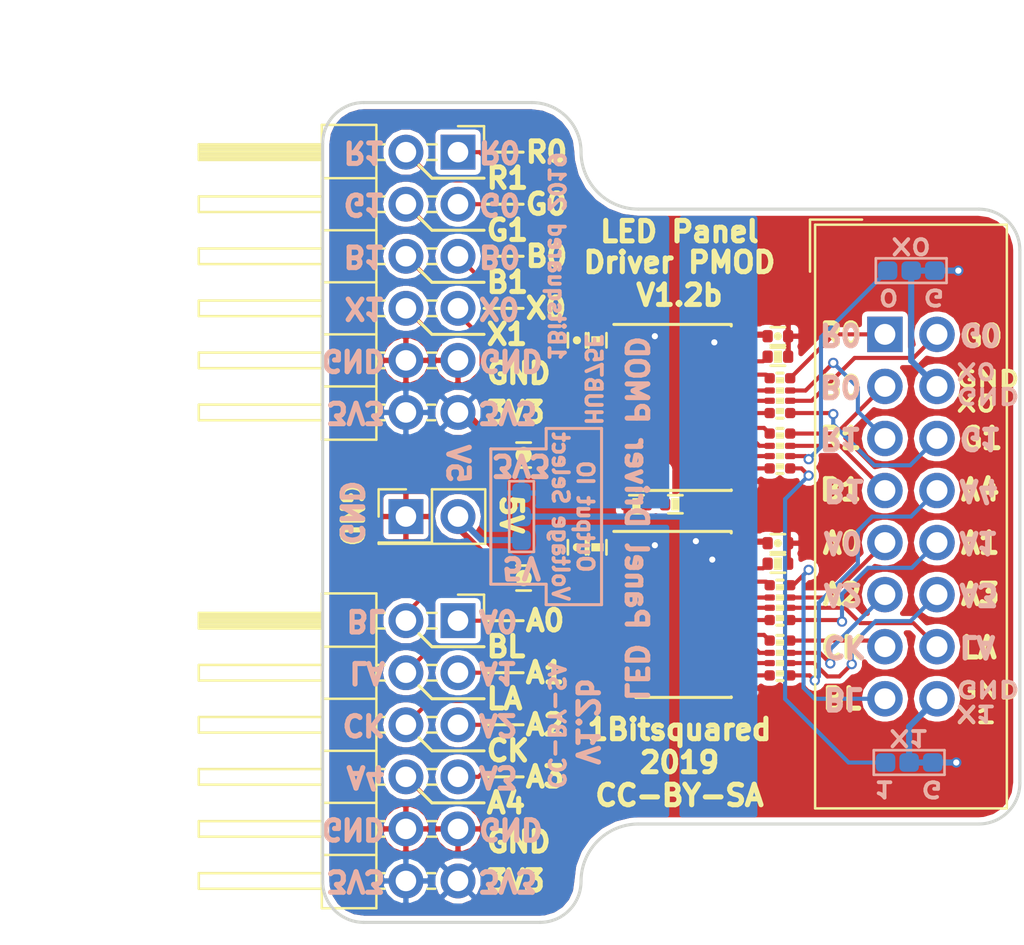
<source format=kicad_pcb>
(kicad_pcb (version 20171130) (host pcbnew 5.0.2-bee76a0~70~ubuntu18.04.1)

  (general
    (thickness 0.8)
    (drawings 150)
    (tracks 261)
    (zones 0)
    (modules 25)
    (nets 59)
  )

  (page A4)
  (title_block
    (title "iCEBreaker PMOD - Hyperram")
    (rev V1.2b)
    (company 1BitSquared)
    (comment 1 "2018 (C) 1BitSquared <info@1bitsquared.com>")
    (comment 2 "2018 (C) Piotr Esden-Tempski <piotr@esden.net>")
    (comment 3 "License: CC-BY-SA 4.0")
  )

  (layers
    (0 F.Cu signal)
    (31 B.Cu signal)
    (33 F.Adhes user)
    (34 B.Paste user)
    (35 F.Paste user)
    (36 B.SilkS user)
    (37 F.SilkS user)
    (38 B.Mask user)
    (39 F.Mask user)
    (40 Dwgs.User user)
    (44 Edge.Cuts user)
    (46 B.CrtYd user)
    (47 F.CrtYd user)
    (48 B.Fab user)
    (49 F.Fab user)
  )

  (setup
    (last_trace_width 0.3)
    (user_trace_width 0.3)
    (trace_clearance 0.2)
    (zone_clearance 0.25)
    (zone_45_only yes)
    (trace_min 0.2)
    (segment_width 0.15)
    (edge_width 0.15)
    (via_size 0.5)
    (via_drill 0.3)
    (via_min_size 0.5)
    (via_min_drill 0.3)
    (uvia_size 0.3)
    (uvia_drill 0.1)
    (uvias_allowed no)
    (uvia_min_size 0.2)
    (uvia_min_drill 0.1)
    (pcb_text_width 0.3)
    (pcb_text_size 1.5 1.5)
    (mod_edge_width 0.15)
    (mod_text_size 1 1)
    (mod_text_width 0.15)
    (pad_size 0.5 0.6)
    (pad_drill 0)
    (pad_to_mask_clearance 0.05)
    (solder_mask_min_width 0.05)
    (aux_axis_origin 0 0)
    (grid_origin 37.4 44)
    (visible_elements FFFFFF1F)
    (pcbplotparams
      (layerselection 0x010fc_ffffffff)
      (usegerberextensions true)
      (usegerberattributes false)
      (usegerberadvancedattributes false)
      (creategerberjobfile false)
      (excludeedgelayer true)
      (linewidth 0.300000)
      (plotframeref false)
      (viasonmask false)
      (mode 1)
      (useauxorigin false)
      (hpglpennumber 1)
      (hpglpenspeed 20)
      (hpglpendiameter 15.000000)
      (psnegative false)
      (psa4output false)
      (plotreference true)
      (plotvalue true)
      (plotinvisibletext false)
      (padsonsilk false)
      (subtractmaskfromsilk true)
      (outputformat 1)
      (mirror false)
      (drillshape 0)
      (scaleselection 1)
      (outputdirectory "gerber"))
  )

  (net 0 "")
  (net 1 GND)
  (net 2 +3V3)
  (net 3 +5V)
  (net 4 /VCCB)
  (net 5 "Net-(R2-Pad2)")
  (net 6 "Net-(R3-Pad1)")
  (net 7 "Net-(R4-Pad1)")
  (net 8 /iA3)
  (net 9 /iA2)
  (net 10 /iA1)
  (net 11 /iA0)
  (net 12 /iR1)
  (net 13 /iR0)
  (net 14 /iG1)
  (net 15 /iG0)
  (net 16 /iB1)
  (net 17 /iB0)
  (net 18 /A0)
  (net 19 /B1)
  (net 20 /B0)
  (net 21 /G1)
  (net 22 /G0)
  (net 23 /R1)
  (net 24 /R0)
  (net 25 /A1)
  (net 26 /A2)
  (net 27 /A3)
  (net 28 /B0x)
  (net 29 /R1x)
  (net 30 /R0x)
  (net 31 /B1x)
  (net 32 /A0x)
  (net 33 /A2x)
  (net 34 /G1x)
  (net 35 /A4x)
  (net 36 /G0x)
  (net 37 /A1x)
  (net 38 /A4)
  (net 39 /A3x)
  (net 40 /iA4)
  (net 41 /BLANKx)
  (net 42 /BLANK)
  (net 43 /SCLK)
  (net 44 /LATCH)
  (net 45 /LATCHx)
  (net 46 /SCLKx)
  (net 47 /iSCLK)
  (net 48 /iLATCH)
  (net 49 /iBLANK)
  (net 50 "Net-(J6-Pad16)")
  (net 51 /X1x)
  (net 52 /X0x)
  (net 53 "Net-(J3-Pad2)")
  (net 54 /X1)
  (net 55 /X0)
  (net 56 "Net-(R1-Pad1)")
  (net 57 /iX1)
  (net 58 /iX0)

  (net_class Default "This is the default net class."
    (clearance 0.2)
    (trace_width 0.2)
    (via_dia 0.5)
    (via_drill 0.3)
    (uvia_dia 0.3)
    (uvia_drill 0.1)
    (add_net +3V3)
    (add_net +5V)
    (add_net /A0)
    (add_net /A0x)
    (add_net /A1)
    (add_net /A1x)
    (add_net /A2)
    (add_net /A2x)
    (add_net /A3)
    (add_net /A3x)
    (add_net /A4)
    (add_net /A4x)
    (add_net /B0)
    (add_net /B0x)
    (add_net /B1)
    (add_net /B1x)
    (add_net /BLANK)
    (add_net /BLANKx)
    (add_net /G0)
    (add_net /G0x)
    (add_net /G1)
    (add_net /G1x)
    (add_net /LATCH)
    (add_net /LATCHx)
    (add_net /R0)
    (add_net /R0x)
    (add_net /R1)
    (add_net /R1x)
    (add_net /SCLK)
    (add_net /SCLKx)
    (add_net /VCCB)
    (add_net /X0)
    (add_net /X0x)
    (add_net /X1)
    (add_net /X1x)
    (add_net /iA0)
    (add_net /iA1)
    (add_net /iA2)
    (add_net /iA3)
    (add_net /iA4)
    (add_net /iB0)
    (add_net /iB1)
    (add_net /iBLANK)
    (add_net /iG0)
    (add_net /iG1)
    (add_net /iLATCH)
    (add_net /iR0)
    (add_net /iR1)
    (add_net /iSCLK)
    (add_net /iX0)
    (add_net /iX1)
    (add_net GND)
    (add_net "Net-(J3-Pad2)")
    (add_net "Net-(J6-Pad16)")
    (add_net "Net-(R1-Pad1)")
    (add_net "Net-(R2-Pad2)")
    (add_net "Net-(R3-Pad1)")
    (add_net "Net-(R4-Pad1)")
  )

  (module Connector_IDC:IDC-Header_2x08_P2.54mm_Vertical (layer F.Cu) (tedit 5C4A655D) (tstamp 5C4C2330)
    (at 64.82 35.11)
    (descr "Through hole straight IDC box header, 2x08, 2.54mm pitch, double rows")
    (tags "Through hole IDC box header THT 2x08 2.54mm double row")
    (path /5BCEB637)
    (fp_text reference J6 (at 1.27 -6.604) (layer F.Fab) hide
      (effects (font (size 1 1) (thickness 0.15)))
    )
    (fp_text value Conn_02x08_Odd_Even (at 1.27 24.384) (layer F.Fab) hide
      (effects (font (size 1 1) (thickness 0.15)))
    )
    (fp_line (start 5.695 -5.1) (end 5.695 22.88) (layer F.Fab) (width 0.1))
    (fp_line (start 5.145 -4.56) (end 5.145 22.32) (layer F.Fab) (width 0.1))
    (fp_line (start -3.155 -5.1) (end -3.155 22.88) (layer F.Fab) (width 0.1))
    (fp_line (start -2.605 -4.56) (end -2.605 6.64) (layer F.Fab) (width 0.1))
    (fp_line (start -2.605 11.14) (end -2.605 22.32) (layer F.Fab) (width 0.1))
    (fp_line (start -2.605 6.64) (end -3.155 6.64) (layer F.Fab) (width 0.1))
    (fp_line (start -2.605 11.14) (end -3.155 11.14) (layer F.Fab) (width 0.1))
    (fp_line (start 5.695 -5.1) (end -3.155 -5.1) (layer F.Fab) (width 0.1))
    (fp_line (start 5.145 -4.56) (end -2.605 -4.56) (layer F.Fab) (width 0.1))
    (fp_line (start 5.695 22.88) (end -3.155 22.88) (layer F.Fab) (width 0.1))
    (fp_line (start 5.145 22.32) (end -2.605 22.32) (layer F.Fab) (width 0.1))
    (fp_line (start 5.695 -5.1) (end 5.145 -4.56) (layer F.Fab) (width 0.1))
    (fp_line (start 5.695 22.88) (end 5.145 22.32) (layer F.Fab) (width 0.1))
    (fp_line (start -3.155 -5.1) (end -2.605 -4.56) (layer F.Fab) (width 0.1))
    (fp_line (start -3.155 22.88) (end -2.605 22.32) (layer F.Fab) (width 0.1))
    (fp_line (start 5.95 -5.35) (end 5.95 23.13) (layer F.CrtYd) (width 0.05))
    (fp_line (start 5.95 23.13) (end -3.41 23.13) (layer F.CrtYd) (width 0.05))
    (fp_line (start -3.41 23.13) (end -3.41 -5.35) (layer F.CrtYd) (width 0.05))
    (fp_line (start -3.41 -5.35) (end 5.95 -5.35) (layer F.CrtYd) (width 0.05))
    (fp_line (start 5.945 -5.35) (end 5.945 23.13) (layer F.SilkS) (width 0.12))
    (fp_line (start 5.945 23.13) (end -3.405 23.13) (layer F.SilkS) (width 0.12))
    (fp_line (start -3.405 23.13) (end -3.405 -5.35) (layer F.SilkS) (width 0.12))
    (fp_line (start -3.405 -5.35) (end 5.945 -5.35) (layer F.SilkS) (width 0.12))
    (fp_line (start -3.655 -5.6) (end -3.655 -3.06) (layer F.SilkS) (width 0.12))
    (fp_line (start -3.655 -5.6) (end -1.115 -5.6) (layer F.SilkS) (width 0.12))
    (pad 1 thru_hole rect (at 0 0) (size 1.7272 1.7272) (drill 1.016) (layers *.Cu *.Mask)
      (net 30 /R0x))
    (pad 2 thru_hole oval (at 2.54 0) (size 1.7272 1.7272) (drill 1.016) (layers *.Cu *.Mask)
      (net 36 /G0x))
    (pad 3 thru_hole oval (at 0 2.54) (size 1.7272 1.7272) (drill 1.016) (layers *.Cu *.Mask)
      (net 28 /B0x))
    (pad 4 thru_hole oval (at 2.54 2.54) (size 1.7272 1.7272) (drill 1.016) (layers *.Cu *.Mask)
      (net 53 "Net-(J3-Pad2)"))
    (pad 5 thru_hole oval (at 0 5.08) (size 1.7272 1.7272) (drill 1.016) (layers *.Cu *.Mask)
      (net 29 /R1x))
    (pad 6 thru_hole oval (at 2.54 5.08) (size 1.7272 1.7272) (drill 1.016) (layers *.Cu *.Mask)
      (net 34 /G1x))
    (pad 7 thru_hole oval (at 0 7.62) (size 1.7272 1.7272) (drill 1.016) (layers *.Cu *.Mask)
      (net 31 /B1x))
    (pad 8 thru_hole oval (at 2.54 7.62) (size 1.7272 1.7272) (drill 1.016) (layers *.Cu *.Mask)
      (net 35 /A4x))
    (pad 9 thru_hole oval (at 0 10.16) (size 1.7272 1.7272) (drill 1.016) (layers *.Cu *.Mask)
      (net 32 /A0x))
    (pad 10 thru_hole oval (at 2.54 10.16) (size 1.7272 1.7272) (drill 1.016) (layers *.Cu *.Mask)
      (net 37 /A1x))
    (pad 11 thru_hole oval (at 0 12.7) (size 1.7272 1.7272) (drill 1.016) (layers *.Cu *.Mask)
      (net 33 /A2x))
    (pad 12 thru_hole oval (at 2.54 12.7) (size 1.7272 1.7272) (drill 1.016) (layers *.Cu *.Mask)
      (net 39 /A3x))
    (pad 13 thru_hole oval (at 0 15.24) (size 1.7272 1.7272) (drill 1.016) (layers *.Cu *.Mask)
      (net 46 /SCLKx))
    (pad 14 thru_hole oval (at 2.54 15.24) (size 1.7272 1.7272) (drill 1.016) (layers *.Cu *.Mask)
      (net 45 /LATCHx))
    (pad 15 thru_hole oval (at 0 17.78) (size 1.7272 1.7272) (drill 1.016) (layers *.Cu *.Mask)
      (net 41 /BLANKx))
    (pad 16 thru_hole oval (at 2.54 17.78) (size 1.7272 1.7272) (drill 1.016) (layers *.Cu *.Mask)
      (net 50 "Net-(J6-Pad16)"))
    (model ${KISYS3DMOD}/Connector_IDC.3dshapes/IDC-Header_2x08_P2.54mm_Vertical.wrl
      (at (xyz 0 0 0))
      (scale (xyz 1 1 1))
      (rotate (xyz 0 0 0))
    )
  )

  (module pkl_dipol:C_0402 (layer F.Cu) (tedit 5B8B5916) (tstamp 5BF5A6B7)
    (at 49.8 35.4 90)
    (descr "Capacitor SMD 0402, reflow soldering")
    (tags "capacitor 0402")
    (path /5C164CC0)
    (attr smd)
    (fp_text reference C3 (at 0 -1.1 90) (layer F.Fab)
      (effects (font (size 0.635 0.635) (thickness 0.1)))
    )
    (fp_text value 100n (at 0 1.2 90) (layer F.Fab)
      (effects (font (size 0.635 0.635) (thickness 0.1)))
    )
    (fp_line (start 0.35 0.44) (end -0.35 0.44) (layer F.SilkS) (width 0.13))
    (fp_line (start -0.35 -0.44) (end 0.35 -0.44) (layer F.SilkS) (width 0.13))
    (fp_line (start 0.95 -0.5) (end 0.95 0.5) (layer F.CrtYd) (width 0.05))
    (fp_line (start -0.95 -0.5) (end -0.95 0.5) (layer F.CrtYd) (width 0.05))
    (fp_line (start -0.95 0.5) (end 0.95 0.5) (layer F.CrtYd) (width 0.05))
    (fp_line (start -0.95 -0.5) (end 0.95 -0.5) (layer F.CrtYd) (width 0.05))
    (fp_circle (center 0 0) (end 0.1 0) (layer F.SilkS) (width 0.2))
    (pad 2 smd roundrect (at 0.5 0 90) (size 0.5 0.6) (layers F.Cu F.Paste F.Mask) (roundrect_rratio 0.25)
      (net 2 +3V3))
    (pad 1 smd roundrect (at -0.5 0 90) (size 0.5 0.6) (layers F.Cu F.Paste F.Mask) (roundrect_rratio 0.25)
      (net 1 GND))
    (model ${KISYS3DMOD}/Capacitor_SMD.3dshapes/C_0402_1005Metric.step
      (at (xyz 0 0 0))
      (scale (xyz 1 1 1))
      (rotate (xyz 0 0 0))
    )
  )

  (module pkl_dipol:C_0402 (layer F.Cu) (tedit 5B8B5916) (tstamp 5BF5A6AA)
    (at 49.8 45.5 90)
    (descr "Capacitor SMD 0402, reflow soldering")
    (tags "capacitor 0402")
    (path /5C14AE16)
    (attr smd)
    (fp_text reference C4 (at 0 -1.1 90) (layer F.Fab)
      (effects (font (size 0.635 0.635) (thickness 0.1)))
    )
    (fp_text value 100n (at 0 1.2 90) (layer F.Fab)
      (effects (font (size 0.635 0.635) (thickness 0.1)))
    )
    (fp_circle (center 0 0) (end 0.1 0) (layer F.SilkS) (width 0.2))
    (fp_line (start -0.95 -0.5) (end 0.95 -0.5) (layer F.CrtYd) (width 0.05))
    (fp_line (start -0.95 0.5) (end 0.95 0.5) (layer F.CrtYd) (width 0.05))
    (fp_line (start -0.95 -0.5) (end -0.95 0.5) (layer F.CrtYd) (width 0.05))
    (fp_line (start 0.95 -0.5) (end 0.95 0.5) (layer F.CrtYd) (width 0.05))
    (fp_line (start -0.35 -0.44) (end 0.35 -0.44) (layer F.SilkS) (width 0.13))
    (fp_line (start 0.35 0.44) (end -0.35 0.44) (layer F.SilkS) (width 0.13))
    (pad 1 smd roundrect (at -0.5 0 90) (size 0.5 0.6) (layers F.Cu F.Paste F.Mask) (roundrect_rratio 0.25)
      (net 1 GND))
    (pad 2 smd roundrect (at 0.5 0 90) (size 0.5 0.6) (layers F.Cu F.Paste F.Mask) (roundrect_rratio 0.25)
      (net 2 +3V3))
    (model ${KISYS3DMOD}/Capacitor_SMD.3dshapes/C_0402_1005Metric.step
      (at (xyz 0 0 0))
      (scale (xyz 1 1 1))
      (rotate (xyz 0 0 0))
    )
  )

  (module pkl_dipol:C_0402 (layer F.Cu) (tedit 5B8B5916) (tstamp 5BF5A69D)
    (at 59.6 35.2 180)
    (descr "Capacitor SMD 0402, reflow soldering")
    (tags "capacitor 0402")
    (path /5C175BD2)
    (attr smd)
    (fp_text reference C5 (at 0 -1.1 180) (layer F.Fab)
      (effects (font (size 0.635 0.635) (thickness 0.1)))
    )
    (fp_text value 100n (at 0 1.2 180) (layer F.Fab)
      (effects (font (size 0.635 0.635) (thickness 0.1)))
    )
    (fp_line (start 0.35 0.44) (end -0.35 0.44) (layer F.SilkS) (width 0.13))
    (fp_line (start -0.35 -0.44) (end 0.35 -0.44) (layer F.SilkS) (width 0.13))
    (fp_line (start 0.95 -0.5) (end 0.95 0.5) (layer F.CrtYd) (width 0.05))
    (fp_line (start -0.95 -0.5) (end -0.95 0.5) (layer F.CrtYd) (width 0.05))
    (fp_line (start -0.95 0.5) (end 0.95 0.5) (layer F.CrtYd) (width 0.05))
    (fp_line (start -0.95 -0.5) (end 0.95 -0.5) (layer F.CrtYd) (width 0.05))
    (fp_circle (center 0 0) (end 0.1 0) (layer F.SilkS) (width 0.2))
    (pad 2 smd roundrect (at 0.5 0 180) (size 0.5 0.6) (layers F.Cu F.Paste F.Mask) (roundrect_rratio 0.25)
      (net 4 /VCCB))
    (pad 1 smd roundrect (at -0.5 0 180) (size 0.5 0.6) (layers F.Cu F.Paste F.Mask) (roundrect_rratio 0.25)
      (net 1 GND))
    (model ${KISYS3DMOD}/Capacitor_SMD.3dshapes/C_0402_1005Metric.step
      (at (xyz 0 0 0))
      (scale (xyz 1 1 1))
      (rotate (xyz 0 0 0))
    )
  )

  (module pkl_dipol:C_0402 (layer F.Cu) (tedit 5B8B5916) (tstamp 5BF5A690)
    (at 59.6 45.3 180)
    (descr "Capacitor SMD 0402, reflow soldering")
    (tags "capacitor 0402")
    (path /5C16537F)
    (attr smd)
    (fp_text reference C6 (at 0 -1.1 180) (layer F.Fab)
      (effects (font (size 0.635 0.635) (thickness 0.1)))
    )
    (fp_text value 100n (at 0 1.2 180) (layer F.Fab)
      (effects (font (size 0.635 0.635) (thickness 0.1)))
    )
    (fp_circle (center 0 0) (end 0.1 0) (layer F.SilkS) (width 0.2))
    (fp_line (start -0.95 -0.5) (end 0.95 -0.5) (layer F.CrtYd) (width 0.05))
    (fp_line (start -0.95 0.5) (end 0.95 0.5) (layer F.CrtYd) (width 0.05))
    (fp_line (start -0.95 -0.5) (end -0.95 0.5) (layer F.CrtYd) (width 0.05))
    (fp_line (start 0.95 -0.5) (end 0.95 0.5) (layer F.CrtYd) (width 0.05))
    (fp_line (start -0.35 -0.44) (end 0.35 -0.44) (layer F.SilkS) (width 0.13))
    (fp_line (start 0.35 0.44) (end -0.35 0.44) (layer F.SilkS) (width 0.13))
    (pad 1 smd roundrect (at -0.5 0 180) (size 0.5 0.6) (layers F.Cu F.Paste F.Mask) (roundrect_rratio 0.25)
      (net 1 GND))
    (pad 2 smd roundrect (at 0.5 0 180) (size 0.5 0.6) (layers F.Cu F.Paste F.Mask) (roundrect_rratio 0.25)
      (net 4 /VCCB))
    (model ${KISYS3DMOD}/Capacitor_SMD.3dshapes/C_0402_1005Metric.step
      (at (xyz 0 0 0))
      (scale (xyz 1 1 1))
      (rotate (xyz 0 0 0))
    )
  )

  (module pkl_dipol:C_0603 (layer F.Cu) (tedit 5B8B5957) (tstamp 5BF5A66B)
    (at 47.2 47)
    (descr "Capacitor SMD 0603, reflow soldering")
    (tags "capacitor 0603")
    (path /5C1A70E9)
    (attr smd)
    (fp_text reference C2 (at 0 -1.1) (layer F.Fab)
      (effects (font (size 0.635 0.635) (thickness 0.1)))
    )
    (fp_text value 10u (at 0 1.2) (layer F.Fab)
      (effects (font (size 0.635 0.635) (thickness 0.1)))
    )
    (fp_circle (center 0 0) (end 0.2 0) (layer F.SilkS) (width 0.4))
    (fp_line (start -1.175 -0.725) (end 1.175 -0.725) (layer F.CrtYd) (width 0.05))
    (fp_line (start -1.175 0.725) (end 1.175 0.725) (layer F.CrtYd) (width 0.05))
    (fp_line (start -1.175 -0.725) (end -1.175 0.725) (layer F.CrtYd) (width 0.05))
    (fp_line (start 1.175 -0.725) (end 1.175 0.725) (layer F.CrtYd) (width 0.05))
    (fp_line (start -0.35 -0.61) (end 0.35 -0.61) (layer F.SilkS) (width 0.13))
    (fp_line (start 0.35 0.61) (end -0.35 0.61) (layer F.SilkS) (width 0.13))
    (pad 1 smd roundrect (at -0.75 0) (size 0.6 0.9) (layers F.Cu F.Paste F.Mask) (roundrect_rratio 0.25)
      (net 3 +5V))
    (pad 2 smd roundrect (at 0.75 0) (size 0.6 0.9) (layers F.Cu F.Paste F.Mask) (roundrect_rratio 0.25)
      (net 1 GND))
    (model ${KISYS3DMOD}/Capacitor_SMD.3dshapes/C_0603_1608Metric.step
      (at (xyz 0 0 0))
      (scale (xyz 1 1 1))
      (rotate (xyz 0 0 0))
    )
  )

  (module pkl_dipol:R_0402 (layer F.Cu) (tedit 5B8B7ED4) (tstamp 5BF5A65E)
    (at 54.6 43.4)
    (descr "Resistor SMD 0402, reflow soldering")
    (tags "resistor 0402")
    (path /5BEE1150)
    (attr smd)
    (fp_text reference R10 (at 0 -1.1) (layer F.Fab)
      (effects (font (size 0.635 0.635) (thickness 0.1)))
    )
    (fp_text value 10k (at 0 1.2) (layer F.Fab)
      (effects (font (size 0.635 0.635) (thickness 0.1)))
    )
    (fp_line (start 0.35 0.44) (end -0.35 0.44) (layer F.SilkS) (width 0.13))
    (fp_line (start -0.35 -0.44) (end 0.35 -0.44) (layer F.SilkS) (width 0.13))
    (fp_line (start 0.95 -0.5) (end 0.95 0.5) (layer F.CrtYd) (width 0.05))
    (fp_line (start -0.95 -0.5) (end -0.95 0.5) (layer F.CrtYd) (width 0.05))
    (fp_line (start -0.95 0.5) (end 0.95 0.5) (layer F.CrtYd) (width 0.05))
    (fp_line (start -0.95 -0.5) (end 0.95 -0.5) (layer F.CrtYd) (width 0.05))
    (fp_poly (pts (xy -0.175 0.275) (xy -0.175 -0.275) (xy 0.175 -0.275) (xy 0.175 0.275)
      (xy -0.1 0.275)) (layer F.SilkS) (width 0.05))
    (pad 2 smd roundrect (at 0.5 0) (size 0.5 0.6) (layers F.Cu F.Paste F.Mask) (roundrect_rratio 0.25)
      (net 1 GND))
    (pad 1 smd roundrect (at -0.5 0) (size 0.5 0.6) (layers F.Cu F.Paste F.Mask) (roundrect_rratio 0.25)
      (net 58 /iX0))
    (model ${KISYS3DMOD}/Resistor_SMD.3dshapes/R_0402_1005Metric.step
      (at (xyz 0 0 0))
      (scale (xyz 1 1 1))
      (rotate (xyz 0 0 0))
    )
  )

  (module pkl_dipol:R_0402 (layer F.Cu) (tedit 5B8B7ED4) (tstamp 5BF66E35)
    (at 52.7 43.4 180)
    (descr "Resistor SMD 0402, reflow soldering")
    (tags "resistor 0402")
    (path /5BEE122D)
    (attr smd)
    (fp_text reference R9 (at 0 -1.1 180) (layer F.Fab)
      (effects (font (size 0.635 0.635) (thickness 0.1)))
    )
    (fp_text value 10k (at 0 1.2 180) (layer F.Fab)
      (effects (font (size 0.635 0.635) (thickness 0.1)))
    )
    (fp_poly (pts (xy -0.175 0.275) (xy -0.175 -0.275) (xy 0.175 -0.275) (xy 0.175 0.275)
      (xy -0.1 0.275)) (layer F.SilkS) (width 0.05))
    (fp_line (start -0.95 -0.5) (end 0.95 -0.5) (layer F.CrtYd) (width 0.05))
    (fp_line (start -0.95 0.5) (end 0.95 0.5) (layer F.CrtYd) (width 0.05))
    (fp_line (start -0.95 -0.5) (end -0.95 0.5) (layer F.CrtYd) (width 0.05))
    (fp_line (start 0.95 -0.5) (end 0.95 0.5) (layer F.CrtYd) (width 0.05))
    (fp_line (start -0.35 -0.44) (end 0.35 -0.44) (layer F.SilkS) (width 0.13))
    (fp_line (start 0.35 0.44) (end -0.35 0.44) (layer F.SilkS) (width 0.13))
    (pad 1 smd roundrect (at -0.5 0 180) (size 0.5 0.6) (layers F.Cu F.Paste F.Mask) (roundrect_rratio 0.25)
      (net 57 /iX1))
    (pad 2 smd roundrect (at 0.5 0 180) (size 0.5 0.6) (layers F.Cu F.Paste F.Mask) (roundrect_rratio 0.25)
      (net 1 GND))
    (model ${KISYS3DMOD}/Resistor_SMD.3dshapes/R_0402_1005Metric.step
      (at (xyz 0 0 0))
      (scale (xyz 1 1 1))
      (rotate (xyz 0 0 0))
    )
  )

  (module pkl_jumpers:J_NCNO_0903_30 (layer B.Cu) (tedit 5BC39D8D) (tstamp 5BF5A45C)
    (at 66.1 32 180)
    (descr "Jumper Normally Closed SMD 0603, 0.15mm connection, reflow soldering")
    (tags "jumper 0603")
    (path /5C0D18C5)
    (attr smd)
    (fp_text reference J3 (at 0 1.1 180) (layer B.Fab)
      (effects (font (size 0.635 0.635) (thickness 0.1)) (justify mirror))
    )
    (fp_text value jmp (at 0 -1.2 180) (layer B.Fab)
      (effects (font (size 0.635 0.635) (thickness 0.1)) (justify mirror))
    )
    (fp_poly (pts (xy 0.525 0.25) (xy 0.625 0.25) (xy 0.625 -0.25) (xy 0.525 -0.25)) (layer B.Mask) (width 0.15))
    (fp_line (start -0.775 0) (end -0.375 0) (layer B.Cu) (width 0.3))
    (fp_poly (pts (xy -0.625 0.25) (xy -0.525 0.25) (xy -0.525 -0.25) (xy -0.625 -0.25)) (layer B.Mask) (width 0.15))
    (fp_line (start 1.725 -0.6) (end -1.725 -0.6) (layer B.SilkS) (width 0.13))
    (fp_line (start -1.725 0.6) (end 1.725 0.6) (layer B.SilkS) (width 0.13))
    (fp_line (start 1.75 0.725) (end 1.75 -0.725) (layer B.CrtYd) (width 0.05))
    (fp_line (start -1.75 0.725) (end -1.75 -0.725) (layer B.CrtYd) (width 0.05))
    (fp_line (start -1.75 -0.725) (end 1.75 -0.725) (layer B.CrtYd) (width 0.05))
    (fp_line (start -1.75 0.725) (end 1.75 0.725) (layer B.CrtYd) (width 0.05))
    (fp_line (start 1.725 0.6) (end 1.725 -0.6) (layer B.SilkS) (width 0.13))
    (fp_line (start -1.725 0.6) (end -1.725 -0.6) (layer B.SilkS) (width 0.13))
    (pad 3 smd roundrect (at 1.15 0 180) (size 0.95 0.9) (layers B.Cu B.Paste B.Mask) (roundrect_rratio 0.25)
      (net 52 /X0x))
    (pad 2 smd roundrect (at 0 0 180) (size 0.95 0.9) (layers B.Cu B.Paste B.Mask) (roundrect_rratio 0.25)
      (net 53 "Net-(J3-Pad2)"))
    (pad 1 smd roundrect (at -1.15 0 180) (size 0.95 0.9) (layers B.Cu B.Paste B.Mask) (roundrect_rratio 0.25)
      (net 1 GND))
  )

  (module pkl_jumpers:J_NCNO_0903_30 (layer B.Cu) (tedit 5BC39D8D) (tstamp 5BF5A44A)
    (at 66 56 180)
    (descr "Jumper Normally Closed SMD 0603, 0.15mm connection, reflow soldering")
    (tags "jumper 0603")
    (path /5C1020AE)
    (attr smd)
    (fp_text reference J7 (at 0 1.1 180) (layer B.Fab)
      (effects (font (size 0.635 0.635) (thickness 0.1)) (justify mirror))
    )
    (fp_text value jmp (at 0 -1.2 180) (layer B.Fab)
      (effects (font (size 0.635 0.635) (thickness 0.1)) (justify mirror))
    )
    (fp_line (start -1.725 0.6) (end -1.725 -0.6) (layer B.SilkS) (width 0.13))
    (fp_line (start 1.725 0.6) (end 1.725 -0.6) (layer B.SilkS) (width 0.13))
    (fp_line (start -1.75 0.725) (end 1.75 0.725) (layer B.CrtYd) (width 0.05))
    (fp_line (start -1.75 -0.725) (end 1.75 -0.725) (layer B.CrtYd) (width 0.05))
    (fp_line (start -1.75 0.725) (end -1.75 -0.725) (layer B.CrtYd) (width 0.05))
    (fp_line (start 1.75 0.725) (end 1.75 -0.725) (layer B.CrtYd) (width 0.05))
    (fp_line (start -1.725 0.6) (end 1.725 0.6) (layer B.SilkS) (width 0.13))
    (fp_line (start 1.725 -0.6) (end -1.725 -0.6) (layer B.SilkS) (width 0.13))
    (fp_poly (pts (xy -0.625 0.25) (xy -0.525 0.25) (xy -0.525 -0.25) (xy -0.625 -0.25)) (layer B.Mask) (width 0.15))
    (fp_line (start -0.775 0) (end -0.375 0) (layer B.Cu) (width 0.3))
    (fp_poly (pts (xy 0.525 0.25) (xy 0.625 0.25) (xy 0.625 -0.25) (xy 0.525 -0.25)) (layer B.Mask) (width 0.15))
    (pad 1 smd roundrect (at -1.15 0 180) (size 0.95 0.9) (layers B.Cu B.Paste B.Mask) (roundrect_rratio 0.25)
      (net 1 GND))
    (pad 2 smd roundrect (at 0 0 180) (size 0.95 0.9) (layers B.Cu B.Paste B.Mask) (roundrect_rratio 0.25)
      (net 50 "Net-(J6-Pad16)"))
    (pad 3 smd roundrect (at 1.15 0 180) (size 0.95 0.9) (layers B.Cu B.Paste B.Mask) (roundrect_rratio 0.25)
      (net 51 /X1x))
  )

  (module pkl_dipol:R_Array_Convex_4x0402 (layer F.Cu) (tedit 5B8B823A) (tstamp 5BC7D230)
    (at 59.7 50.9)
    (descr "Thick Film Chip Resistor Array, Wave soldering, Vishay CRA06P (see cra06p.pdf)")
    (tags "resistor array")
    (path /5BCAD60F)
    (solder_mask_margin 0.05)
    (attr smd)
    (fp_text reference R8 (at 0 -2) (layer F.Fab)
      (effects (font (size 0.75 0.75) (thickness 0.15)))
    )
    (fp_text value 33E (at 0 2) (layer F.Fab)
      (effects (font (size 0.75 0.75) (thickness 0.15)))
    )
    (fp_poly (pts (xy -0.175 0.625) (xy 0.175 0.625) (xy 0.175 0.875) (xy -0.175 0.875)) (layer F.SilkS) (width 0.05))
    (fp_poly (pts (xy -0.175 0.125) (xy 0.175 0.125) (xy 0.175 0.375) (xy -0.175 0.375)) (layer F.SilkS) (width 0.05))
    (fp_poly (pts (xy -0.175 -0.875) (xy 0.175 -0.875) (xy 0.175 -0.625) (xy -0.175 -0.625)) (layer F.SilkS) (width 0.05))
    (fp_poly (pts (xy -0.175 -0.375) (xy 0.175 -0.375) (xy 0.175 -0.125) (xy -0.175 -0.125)) (layer F.SilkS) (width 0.05))
    (fp_line (start 0.15 -1.1) (end -0.15 -1.1) (layer F.SilkS) (width 0.15))
    (fp_line (start 0.15 1.1) (end -0.15 1.1) (layer F.SilkS) (width 0.15))
    (fp_line (start 1 -1.35) (end 1 1.35) (layer F.CrtYd) (width 0.05))
    (fp_line (start -1 -1.35) (end -1 1.35) (layer F.CrtYd) (width 0.05))
    (fp_line (start -1 1.35) (end 1 1.35) (layer F.CrtYd) (width 0.05))
    (fp_line (start -1 -1.35) (end 1 -1.35) (layer F.CrtYd) (width 0.05))
    (fp_line (start 0.5 -1) (end 0.5 -0.55) (layer F.Fab) (width 0.05))
    (fp_line (start 0.5 -0.55) (end 0.3 -0.55) (layer F.Fab) (width 0.05))
    (fp_line (start 0.3 -0.55) (end 0.3 -0.4) (layer F.Fab) (width 0.05))
    (fp_line (start 0.3 -0.4) (end 0.5 -0.4) (layer F.Fab) (width 0.05))
    (fp_line (start 0.5 -0.4) (end 0.5 -0.1) (layer F.Fab) (width 0.05))
    (fp_line (start 0.5 -0.1) (end 0.3 -0.1) (layer F.Fab) (width 0.05))
    (fp_line (start 0.3 -0.1) (end 0.3 0.1) (layer F.Fab) (width 0.05))
    (fp_line (start 0.3 0.1) (end 0.5 0.1) (layer F.Fab) (width 0.05))
    (fp_line (start 0.5 0.1) (end 0.5 0.4) (layer F.Fab) (width 0.05))
    (fp_line (start 0.5 0.4) (end 0.3 0.4) (layer F.Fab) (width 0.05))
    (fp_line (start 0.3 0.4) (end 0.3 0.55) (layer F.Fab) (width 0.05))
    (fp_line (start 0.3 0.55) (end 0.5 0.55) (layer F.Fab) (width 0.05))
    (fp_line (start 0.5 0.55) (end 0.5 1) (layer F.Fab) (width 0.05))
    (fp_line (start 0.5 1) (end -0.5 1) (layer F.Fab) (width 0.05))
    (fp_line (start -0.5 1) (end -0.5 0.55) (layer F.Fab) (width 0.05))
    (fp_line (start -0.5 0.55) (end -0.3 0.55) (layer F.Fab) (width 0.05))
    (fp_line (start -0.3 0.55) (end -0.3 0.4) (layer F.Fab) (width 0.05))
    (fp_line (start -0.3 0.4) (end -0.5 0.4) (layer F.Fab) (width 0.05))
    (fp_line (start -0.5 0.4) (end -0.5 0.1) (layer F.Fab) (width 0.05))
    (fp_line (start -0.5 0.1) (end -0.3 0.1) (layer F.Fab) (width 0.05))
    (fp_line (start -0.3 0.1) (end -0.3 -0.1) (layer F.Fab) (width 0.05))
    (fp_line (start -0.3 -0.1) (end -0.5 -0.1) (layer F.Fab) (width 0.05))
    (fp_line (start -0.5 -0.1) (end -0.5 -0.4) (layer F.Fab) (width 0.05))
    (fp_line (start -0.5 -0.4) (end -0.3 -0.4) (layer F.Fab) (width 0.05))
    (fp_line (start -0.3 -0.4) (end -0.3 -0.55) (layer F.Fab) (width 0.05))
    (fp_line (start -0.3 -0.55) (end -0.5 -0.55) (layer F.Fab) (width 0.05))
    (fp_line (start -0.5 -0.55) (end -0.5 -1) (layer F.Fab) (width 0.05))
    (fp_line (start -0.5 -1) (end 0.5 -1) (layer F.Fab) (width 0.05))
    (pad 8 smd roundrect (at 0.5 0.85) (size 0.5 0.5) (layers F.Cu F.Paste F.Mask) (roundrect_rratio 0.25)
      (net 35 /A4x))
    (pad 6 smd roundrect (at 0.5 0.25) (size 0.5 0.3) (layers F.Cu F.Paste F.Mask) (roundrect_rratio 0.25)
      (net 39 /A3x))
    (pad 4 smd roundrect (at 0.5 -0.25) (size 0.5 0.3) (layers F.Cu F.Paste F.Mask) (roundrect_rratio 0.25)
      (net 33 /A2x))
    (pad 2 smd roundrect (at 0.5 -0.85) (size 0.5 0.5) (layers F.Cu F.Paste F.Mask) (roundrect_rratio 0.25)
      (net 46 /SCLKx))
    (pad 7 smd roundrect (at -0.5 0.85) (size 0.5 0.5) (layers F.Cu F.Paste F.Mask) (roundrect_rratio 0.25)
      (net 38 /A4))
    (pad 1 smd roundrect (at -0.5 -0.85) (size 0.5 0.5) (layers F.Cu F.Paste F.Mask) (roundrect_rratio 0.25)
      (net 43 /SCLK))
    (pad 5 smd roundrect (at -0.5 0.25) (size 0.5 0.3) (layers F.Cu F.Paste F.Mask) (roundrect_rratio 0.25)
      (net 27 /A3))
    (pad 3 smd roundrect (at -0.5 -0.25) (size 0.5 0.3) (layers F.Cu F.Paste F.Mask) (roundrect_rratio 0.25)
      (net 26 /A2))
    (model ${KISYS3DMOD}/Resistor_SMD.3dshapes/R_Array_Convex_4x0402.step
      (at (xyz 0 0 0))
      (scale (xyz 1 1 1))
      (rotate (xyz 0 0 0))
    )
  )

  (module pkl_dipol:R_Array_Convex_4x0402 (layer F.Cu) (tedit 5B8B823A) (tstamp 5BC7D1FE)
    (at 59.7 48.2)
    (descr "Thick Film Chip Resistor Array, Wave soldering, Vishay CRA06P (see cra06p.pdf)")
    (tags "resistor array")
    (path /5BCAD4CD)
    (solder_mask_margin 0.05)
    (attr smd)
    (fp_text reference R7 (at 0 -2) (layer F.Fab)
      (effects (font (size 0.75 0.75) (thickness 0.15)))
    )
    (fp_text value 33E (at 0 2) (layer F.Fab)
      (effects (font (size 0.75 0.75) (thickness 0.15)))
    )
    (fp_line (start -0.5 -1) (end 0.5 -1) (layer F.Fab) (width 0.05))
    (fp_line (start -0.5 -0.55) (end -0.5 -1) (layer F.Fab) (width 0.05))
    (fp_line (start -0.3 -0.55) (end -0.5 -0.55) (layer F.Fab) (width 0.05))
    (fp_line (start -0.3 -0.4) (end -0.3 -0.55) (layer F.Fab) (width 0.05))
    (fp_line (start -0.5 -0.4) (end -0.3 -0.4) (layer F.Fab) (width 0.05))
    (fp_line (start -0.5 -0.1) (end -0.5 -0.4) (layer F.Fab) (width 0.05))
    (fp_line (start -0.3 -0.1) (end -0.5 -0.1) (layer F.Fab) (width 0.05))
    (fp_line (start -0.3 0.1) (end -0.3 -0.1) (layer F.Fab) (width 0.05))
    (fp_line (start -0.5 0.1) (end -0.3 0.1) (layer F.Fab) (width 0.05))
    (fp_line (start -0.5 0.4) (end -0.5 0.1) (layer F.Fab) (width 0.05))
    (fp_line (start -0.3 0.4) (end -0.5 0.4) (layer F.Fab) (width 0.05))
    (fp_line (start -0.3 0.55) (end -0.3 0.4) (layer F.Fab) (width 0.05))
    (fp_line (start -0.5 0.55) (end -0.3 0.55) (layer F.Fab) (width 0.05))
    (fp_line (start -0.5 1) (end -0.5 0.55) (layer F.Fab) (width 0.05))
    (fp_line (start 0.5 1) (end -0.5 1) (layer F.Fab) (width 0.05))
    (fp_line (start 0.5 0.55) (end 0.5 1) (layer F.Fab) (width 0.05))
    (fp_line (start 0.3 0.55) (end 0.5 0.55) (layer F.Fab) (width 0.05))
    (fp_line (start 0.3 0.4) (end 0.3 0.55) (layer F.Fab) (width 0.05))
    (fp_line (start 0.5 0.4) (end 0.3 0.4) (layer F.Fab) (width 0.05))
    (fp_line (start 0.5 0.1) (end 0.5 0.4) (layer F.Fab) (width 0.05))
    (fp_line (start 0.3 0.1) (end 0.5 0.1) (layer F.Fab) (width 0.05))
    (fp_line (start 0.3 -0.1) (end 0.3 0.1) (layer F.Fab) (width 0.05))
    (fp_line (start 0.5 -0.1) (end 0.3 -0.1) (layer F.Fab) (width 0.05))
    (fp_line (start 0.5 -0.4) (end 0.5 -0.1) (layer F.Fab) (width 0.05))
    (fp_line (start 0.3 -0.4) (end 0.5 -0.4) (layer F.Fab) (width 0.05))
    (fp_line (start 0.3 -0.55) (end 0.3 -0.4) (layer F.Fab) (width 0.05))
    (fp_line (start 0.5 -0.55) (end 0.3 -0.55) (layer F.Fab) (width 0.05))
    (fp_line (start 0.5 -1) (end 0.5 -0.55) (layer F.Fab) (width 0.05))
    (fp_line (start -1 -1.35) (end 1 -1.35) (layer F.CrtYd) (width 0.05))
    (fp_line (start -1 1.35) (end 1 1.35) (layer F.CrtYd) (width 0.05))
    (fp_line (start -1 -1.35) (end -1 1.35) (layer F.CrtYd) (width 0.05))
    (fp_line (start 1 -1.35) (end 1 1.35) (layer F.CrtYd) (width 0.05))
    (fp_line (start 0.15 1.1) (end -0.15 1.1) (layer F.SilkS) (width 0.15))
    (fp_line (start 0.15 -1.1) (end -0.15 -1.1) (layer F.SilkS) (width 0.15))
    (fp_poly (pts (xy -0.175 -0.375) (xy 0.175 -0.375) (xy 0.175 -0.125) (xy -0.175 -0.125)) (layer F.SilkS) (width 0.05))
    (fp_poly (pts (xy -0.175 -0.875) (xy 0.175 -0.875) (xy 0.175 -0.625) (xy -0.175 -0.625)) (layer F.SilkS) (width 0.05))
    (fp_poly (pts (xy -0.175 0.125) (xy 0.175 0.125) (xy 0.175 0.375) (xy -0.175 0.375)) (layer F.SilkS) (width 0.05))
    (fp_poly (pts (xy -0.175 0.625) (xy 0.175 0.625) (xy 0.175 0.875) (xy -0.175 0.875)) (layer F.SilkS) (width 0.05))
    (pad 3 smd roundrect (at -0.5 -0.25) (size 0.5 0.3) (layers F.Cu F.Paste F.Mask) (roundrect_rratio 0.25)
      (net 18 /A0))
    (pad 5 smd roundrect (at -0.5 0.25) (size 0.5 0.3) (layers F.Cu F.Paste F.Mask) (roundrect_rratio 0.25)
      (net 44 /LATCH))
    (pad 1 smd roundrect (at -0.5 -0.85) (size 0.5 0.5) (layers F.Cu F.Paste F.Mask) (roundrect_rratio 0.25)
      (net 42 /BLANK))
    (pad 7 smd roundrect (at -0.5 0.85) (size 0.5 0.5) (layers F.Cu F.Paste F.Mask) (roundrect_rratio 0.25)
      (net 25 /A1))
    (pad 2 smd roundrect (at 0.5 -0.85) (size 0.5 0.5) (layers F.Cu F.Paste F.Mask) (roundrect_rratio 0.25)
      (net 41 /BLANKx))
    (pad 4 smd roundrect (at 0.5 -0.25) (size 0.5 0.3) (layers F.Cu F.Paste F.Mask) (roundrect_rratio 0.25)
      (net 32 /A0x))
    (pad 6 smd roundrect (at 0.5 0.25) (size 0.5 0.3) (layers F.Cu F.Paste F.Mask) (roundrect_rratio 0.25)
      (net 45 /LATCHx))
    (pad 8 smd roundrect (at 0.5 0.85) (size 0.5 0.5) (layers F.Cu F.Paste F.Mask) (roundrect_rratio 0.25)
      (net 37 /A1x))
    (model ${KISYS3DMOD}/Resistor_SMD.3dshapes/R_Array_Convex_4x0402.step
      (at (xyz 0 0 0))
      (scale (xyz 1 1 1))
      (rotate (xyz 0 0 0))
    )
  )

  (module pkl_dipol:R_Array_Convex_4x0402 (layer F.Cu) (tedit 5B8B823A) (tstamp 5BC7D1CC)
    (at 59.7 40.8)
    (descr "Thick Film Chip Resistor Array, Wave soldering, Vishay CRA06P (see cra06p.pdf)")
    (tags "resistor array")
    (path /5BCAD3F9)
    (solder_mask_margin 0.05)
    (attr smd)
    (fp_text reference R6 (at 0 -2) (layer F.Fab)
      (effects (font (size 0.75 0.75) (thickness 0.15)))
    )
    (fp_text value 33E (at 0 2) (layer F.Fab)
      (effects (font (size 0.75 0.75) (thickness 0.15)))
    )
    (fp_poly (pts (xy -0.175 0.625) (xy 0.175 0.625) (xy 0.175 0.875) (xy -0.175 0.875)) (layer F.SilkS) (width 0.05))
    (fp_poly (pts (xy -0.175 0.125) (xy 0.175 0.125) (xy 0.175 0.375) (xy -0.175 0.375)) (layer F.SilkS) (width 0.05))
    (fp_poly (pts (xy -0.175 -0.875) (xy 0.175 -0.875) (xy 0.175 -0.625) (xy -0.175 -0.625)) (layer F.SilkS) (width 0.05))
    (fp_poly (pts (xy -0.175 -0.375) (xy 0.175 -0.375) (xy 0.175 -0.125) (xy -0.175 -0.125)) (layer F.SilkS) (width 0.05))
    (fp_line (start 0.15 -1.1) (end -0.15 -1.1) (layer F.SilkS) (width 0.15))
    (fp_line (start 0.15 1.1) (end -0.15 1.1) (layer F.SilkS) (width 0.15))
    (fp_line (start 1 -1.35) (end 1 1.35) (layer F.CrtYd) (width 0.05))
    (fp_line (start -1 -1.35) (end -1 1.35) (layer F.CrtYd) (width 0.05))
    (fp_line (start -1 1.35) (end 1 1.35) (layer F.CrtYd) (width 0.05))
    (fp_line (start -1 -1.35) (end 1 -1.35) (layer F.CrtYd) (width 0.05))
    (fp_line (start 0.5 -1) (end 0.5 -0.55) (layer F.Fab) (width 0.05))
    (fp_line (start 0.5 -0.55) (end 0.3 -0.55) (layer F.Fab) (width 0.05))
    (fp_line (start 0.3 -0.55) (end 0.3 -0.4) (layer F.Fab) (width 0.05))
    (fp_line (start 0.3 -0.4) (end 0.5 -0.4) (layer F.Fab) (width 0.05))
    (fp_line (start 0.5 -0.4) (end 0.5 -0.1) (layer F.Fab) (width 0.05))
    (fp_line (start 0.5 -0.1) (end 0.3 -0.1) (layer F.Fab) (width 0.05))
    (fp_line (start 0.3 -0.1) (end 0.3 0.1) (layer F.Fab) (width 0.05))
    (fp_line (start 0.3 0.1) (end 0.5 0.1) (layer F.Fab) (width 0.05))
    (fp_line (start 0.5 0.1) (end 0.5 0.4) (layer F.Fab) (width 0.05))
    (fp_line (start 0.5 0.4) (end 0.3 0.4) (layer F.Fab) (width 0.05))
    (fp_line (start 0.3 0.4) (end 0.3 0.55) (layer F.Fab) (width 0.05))
    (fp_line (start 0.3 0.55) (end 0.5 0.55) (layer F.Fab) (width 0.05))
    (fp_line (start 0.5 0.55) (end 0.5 1) (layer F.Fab) (width 0.05))
    (fp_line (start 0.5 1) (end -0.5 1) (layer F.Fab) (width 0.05))
    (fp_line (start -0.5 1) (end -0.5 0.55) (layer F.Fab) (width 0.05))
    (fp_line (start -0.5 0.55) (end -0.3 0.55) (layer F.Fab) (width 0.05))
    (fp_line (start -0.3 0.55) (end -0.3 0.4) (layer F.Fab) (width 0.05))
    (fp_line (start -0.3 0.4) (end -0.5 0.4) (layer F.Fab) (width 0.05))
    (fp_line (start -0.5 0.4) (end -0.5 0.1) (layer F.Fab) (width 0.05))
    (fp_line (start -0.5 0.1) (end -0.3 0.1) (layer F.Fab) (width 0.05))
    (fp_line (start -0.3 0.1) (end -0.3 -0.1) (layer F.Fab) (width 0.05))
    (fp_line (start -0.3 -0.1) (end -0.5 -0.1) (layer F.Fab) (width 0.05))
    (fp_line (start -0.5 -0.1) (end -0.5 -0.4) (layer F.Fab) (width 0.05))
    (fp_line (start -0.5 -0.4) (end -0.3 -0.4) (layer F.Fab) (width 0.05))
    (fp_line (start -0.3 -0.4) (end -0.3 -0.55) (layer F.Fab) (width 0.05))
    (fp_line (start -0.3 -0.55) (end -0.5 -0.55) (layer F.Fab) (width 0.05))
    (fp_line (start -0.5 -0.55) (end -0.5 -1) (layer F.Fab) (width 0.05))
    (fp_line (start -0.5 -1) (end 0.5 -1) (layer F.Fab) (width 0.05))
    (pad 8 smd roundrect (at 0.5 0.85) (size 0.5 0.5) (layers F.Cu F.Paste F.Mask) (roundrect_rratio 0.25)
      (net 51 /X1x))
    (pad 6 smd roundrect (at 0.5 0.25) (size 0.5 0.3) (layers F.Cu F.Paste F.Mask) (roundrect_rratio 0.25)
      (net 52 /X0x))
    (pad 4 smd roundrect (at 0.5 -0.25) (size 0.5 0.3) (layers F.Cu F.Paste F.Mask) (roundrect_rratio 0.25)
      (net 31 /B1x))
    (pad 2 smd roundrect (at 0.5 -0.85) (size 0.5 0.5) (layers F.Cu F.Paste F.Mask) (roundrect_rratio 0.25)
      (net 28 /B0x))
    (pad 7 smd roundrect (at -0.5 0.85) (size 0.5 0.5) (layers F.Cu F.Paste F.Mask) (roundrect_rratio 0.25)
      (net 54 /X1))
    (pad 1 smd roundrect (at -0.5 -0.85) (size 0.5 0.5) (layers F.Cu F.Paste F.Mask) (roundrect_rratio 0.25)
      (net 20 /B0))
    (pad 5 smd roundrect (at -0.5 0.25) (size 0.5 0.3) (layers F.Cu F.Paste F.Mask) (roundrect_rratio 0.25)
      (net 55 /X0))
    (pad 3 smd roundrect (at -0.5 -0.25) (size 0.5 0.3) (layers F.Cu F.Paste F.Mask) (roundrect_rratio 0.25)
      (net 19 /B1))
    (model ${KISYS3DMOD}/Resistor_SMD.3dshapes/R_Array_Convex_4x0402.step
      (at (xyz 0 0 0))
      (scale (xyz 1 1 1))
      (rotate (xyz 0 0 0))
    )
  )

  (module pkl_dipol:R_Array_Convex_4x0402 (layer F.Cu) (tedit 5B8B823A) (tstamp 5BC7D19A)
    (at 59.7 38.1)
    (descr "Thick Film Chip Resistor Array, Wave soldering, Vishay CRA06P (see cra06p.pdf)")
    (tags "resistor array")
    (path /5BCAD140)
    (solder_mask_margin 0.05)
    (attr smd)
    (fp_text reference R5 (at 0 -2) (layer F.Fab)
      (effects (font (size 0.75 0.75) (thickness 0.15)))
    )
    (fp_text value 33E (at 0 2) (layer F.Fab)
      (effects (font (size 0.75 0.75) (thickness 0.15)))
    )
    (fp_line (start -0.5 -1) (end 0.5 -1) (layer F.Fab) (width 0.05))
    (fp_line (start -0.5 -0.55) (end -0.5 -1) (layer F.Fab) (width 0.05))
    (fp_line (start -0.3 -0.55) (end -0.5 -0.55) (layer F.Fab) (width 0.05))
    (fp_line (start -0.3 -0.4) (end -0.3 -0.55) (layer F.Fab) (width 0.05))
    (fp_line (start -0.5 -0.4) (end -0.3 -0.4) (layer F.Fab) (width 0.05))
    (fp_line (start -0.5 -0.1) (end -0.5 -0.4) (layer F.Fab) (width 0.05))
    (fp_line (start -0.3 -0.1) (end -0.5 -0.1) (layer F.Fab) (width 0.05))
    (fp_line (start -0.3 0.1) (end -0.3 -0.1) (layer F.Fab) (width 0.05))
    (fp_line (start -0.5 0.1) (end -0.3 0.1) (layer F.Fab) (width 0.05))
    (fp_line (start -0.5 0.4) (end -0.5 0.1) (layer F.Fab) (width 0.05))
    (fp_line (start -0.3 0.4) (end -0.5 0.4) (layer F.Fab) (width 0.05))
    (fp_line (start -0.3 0.55) (end -0.3 0.4) (layer F.Fab) (width 0.05))
    (fp_line (start -0.5 0.55) (end -0.3 0.55) (layer F.Fab) (width 0.05))
    (fp_line (start -0.5 1) (end -0.5 0.55) (layer F.Fab) (width 0.05))
    (fp_line (start 0.5 1) (end -0.5 1) (layer F.Fab) (width 0.05))
    (fp_line (start 0.5 0.55) (end 0.5 1) (layer F.Fab) (width 0.05))
    (fp_line (start 0.3 0.55) (end 0.5 0.55) (layer F.Fab) (width 0.05))
    (fp_line (start 0.3 0.4) (end 0.3 0.55) (layer F.Fab) (width 0.05))
    (fp_line (start 0.5 0.4) (end 0.3 0.4) (layer F.Fab) (width 0.05))
    (fp_line (start 0.5 0.1) (end 0.5 0.4) (layer F.Fab) (width 0.05))
    (fp_line (start 0.3 0.1) (end 0.5 0.1) (layer F.Fab) (width 0.05))
    (fp_line (start 0.3 -0.1) (end 0.3 0.1) (layer F.Fab) (width 0.05))
    (fp_line (start 0.5 -0.1) (end 0.3 -0.1) (layer F.Fab) (width 0.05))
    (fp_line (start 0.5 -0.4) (end 0.5 -0.1) (layer F.Fab) (width 0.05))
    (fp_line (start 0.3 -0.4) (end 0.5 -0.4) (layer F.Fab) (width 0.05))
    (fp_line (start 0.3 -0.55) (end 0.3 -0.4) (layer F.Fab) (width 0.05))
    (fp_line (start 0.5 -0.55) (end 0.3 -0.55) (layer F.Fab) (width 0.05))
    (fp_line (start 0.5 -1) (end 0.5 -0.55) (layer F.Fab) (width 0.05))
    (fp_line (start -1 -1.35) (end 1 -1.35) (layer F.CrtYd) (width 0.05))
    (fp_line (start -1 1.35) (end 1 1.35) (layer F.CrtYd) (width 0.05))
    (fp_line (start -1 -1.35) (end -1 1.35) (layer F.CrtYd) (width 0.05))
    (fp_line (start 1 -1.35) (end 1 1.35) (layer F.CrtYd) (width 0.05))
    (fp_line (start 0.15 1.1) (end -0.15 1.1) (layer F.SilkS) (width 0.15))
    (fp_line (start 0.15 -1.1) (end -0.15 -1.1) (layer F.SilkS) (width 0.15))
    (fp_poly (pts (xy -0.175 -0.375) (xy 0.175 -0.375) (xy 0.175 -0.125) (xy -0.175 -0.125)) (layer F.SilkS) (width 0.05))
    (fp_poly (pts (xy -0.175 -0.875) (xy 0.175 -0.875) (xy 0.175 -0.625) (xy -0.175 -0.625)) (layer F.SilkS) (width 0.05))
    (fp_poly (pts (xy -0.175 0.125) (xy 0.175 0.125) (xy 0.175 0.375) (xy -0.175 0.375)) (layer F.SilkS) (width 0.05))
    (fp_poly (pts (xy -0.175 0.625) (xy 0.175 0.625) (xy 0.175 0.875) (xy -0.175 0.875)) (layer F.SilkS) (width 0.05))
    (pad 3 smd roundrect (at -0.5 -0.25) (size 0.5 0.3) (layers F.Cu F.Paste F.Mask) (roundrect_rratio 0.25)
      (net 23 /R1))
    (pad 5 smd roundrect (at -0.5 0.25) (size 0.5 0.3) (layers F.Cu F.Paste F.Mask) (roundrect_rratio 0.25)
      (net 22 /G0))
    (pad 1 smd roundrect (at -0.5 -0.85) (size 0.5 0.5) (layers F.Cu F.Paste F.Mask) (roundrect_rratio 0.25)
      (net 24 /R0))
    (pad 7 smd roundrect (at -0.5 0.85) (size 0.5 0.5) (layers F.Cu F.Paste F.Mask) (roundrect_rratio 0.25)
      (net 21 /G1))
    (pad 2 smd roundrect (at 0.5 -0.85) (size 0.5 0.5) (layers F.Cu F.Paste F.Mask) (roundrect_rratio 0.25)
      (net 30 /R0x))
    (pad 4 smd roundrect (at 0.5 -0.25) (size 0.5 0.3) (layers F.Cu F.Paste F.Mask) (roundrect_rratio 0.25)
      (net 29 /R1x))
    (pad 6 smd roundrect (at 0.5 0.25) (size 0.5 0.3) (layers F.Cu F.Paste F.Mask) (roundrect_rratio 0.25)
      (net 36 /G0x))
    (pad 8 smd roundrect (at 0.5 0.85) (size 0.5 0.5) (layers F.Cu F.Paste F.Mask) (roundrect_rratio 0.25)
      (net 34 /G1x))
    (model ${KISYS3DMOD}/Resistor_SMD.3dshapes/R_Array_Convex_4x0402.step
      (at (xyz 0 0 0))
      (scale (xyz 1 1 1))
      (rotate (xyz 0 0 0))
    )
  )

  (module pkl_jumpers:J_NCNO_0903_30 (layer B.Cu) (tedit 5BC39D8D) (tstamp 5BC81699)
    (at 47.1 44 270)
    (descr "Jumper Normally Closed SMD 0603, 0.15mm connection, reflow soldering")
    (tags "jumper 0603")
    (path /5BAA8ED0)
    (attr smd)
    (fp_text reference J5 (at 0 1.1 270) (layer B.Fab)
      (effects (font (size 0.635 0.635) (thickness 0.1)) (justify mirror))
    )
    (fp_text value jmp (at 0 -1.2 270) (layer B.Fab)
      (effects (font (size 0.635 0.635) (thickness 0.1)) (justify mirror))
    )
    (fp_line (start -1.725 0.6) (end -1.725 -0.6) (layer B.SilkS) (width 0.13))
    (fp_line (start 1.725 0.6) (end 1.725 -0.6) (layer B.SilkS) (width 0.13))
    (fp_line (start -1.75 0.725) (end 1.75 0.725) (layer B.CrtYd) (width 0.05))
    (fp_line (start -1.75 -0.725) (end 1.75 -0.725) (layer B.CrtYd) (width 0.05))
    (fp_line (start -1.75 0.725) (end -1.75 -0.725) (layer B.CrtYd) (width 0.05))
    (fp_line (start 1.75 0.725) (end 1.75 -0.725) (layer B.CrtYd) (width 0.05))
    (fp_line (start -1.725 0.6) (end 1.725 0.6) (layer B.SilkS) (width 0.13))
    (fp_line (start 1.725 -0.6) (end -1.725 -0.6) (layer B.SilkS) (width 0.13))
    (fp_poly (pts (xy -0.625 0.25) (xy -0.525 0.25) (xy -0.525 -0.25) (xy -0.625 -0.25)) (layer B.Mask) (width 0.15))
    (fp_line (start -0.775 0) (end -0.375 0) (layer B.Cu) (width 0.3))
    (fp_poly (pts (xy 0.525 0.25) (xy 0.625 0.25) (xy 0.625 -0.25) (xy 0.525 -0.25)) (layer B.Mask) (width 0.15))
    (pad 1 smd roundrect (at -1.15 0 270) (size 0.95 0.9) (layers B.Cu B.Paste B.Mask) (roundrect_rratio 0.25)
      (net 2 +3V3))
    (pad 2 smd roundrect (at 0 0 270) (size 0.95 0.9) (layers B.Cu B.Paste B.Mask) (roundrect_rratio 0.25)
      (net 4 /VCCB))
    (pad 3 smd roundrect (at 1.15 0 270) (size 0.95 0.9) (layers B.Cu B.Paste B.Mask) (roundrect_rratio 0.25)
      (net 3 +5V))
  )

  (module Connector_PinHeader_2.54mm:PinHeader_2x01_P2.54mm_Vertical (layer F.Cu) (tedit 5BA9C16C) (tstamp 5BA9DEDF)
    (at 41.46 44)
    (descr "Through hole straight pin header, 2x01, 2.54mm pitch, double rows")
    (tags "Through hole pin header THT 2x01 2.54mm double row")
    (path /5BAA8EDC)
    (fp_text reference J1 (at 1.27 -2.33) (layer F.Fab)
      (effects (font (size 1 1) (thickness 0.15)))
    )
    (fp_text value 5V (at 1.27 2.33) (layer F.Fab)
      (effects (font (size 1 1) (thickness 0.15)))
    )
    (fp_line (start 0 -1.27) (end 3.81 -1.27) (layer F.Fab) (width 0.1))
    (fp_line (start 3.81 -1.27) (end 3.81 1.27) (layer F.Fab) (width 0.1))
    (fp_line (start 3.81 1.27) (end -1.27 1.27) (layer F.Fab) (width 0.1))
    (fp_line (start -1.27 1.27) (end -1.27 0) (layer F.Fab) (width 0.1))
    (fp_line (start -1.27 0) (end 0 -1.27) (layer F.Fab) (width 0.1))
    (fp_line (start -1.33 1.33) (end 3.87 1.33) (layer F.SilkS) (width 0.12))
    (fp_line (start -1.33 1.27) (end -1.33 1.33) (layer F.SilkS) (width 0.12))
    (fp_line (start 3.87 -1.33) (end 3.87 1.33) (layer F.SilkS) (width 0.12))
    (fp_line (start -1.33 1.27) (end 1.27 1.27) (layer F.SilkS) (width 0.12))
    (fp_line (start 1.27 1.27) (end 1.27 -1.33) (layer F.SilkS) (width 0.12))
    (fp_line (start 1.27 -1.33) (end 3.87 -1.33) (layer F.SilkS) (width 0.12))
    (fp_line (start -1.33 0) (end -1.33 -1.33) (layer F.SilkS) (width 0.12))
    (fp_line (start -1.33 -1.33) (end 0 -1.33) (layer F.SilkS) (width 0.12))
    (fp_line (start -1.8 -1.8) (end -1.8 1.8) (layer F.CrtYd) (width 0.05))
    (fp_line (start -1.8 1.8) (end 4.35 1.8) (layer F.CrtYd) (width 0.05))
    (fp_line (start 4.35 1.8) (end 4.35 -1.8) (layer F.CrtYd) (width 0.05))
    (fp_line (start 4.35 -1.8) (end -1.8 -1.8) (layer F.CrtYd) (width 0.05))
    (pad 1 thru_hole rect (at 0 0) (size 1.7 1.7) (drill 1) (layers *.Cu *.Mask)
      (net 1 GND))
    (pad 2 thru_hole oval (at 2.54 0) (size 1.7 1.7) (drill 1) (layers *.Cu *.Mask)
      (net 3 +5V))
    (model ${KISYS3DMOD}/Connector_PinHeader_2.54mm.3dshapes/PinHeader_2x01_P2.54mm_Vertical.wrl
      (at (xyz 0 0 0))
      (scale (xyz 1 1 1))
      (rotate (xyz 0 0 0))
    )
  )

  (module Package_SO:TSSOP-24_4.4x7.8mm_P0.65mm (layer F.Cu) (tedit 5BA9BC73) (tstamp 5BA9DE9C)
    (at 55 38.7)
    (descr "TSSOP24: plastic thin shrink small outline package; 24 leads; body width 4.4 mm; (see NXP SSOP-TSSOP-VSO-REFLOW.pdf and sot355-1_po.pdf)")
    (tags "SSOP 0.65")
    (path /5BADD62B)
    (attr smd)
    (fp_text reference U1 (at 0 -4.95) (layer F.Fab)
      (effects (font (size 1 1) (thickness 0.15)))
    )
    (fp_text value SN74LVC8T245 (at 0 4.95) (layer F.Fab)
      (effects (font (size 1 1) (thickness 0.15)))
    )
    (fp_line (start -1.2 -3.9) (end 2.2 -3.9) (layer F.Fab) (width 0.15))
    (fp_line (start 2.2 -3.9) (end 2.2 3.9) (layer F.Fab) (width 0.15))
    (fp_line (start 2.2 3.9) (end -2.2 3.9) (layer F.Fab) (width 0.15))
    (fp_line (start -2.2 3.9) (end -2.2 -2.9) (layer F.Fab) (width 0.15))
    (fp_line (start -2.2 -2.9) (end -1.2 -3.9) (layer F.Fab) (width 0.15))
    (fp_line (start -3.65 -4.2) (end -3.65 4.2) (layer F.CrtYd) (width 0.05))
    (fp_line (start 3.65 -4.2) (end 3.65 4.2) (layer F.CrtYd) (width 0.05))
    (fp_line (start -3.65 -4.2) (end 3.65 -4.2) (layer F.CrtYd) (width 0.05))
    (fp_line (start -3.65 4.2) (end 3.65 4.2) (layer F.CrtYd) (width 0.05))
    (fp_line (start 2.325 -4.025) (end 2.325 -4) (layer F.SilkS) (width 0.15))
    (fp_line (start 2.325 4.025) (end 2.325 4) (layer F.SilkS) (width 0.15))
    (fp_line (start -2.325 4.025) (end -2.325 4) (layer F.SilkS) (width 0.15))
    (fp_line (start -3.4 -4.075) (end 2.325 -4.075) (layer F.SilkS) (width 0.15))
    (fp_line (start -2.325 4.025) (end 2.325 4.025) (layer F.SilkS) (width 0.15))
    (pad 1 smd rect (at -2.85 -3.575) (size 1.1 0.4) (layers F.Cu F.Paste F.Mask)
      (net 2 +3V3))
    (pad 2 smd rect (at -2.85 -2.925) (size 1.1 0.4) (layers F.Cu F.Paste F.Mask)
      (net 56 "Net-(R1-Pad1)"))
    (pad 3 smd rect (at -2.85 -2.275) (size 1.1 0.4) (layers F.Cu F.Paste F.Mask)
      (net 13 /iR0))
    (pad 4 smd rect (at -2.85 -1.625) (size 1.1 0.4) (layers F.Cu F.Paste F.Mask)
      (net 12 /iR1))
    (pad 5 smd rect (at -2.85 -0.975) (size 1.1 0.4) (layers F.Cu F.Paste F.Mask)
      (net 15 /iG0))
    (pad 6 smd rect (at -2.85 -0.325) (size 1.1 0.4) (layers F.Cu F.Paste F.Mask)
      (net 14 /iG1))
    (pad 7 smd rect (at -2.85 0.325) (size 1.1 0.4) (layers F.Cu F.Paste F.Mask)
      (net 17 /iB0))
    (pad 8 smd rect (at -2.85 0.975) (size 1.1 0.4) (layers F.Cu F.Paste F.Mask)
      (net 16 /iB1))
    (pad 9 smd rect (at -2.85 1.625) (size 1.1 0.4) (layers F.Cu F.Paste F.Mask)
      (net 58 /iX0))
    (pad 10 smd rect (at -2.85 2.275) (size 1.1 0.4) (layers F.Cu F.Paste F.Mask)
      (net 57 /iX1))
    (pad 11 smd rect (at -2.85 2.925) (size 1.1 0.4) (layers F.Cu F.Paste F.Mask)
      (net 1 GND))
    (pad 12 smd rect (at -2.85 3.575) (size 1.1 0.4) (layers F.Cu F.Paste F.Mask)
      (net 1 GND))
    (pad 13 smd rect (at 2.85 3.575) (size 1.1 0.4) (layers F.Cu F.Paste F.Mask)
      (net 1 GND))
    (pad 14 smd rect (at 2.85 2.925) (size 1.1 0.4) (layers F.Cu F.Paste F.Mask)
      (net 54 /X1))
    (pad 15 smd rect (at 2.85 2.275) (size 1.1 0.4) (layers F.Cu F.Paste F.Mask)
      (net 55 /X0))
    (pad 16 smd rect (at 2.85 1.625) (size 1.1 0.4) (layers F.Cu F.Paste F.Mask)
      (net 19 /B1))
    (pad 17 smd rect (at 2.85 0.975) (size 1.1 0.4) (layers F.Cu F.Paste F.Mask)
      (net 20 /B0))
    (pad 18 smd rect (at 2.85 0.325) (size 1.1 0.4) (layers F.Cu F.Paste F.Mask)
      (net 21 /G1))
    (pad 19 smd rect (at 2.85 -0.325) (size 1.1 0.4) (layers F.Cu F.Paste F.Mask)
      (net 22 /G0))
    (pad 20 smd rect (at 2.85 -0.975) (size 1.1 0.4) (layers F.Cu F.Paste F.Mask)
      (net 23 /R1))
    (pad 21 smd rect (at 2.85 -1.625) (size 1.1 0.4) (layers F.Cu F.Paste F.Mask)
      (net 24 /R0))
    (pad 22 smd rect (at 2.85 -2.275) (size 1.1 0.4) (layers F.Cu F.Paste F.Mask)
      (net 6 "Net-(R3-Pad1)"))
    (pad 23 smd rect (at 2.85 -2.925) (size 1.1 0.4) (layers F.Cu F.Paste F.Mask)
      (net 4 /VCCB))
    (pad 24 smd rect (at 2.85 -3.575) (size 1.1 0.4) (layers F.Cu F.Paste F.Mask)
      (net 4 /VCCB))
    (model ${KISYS3DMOD}/Package_SO.3dshapes/TSSOP-24_4.4x7.8mm_P0.65mm.wrl
      (at (xyz 0 0 0))
      (scale (xyz 1 1 1))
      (rotate (xyz 0 0 0))
    )
  )

  (module Package_SO:TSSOP-24_4.4x7.8mm_P0.65mm (layer F.Cu) (tedit 5BA9BC6D) (tstamp 5BABA43F)
    (at 55 48.8)
    (descr "TSSOP24: plastic thin shrink small outline package; 24 leads; body width 4.4 mm; (see NXP SSOP-TSSOP-VSO-REFLOW.pdf and sot355-1_po.pdf)")
    (tags "SSOP 0.65")
    (path /5BB262FC)
    (attr smd)
    (fp_text reference U2 (at 0 -4.95) (layer F.Fab)
      (effects (font (size 1 1) (thickness 0.15)))
    )
    (fp_text value SN74LVC8T245 (at 0 4.95) (layer F.Fab)
      (effects (font (size 1 1) (thickness 0.15)))
    )
    (fp_line (start -2.325 4.025) (end 2.325 4.025) (layer F.SilkS) (width 0.15))
    (fp_line (start -3.4 -4.075) (end 2.325 -4.075) (layer F.SilkS) (width 0.15))
    (fp_line (start -2.325 4.025) (end -2.325 4) (layer F.SilkS) (width 0.15))
    (fp_line (start 2.325 4.025) (end 2.325 4) (layer F.SilkS) (width 0.15))
    (fp_line (start 2.325 -4.025) (end 2.325 -4) (layer F.SilkS) (width 0.15))
    (fp_line (start -3.65 4.2) (end 3.65 4.2) (layer F.CrtYd) (width 0.05))
    (fp_line (start -3.65 -4.2) (end 3.65 -4.2) (layer F.CrtYd) (width 0.05))
    (fp_line (start 3.65 -4.2) (end 3.65 4.2) (layer F.CrtYd) (width 0.05))
    (fp_line (start -3.65 -4.2) (end -3.65 4.2) (layer F.CrtYd) (width 0.05))
    (fp_line (start -2.2 -2.9) (end -1.2 -3.9) (layer F.Fab) (width 0.15))
    (fp_line (start -2.2 3.9) (end -2.2 -2.9) (layer F.Fab) (width 0.15))
    (fp_line (start 2.2 3.9) (end -2.2 3.9) (layer F.Fab) (width 0.15))
    (fp_line (start 2.2 -3.9) (end 2.2 3.9) (layer F.Fab) (width 0.15))
    (fp_line (start -1.2 -3.9) (end 2.2 -3.9) (layer F.Fab) (width 0.15))
    (pad 24 smd rect (at 2.85 -3.575) (size 1.1 0.4) (layers F.Cu F.Paste F.Mask)
      (net 4 /VCCB))
    (pad 23 smd rect (at 2.85 -2.925) (size 1.1 0.4) (layers F.Cu F.Paste F.Mask)
      (net 4 /VCCB))
    (pad 22 smd rect (at 2.85 -2.275) (size 1.1 0.4) (layers F.Cu F.Paste F.Mask)
      (net 7 "Net-(R4-Pad1)"))
    (pad 21 smd rect (at 2.85 -1.625) (size 1.1 0.4) (layers F.Cu F.Paste F.Mask)
      (net 42 /BLANK))
    (pad 20 smd rect (at 2.85 -0.975) (size 1.1 0.4) (layers F.Cu F.Paste F.Mask)
      (net 18 /A0))
    (pad 19 smd rect (at 2.85 -0.325) (size 1.1 0.4) (layers F.Cu F.Paste F.Mask)
      (net 44 /LATCH))
    (pad 18 smd rect (at 2.85 0.325) (size 1.1 0.4) (layers F.Cu F.Paste F.Mask)
      (net 25 /A1))
    (pad 17 smd rect (at 2.85 0.975) (size 1.1 0.4) (layers F.Cu F.Paste F.Mask)
      (net 43 /SCLK))
    (pad 16 smd rect (at 2.85 1.625) (size 1.1 0.4) (layers F.Cu F.Paste F.Mask)
      (net 26 /A2))
    (pad 15 smd rect (at 2.85 2.275) (size 1.1 0.4) (layers F.Cu F.Paste F.Mask)
      (net 27 /A3))
    (pad 14 smd rect (at 2.85 2.925) (size 1.1 0.4) (layers F.Cu F.Paste F.Mask)
      (net 38 /A4))
    (pad 13 smd rect (at 2.85 3.575) (size 1.1 0.4) (layers F.Cu F.Paste F.Mask)
      (net 1 GND))
    (pad 12 smd rect (at -2.85 3.575) (size 1.1 0.4) (layers F.Cu F.Paste F.Mask)
      (net 1 GND))
    (pad 11 smd rect (at -2.85 2.925) (size 1.1 0.4) (layers F.Cu F.Paste F.Mask)
      (net 1 GND))
    (pad 10 smd rect (at -2.85 2.275) (size 1.1 0.4) (layers F.Cu F.Paste F.Mask)
      (net 40 /iA4))
    (pad 9 smd rect (at -2.85 1.625) (size 1.1 0.4) (layers F.Cu F.Paste F.Mask)
      (net 8 /iA3))
    (pad 8 smd rect (at -2.85 0.975) (size 1.1 0.4) (layers F.Cu F.Paste F.Mask)
      (net 9 /iA2))
    (pad 7 smd rect (at -2.85 0.325) (size 1.1 0.4) (layers F.Cu F.Paste F.Mask)
      (net 47 /iSCLK))
    (pad 6 smd rect (at -2.85 -0.325) (size 1.1 0.4) (layers F.Cu F.Paste F.Mask)
      (net 10 /iA1))
    (pad 5 smd rect (at -2.85 -0.975) (size 1.1 0.4) (layers F.Cu F.Paste F.Mask)
      (net 48 /iLATCH))
    (pad 4 smd rect (at -2.85 -1.625) (size 1.1 0.4) (layers F.Cu F.Paste F.Mask)
      (net 11 /iA0))
    (pad 3 smd rect (at -2.85 -2.275) (size 1.1 0.4) (layers F.Cu F.Paste F.Mask)
      (net 49 /iBLANK))
    (pad 2 smd rect (at -2.85 -2.925) (size 1.1 0.4) (layers F.Cu F.Paste F.Mask)
      (net 5 "Net-(R2-Pad2)"))
    (pad 1 smd rect (at -2.85 -3.575) (size 1.1 0.4) (layers F.Cu F.Paste F.Mask)
      (net 2 +3V3))
    (model ${KISYS3DMOD}/Package_SO.3dshapes/TSSOP-24_4.4x7.8mm_P0.65mm.wrl
      (at (xyz 0 0 0))
      (scale (xyz 1 1 1))
      (rotate (xyz 0 0 0))
    )
  )

  (module pkl_dipol:C_0603 (layer F.Cu) (tedit 5B8B5957) (tstamp 5BF62B96)
    (at 47.2 41)
    (descr "Capacitor SMD 0603, reflow soldering")
    (tags "capacitor 0603")
    (path /5BAA8EB6)
    (attr smd)
    (fp_text reference C1 (at 0 -1.1) (layer F.Fab)
      (effects (font (size 0.635 0.635) (thickness 0.1)))
    )
    (fp_text value 10u (at 0 1.2) (layer F.Fab)
      (effects (font (size 0.635 0.635) (thickness 0.1)))
    )
    (fp_circle (center 0 0) (end 0.2 0) (layer F.SilkS) (width 0.4))
    (fp_line (start -1.175 -0.725) (end 1.175 -0.725) (layer F.CrtYd) (width 0.05))
    (fp_line (start -1.175 0.725) (end 1.175 0.725) (layer F.CrtYd) (width 0.05))
    (fp_line (start -1.175 -0.725) (end -1.175 0.725) (layer F.CrtYd) (width 0.05))
    (fp_line (start 1.175 -0.725) (end 1.175 0.725) (layer F.CrtYd) (width 0.05))
    (fp_line (start -0.35 -0.61) (end 0.35 -0.61) (layer F.SilkS) (width 0.13))
    (fp_line (start 0.35 0.61) (end -0.35 0.61) (layer F.SilkS) (width 0.13))
    (pad 1 smd roundrect (at -0.75 0) (size 0.6 0.9) (layers F.Cu F.Paste F.Mask) (roundrect_rratio 0.25)
      (net 2 +3V3))
    (pad 2 smd roundrect (at 0.75 0) (size 0.6 0.9) (layers F.Cu F.Paste F.Mask) (roundrect_rratio 0.25)
      (net 1 GND))
    (model ${KISYS3DMOD}/Capacitor_SMD.3dshapes/C_0603_1608Metric.step
      (at (xyz 0 0 0))
      (scale (xyz 1 1 1))
      (rotate (xyz 0 0 0))
    )
  )

  (module pkl_dipol:R_0402 (layer F.Cu) (tedit 5B8B7ED4) (tstamp 5BA9DC88)
    (at 59.6 46.3)
    (descr "Resistor SMD 0402, reflow soldering")
    (tags "resistor 0402")
    (path /5BB327D0)
    (attr smd)
    (fp_text reference R4 (at 0 -1.1) (layer F.Fab)
      (effects (font (size 0.635 0.635) (thickness 0.1)))
    )
    (fp_text value 10k (at 0 1.2) (layer F.Fab)
      (effects (font (size 0.635 0.635) (thickness 0.1)))
    )
    (fp_line (start 0.35 0.44) (end -0.35 0.44) (layer F.SilkS) (width 0.13))
    (fp_line (start -0.35 -0.44) (end 0.35 -0.44) (layer F.SilkS) (width 0.13))
    (fp_line (start 0.95 -0.5) (end 0.95 0.5) (layer F.CrtYd) (width 0.05))
    (fp_line (start -0.95 -0.5) (end -0.95 0.5) (layer F.CrtYd) (width 0.05))
    (fp_line (start -0.95 0.5) (end 0.95 0.5) (layer F.CrtYd) (width 0.05))
    (fp_line (start -0.95 -0.5) (end 0.95 -0.5) (layer F.CrtYd) (width 0.05))
    (fp_poly (pts (xy -0.175 0.275) (xy -0.175 -0.275) (xy 0.175 -0.275) (xy 0.175 0.275)
      (xy -0.1 0.275)) (layer F.SilkS) (width 0.05))
    (pad 2 smd roundrect (at 0.5 0) (size 0.5 0.6) (layers F.Cu F.Paste F.Mask) (roundrect_rratio 0.25)
      (net 1 GND))
    (pad 1 smd roundrect (at -0.5 0) (size 0.5 0.6) (layers F.Cu F.Paste F.Mask) (roundrect_rratio 0.25)
      (net 7 "Net-(R4-Pad1)"))
    (model ${KISYS3DMOD}/Resistor_SMD.3dshapes/R_0402_1005Metric.step
      (at (xyz 0 0 0))
      (scale (xyz 1 1 1))
      (rotate (xyz 0 0 0))
    )
  )

  (module pkl_dipol:R_0402 (layer F.Cu) (tedit 5B8B7ED4) (tstamp 5BA9DC7B)
    (at 59.6 36.2)
    (descr "Resistor SMD 0402, reflow soldering")
    (tags "resistor 0402")
    (path /5BAF841D)
    (attr smd)
    (fp_text reference R3 (at 0 -1.1) (layer F.Fab)
      (effects (font (size 0.635 0.635) (thickness 0.1)))
    )
    (fp_text value 10k (at 0 1.2) (layer F.Fab)
      (effects (font (size 0.635 0.635) (thickness 0.1)))
    )
    (fp_poly (pts (xy -0.175 0.275) (xy -0.175 -0.275) (xy 0.175 -0.275) (xy 0.175 0.275)
      (xy -0.1 0.275)) (layer F.SilkS) (width 0.05))
    (fp_line (start -0.95 -0.5) (end 0.95 -0.5) (layer F.CrtYd) (width 0.05))
    (fp_line (start -0.95 0.5) (end 0.95 0.5) (layer F.CrtYd) (width 0.05))
    (fp_line (start -0.95 -0.5) (end -0.95 0.5) (layer F.CrtYd) (width 0.05))
    (fp_line (start 0.95 -0.5) (end 0.95 0.5) (layer F.CrtYd) (width 0.05))
    (fp_line (start -0.35 -0.44) (end 0.35 -0.44) (layer F.SilkS) (width 0.13))
    (fp_line (start 0.35 0.44) (end -0.35 0.44) (layer F.SilkS) (width 0.13))
    (pad 1 smd roundrect (at -0.5 0) (size 0.5 0.6) (layers F.Cu F.Paste F.Mask) (roundrect_rratio 0.25)
      (net 6 "Net-(R3-Pad1)"))
    (pad 2 smd roundrect (at 0.5 0) (size 0.5 0.6) (layers F.Cu F.Paste F.Mask) (roundrect_rratio 0.25)
      (net 1 GND))
    (model ${KISYS3DMOD}/Resistor_SMD.3dshapes/R_0402_1005Metric.step
      (at (xyz 0 0 0))
      (scale (xyz 1 1 1))
      (rotate (xyz 0 0 0))
    )
  )

  (module pkl_dipol:R_0402 (layer F.Cu) (tedit 5B8B7ED4) (tstamp 5BA9DC6E)
    (at 50.8 45.5 270)
    (descr "Resistor SMD 0402, reflow soldering")
    (tags "resistor 0402")
    (path /5BB3918A)
    (attr smd)
    (fp_text reference R2 (at 0 -1.1 270) (layer F.Fab)
      (effects (font (size 0.635 0.635) (thickness 0.1)))
    )
    (fp_text value 10k (at 0 1.2 270) (layer F.Fab)
      (effects (font (size 0.635 0.635) (thickness 0.1)))
    )
    (fp_line (start 0.35 0.44) (end -0.35 0.44) (layer F.SilkS) (width 0.13))
    (fp_line (start -0.35 -0.44) (end 0.35 -0.44) (layer F.SilkS) (width 0.13))
    (fp_line (start 0.95 -0.5) (end 0.95 0.5) (layer F.CrtYd) (width 0.05))
    (fp_line (start -0.95 -0.5) (end -0.95 0.5) (layer F.CrtYd) (width 0.05))
    (fp_line (start -0.95 0.5) (end 0.95 0.5) (layer F.CrtYd) (width 0.05))
    (fp_line (start -0.95 -0.5) (end 0.95 -0.5) (layer F.CrtYd) (width 0.05))
    (fp_poly (pts (xy -0.175 0.275) (xy -0.175 -0.275) (xy 0.175 -0.275) (xy 0.175 0.275)
      (xy -0.1 0.275)) (layer F.SilkS) (width 0.05))
    (pad 2 smd roundrect (at 0.5 0 270) (size 0.5 0.6) (layers F.Cu F.Paste F.Mask) (roundrect_rratio 0.25)
      (net 5 "Net-(R2-Pad2)"))
    (pad 1 smd roundrect (at -0.5 0 270) (size 0.5 0.6) (layers F.Cu F.Paste F.Mask) (roundrect_rratio 0.25)
      (net 2 +3V3))
    (model ${KISYS3DMOD}/Resistor_SMD.3dshapes/R_0402_1005Metric.step
      (at (xyz 0 0 0))
      (scale (xyz 1 1 1))
      (rotate (xyz 0 0 0))
    )
  )

  (module pkl_dipol:R_0402 (layer F.Cu) (tedit 5B8B7ED4) (tstamp 5BA9DC61)
    (at 50.8 35.4 90)
    (descr "Resistor SMD 0402, reflow soldering")
    (tags "resistor 0402")
    (path /5BAEF74C)
    (attr smd)
    (fp_text reference R1 (at 0 -1.1 90) (layer F.Fab)
      (effects (font (size 0.635 0.635) (thickness 0.1)))
    )
    (fp_text value 10k (at 0 1.2 90) (layer F.Fab)
      (effects (font (size 0.635 0.635) (thickness 0.1)))
    )
    (fp_poly (pts (xy -0.175 0.275) (xy -0.175 -0.275) (xy 0.175 -0.275) (xy 0.175 0.275)
      (xy -0.1 0.275)) (layer F.SilkS) (width 0.05))
    (fp_line (start -0.95 -0.5) (end 0.95 -0.5) (layer F.CrtYd) (width 0.05))
    (fp_line (start -0.95 0.5) (end 0.95 0.5) (layer F.CrtYd) (width 0.05))
    (fp_line (start -0.95 -0.5) (end -0.95 0.5) (layer F.CrtYd) (width 0.05))
    (fp_line (start 0.95 -0.5) (end 0.95 0.5) (layer F.CrtYd) (width 0.05))
    (fp_line (start -0.35 -0.44) (end 0.35 -0.44) (layer F.SilkS) (width 0.13))
    (fp_line (start 0.35 0.44) (end -0.35 0.44) (layer F.SilkS) (width 0.13))
    (pad 1 smd roundrect (at -0.5 0 90) (size 0.5 0.6) (layers F.Cu F.Paste F.Mask) (roundrect_rratio 0.25)
      (net 56 "Net-(R1-Pad1)"))
    (pad 2 smd roundrect (at 0.5 0 90) (size 0.5 0.6) (layers F.Cu F.Paste F.Mask) (roundrect_rratio 0.25)
      (net 2 +3V3))
    (model ${KISYS3DMOD}/Resistor_SMD.3dshapes/R_0402_1005Metric.step
      (at (xyz 0 0 0))
      (scale (xyz 1 1 1))
      (rotate (xyz 0 0 0))
    )
  )

  (module pkl_connectors:PMODHeader_2x06_P2.54mm_Horizontal (layer F.Cu) (tedit 5AECF65A) (tstamp 5AEE0790)
    (at 44 38.92 180)
    (descr "Through hole angled pin header, 2x06, 2.54mm pitch, 6mm pin length, double rows")
    (tags "Through hole angled pin header THT 2x06 2.54mm double row")
    (path /5AB98614)
    (fp_text reference J4 (at 5.655 -2.27 180) (layer F.Fab)
      (effects (font (size 1 1) (thickness 0.15)))
    )
    (fp_text value PMOD (at 5.655 14.97 180) (layer F.Fab)
      (effects (font (size 1 1) (thickness 0.15)))
    )
    (fp_line (start 13.1 -1.8) (end -1.8 -1.8) (layer F.CrtYd) (width 0.05))
    (fp_line (start 13.1 14.5) (end 13.1 -1.8) (layer F.CrtYd) (width 0.05))
    (fp_line (start -1.8 14.5) (end 13.1 14.5) (layer F.CrtYd) (width 0.05))
    (fp_line (start -1.8 -1.8) (end -1.8 14.5) (layer F.CrtYd) (width 0.05))
    (fp_line (start -1.27 13.97) (end -1.27 12.7) (layer F.SilkS) (width 0.12))
    (fp_line (start 0 13.97) (end -1.27 13.97) (layer F.SilkS) (width 0.12))
    (fp_line (start 1.042929 13.08) (end 1.497071 13.08) (layer F.SilkS) (width 0.12))
    (fp_line (start 1.042929 12.32) (end 1.497071 12.32) (layer F.SilkS) (width 0.12))
    (fp_line (start 3.582929 13.08) (end 3.98 13.08) (layer F.SilkS) (width 0.12))
    (fp_line (start 3.582929 12.32) (end 3.98 12.32) (layer F.SilkS) (width 0.12))
    (fp_line (start 12.64 13.08) (end 6.64 13.08) (layer F.SilkS) (width 0.12))
    (fp_line (start 12.64 12.32) (end 12.64 13.08) (layer F.SilkS) (width 0.12))
    (fp_line (start 6.64 12.32) (end 12.64 12.32) (layer F.SilkS) (width 0.12))
    (fp_line (start 3.98 11.43) (end 6.64 11.43) (layer F.SilkS) (width 0.12))
    (fp_line (start 1.042929 10.54) (end 1.497071 10.54) (layer F.SilkS) (width 0.12))
    (fp_line (start 1.042929 9.78) (end 1.497071 9.78) (layer F.SilkS) (width 0.12))
    (fp_line (start 3.582929 10.54) (end 3.98 10.54) (layer F.SilkS) (width 0.12))
    (fp_line (start 3.582929 9.78) (end 3.98 9.78) (layer F.SilkS) (width 0.12))
    (fp_line (start 12.64 10.54) (end 6.64 10.54) (layer F.SilkS) (width 0.12))
    (fp_line (start 12.64 9.78) (end 12.64 10.54) (layer F.SilkS) (width 0.12))
    (fp_line (start 6.64 9.78) (end 12.64 9.78) (layer F.SilkS) (width 0.12))
    (fp_line (start 3.98 8.89) (end 6.64 8.89) (layer F.SilkS) (width 0.12))
    (fp_line (start 1.042929 8) (end 1.497071 8) (layer F.SilkS) (width 0.12))
    (fp_line (start 1.042929 7.24) (end 1.497071 7.24) (layer F.SilkS) (width 0.12))
    (fp_line (start 3.582929 8) (end 3.98 8) (layer F.SilkS) (width 0.12))
    (fp_line (start 3.582929 7.24) (end 3.98 7.24) (layer F.SilkS) (width 0.12))
    (fp_line (start 12.64 8) (end 6.64 8) (layer F.SilkS) (width 0.12))
    (fp_line (start 12.64 7.24) (end 12.64 8) (layer F.SilkS) (width 0.12))
    (fp_line (start 6.64 7.24) (end 12.64 7.24) (layer F.SilkS) (width 0.12))
    (fp_line (start 3.98 6.35) (end 6.64 6.35) (layer F.SilkS) (width 0.12))
    (fp_line (start 1.042929 5.46) (end 1.497071 5.46) (layer F.SilkS) (width 0.12))
    (fp_line (start 1.042929 4.7) (end 1.497071 4.7) (layer F.SilkS) (width 0.12))
    (fp_line (start 3.582929 5.46) (end 3.98 5.46) (layer F.SilkS) (width 0.12))
    (fp_line (start 3.582929 4.7) (end 3.98 4.7) (layer F.SilkS) (width 0.12))
    (fp_line (start 12.64 5.46) (end 6.64 5.46) (layer F.SilkS) (width 0.12))
    (fp_line (start 12.64 4.7) (end 12.64 5.46) (layer F.SilkS) (width 0.12))
    (fp_line (start 6.64 4.7) (end 12.64 4.7) (layer F.SilkS) (width 0.12))
    (fp_line (start 3.98 3.81) (end 6.64 3.81) (layer F.SilkS) (width 0.12))
    (fp_line (start 1.042929 2.92) (end 1.497071 2.92) (layer F.SilkS) (width 0.12))
    (fp_line (start 1.042929 2.16) (end 1.497071 2.16) (layer F.SilkS) (width 0.12))
    (fp_line (start 3.582929 2.92) (end 3.98 2.92) (layer F.SilkS) (width 0.12))
    (fp_line (start 3.582929 2.16) (end 3.98 2.16) (layer F.SilkS) (width 0.12))
    (fp_line (start 12.64 2.92) (end 6.64 2.92) (layer F.SilkS) (width 0.12))
    (fp_line (start 12.64 2.16) (end 12.64 2.92) (layer F.SilkS) (width 0.12))
    (fp_line (start 6.64 2.16) (end 12.64 2.16) (layer F.SilkS) (width 0.12))
    (fp_line (start 3.98 1.27) (end 6.64 1.27) (layer F.SilkS) (width 0.12))
    (fp_line (start 1.11 0.38) (end 1.497071 0.38) (layer F.SilkS) (width 0.12))
    (fp_line (start 1.11 -0.38) (end 1.497071 -0.38) (layer F.SilkS) (width 0.12))
    (fp_line (start 3.582929 0.38) (end 3.98 0.38) (layer F.SilkS) (width 0.12))
    (fp_line (start 3.582929 -0.38) (end 3.98 -0.38) (layer F.SilkS) (width 0.12))
    (fp_line (start 6.64 12.98) (end 12.64 12.98) (layer F.SilkS) (width 0.12))
    (fp_line (start 6.64 12.86) (end 12.64 12.86) (layer F.SilkS) (width 0.12))
    (fp_line (start 6.64 12.74) (end 12.64 12.74) (layer F.SilkS) (width 0.12))
    (fp_line (start 6.64 12.62) (end 12.64 12.62) (layer F.SilkS) (width 0.12))
    (fp_line (start 6.64 12.5) (end 12.64 12.5) (layer F.SilkS) (width 0.12))
    (fp_line (start 6.64 12.38) (end 12.64 12.38) (layer F.SilkS) (width 0.12))
    (fp_line (start 12.64 0.38) (end 6.64 0.38) (layer F.SilkS) (width 0.12))
    (fp_line (start 12.64 -0.38) (end 12.64 0.38) (layer F.SilkS) (width 0.12))
    (fp_line (start 6.64 -0.38) (end 12.64 -0.38) (layer F.SilkS) (width 0.12))
    (fp_line (start 6.64 -1.33) (end 3.98 -1.33) (layer F.SilkS) (width 0.12))
    (fp_line (start 6.64 14.03) (end 6.64 -1.33) (layer F.SilkS) (width 0.12))
    (fp_line (start 3.98 14.03) (end 6.64 14.03) (layer F.SilkS) (width 0.12))
    (fp_line (start 3.98 -1.33) (end 3.98 14.03) (layer F.SilkS) (width 0.12))
    (fp_line (start 6.58 13.02) (end 12.58 13.02) (layer F.Fab) (width 0.1))
    (fp_line (start 12.58 12.38) (end 12.58 13.02) (layer F.Fab) (width 0.1))
    (fp_line (start 6.58 12.38) (end 12.58 12.38) (layer F.Fab) (width 0.1))
    (fp_line (start -0.32 13.02) (end 4.04 13.02) (layer F.Fab) (width 0.1))
    (fp_line (start -0.32 12.38) (end -0.32 13.02) (layer F.Fab) (width 0.1))
    (fp_line (start -0.32 12.38) (end 4.04 12.38) (layer F.Fab) (width 0.1))
    (fp_line (start 6.58 10.48) (end 12.58 10.48) (layer F.Fab) (width 0.1))
    (fp_line (start 12.58 9.84) (end 12.58 10.48) (layer F.Fab) (width 0.1))
    (fp_line (start 6.58 9.84) (end 12.58 9.84) (layer F.Fab) (width 0.1))
    (fp_line (start -0.32 10.48) (end 4.04 10.48) (layer F.Fab) (width 0.1))
    (fp_line (start -0.32 9.84) (end -0.32 10.48) (layer F.Fab) (width 0.1))
    (fp_line (start -0.32 9.84) (end 4.04 9.84) (layer F.Fab) (width 0.1))
    (fp_line (start 6.58 7.94) (end 12.58 7.94) (layer F.Fab) (width 0.1))
    (fp_line (start 12.58 7.3) (end 12.58 7.94) (layer F.Fab) (width 0.1))
    (fp_line (start 6.58 7.3) (end 12.58 7.3) (layer F.Fab) (width 0.1))
    (fp_line (start -0.32 7.94) (end 4.04 7.94) (layer F.Fab) (width 0.1))
    (fp_line (start -0.32 7.3) (end -0.32 7.94) (layer F.Fab) (width 0.1))
    (fp_line (start -0.32 7.3) (end 4.04 7.3) (layer F.Fab) (width 0.1))
    (fp_line (start 6.58 5.4) (end 12.58 5.4) (layer F.Fab) (width 0.1))
    (fp_line (start 12.58 4.76) (end 12.58 5.4) (layer F.Fab) (width 0.1))
    (fp_line (start 6.58 4.76) (end 12.58 4.76) (layer F.Fab) (width 0.1))
    (fp_line (start -0.32 5.4) (end 4.04 5.4) (layer F.Fab) (width 0.1))
    (fp_line (start -0.32 4.76) (end -0.32 5.4) (layer F.Fab) (width 0.1))
    (fp_line (start -0.32 4.76) (end 4.04 4.76) (layer F.Fab) (width 0.1))
    (fp_line (start 6.58 2.86) (end 12.58 2.86) (layer F.Fab) (width 0.1))
    (fp_line (start 12.58 2.22) (end 12.58 2.86) (layer F.Fab) (width 0.1))
    (fp_line (start 6.58 2.22) (end 12.58 2.22) (layer F.Fab) (width 0.1))
    (fp_line (start -0.32 2.86) (end 4.04 2.86) (layer F.Fab) (width 0.1))
    (fp_line (start -0.32 2.22) (end -0.32 2.86) (layer F.Fab) (width 0.1))
    (fp_line (start -0.32 2.22) (end 4.04 2.22) (layer F.Fab) (width 0.1))
    (fp_line (start 6.58 0.32) (end 12.58 0.32) (layer F.Fab) (width 0.1))
    (fp_line (start 12.58 -0.32) (end 12.58 0.32) (layer F.Fab) (width 0.1))
    (fp_line (start 6.58 -0.32) (end 12.58 -0.32) (layer F.Fab) (width 0.1))
    (fp_line (start -0.32 0.32) (end 4.04 0.32) (layer F.Fab) (width 0.1))
    (fp_line (start -0.32 -0.32) (end -0.32 0.32) (layer F.Fab) (width 0.1))
    (fp_line (start -0.32 -0.32) (end 4.04 -0.32) (layer F.Fab) (width 0.1))
    (fp_line (start 4.04 13.335) (end 4.675 13.97) (layer F.Fab) (width 0.1))
    (fp_line (start 4.064 13.335) (end 4.064 -1.27) (layer F.Fab) (width 0.1))
    (fp_line (start 6.58 13.97) (end 4.699 13.97) (layer F.Fab) (width 0.1))
    (fp_line (start 6.58 -1.27) (end 6.58 13.97) (layer F.Fab) (width 0.1))
    (fp_line (start 4.064 -1.27) (end 6.58 -1.27) (layer F.Fab) (width 0.1))
    (pad 7 thru_hole circle (at 2.54 12.7 180) (size 1.7 1.7) (drill 1) (layers *.Cu *.Mask)
      (net 12 /iR1))
    (pad 1 thru_hole rect (at 0 12.7 180) (size 1.7 1.7) (drill 1) (layers *.Cu *.Mask)
      (net 13 /iR0))
    (pad 8 thru_hole oval (at 2.54 10.16 180) (size 1.7 1.7) (drill 1) (layers *.Cu *.Mask)
      (net 14 /iG1))
    (pad 2 thru_hole oval (at 0 10.16 180) (size 1.7 1.7) (drill 1) (layers *.Cu *.Mask)
      (net 15 /iG0))
    (pad 9 thru_hole oval (at 2.54 7.62 180) (size 1.7 1.7) (drill 1) (layers *.Cu *.Mask)
      (net 16 /iB1))
    (pad 3 thru_hole oval (at 0 7.62 180) (size 1.7 1.7) (drill 1) (layers *.Cu *.Mask)
      (net 17 /iB0))
    (pad 10 thru_hole oval (at 2.54 5.08 180) (size 1.7 1.7) (drill 1) (layers *.Cu *.Mask)
      (net 57 /iX1))
    (pad 4 thru_hole oval (at 0 5.08 180) (size 1.7 1.7) (drill 1) (layers *.Cu *.Mask)
      (net 58 /iX0))
    (pad 11 thru_hole oval (at 2.54 2.54 180) (size 1.7 1.7) (drill 1) (layers *.Cu *.Mask)
      (net 1 GND))
    (pad 5 thru_hole oval (at 0 2.54 180) (size 1.7 1.7) (drill 1) (layers *.Cu *.Mask)
      (net 1 GND))
    (pad 12 thru_hole oval (at 2.54 0 180) (size 1.7 1.7) (drill 1) (layers *.Cu *.Mask)
      (net 2 +3V3))
    (pad 6 thru_hole circle (at 0 0 180) (size 1.7 1.7) (drill 1) (layers *.Cu *.Mask)
      (net 2 +3V3))
    (model ${KISYS3DMOD}/Connector_PinHeader_2.54mm.3dshapes/PinHeader_2x06_P2.54mm_Horizontal.step
      (at (xyz 0 0 0))
      (scale (xyz 1 1 1))
      (rotate (xyz 0 0 0))
    )
  )

  (module pkl_connectors:PMODHeader_2x06_P2.54mm_Horizontal (layer F.Cu) (tedit 5AECF65A) (tstamp 5BC7D8F5)
    (at 44 61.78 180)
    (descr "Through hole angled pin header, 2x06, 2.54mm pitch, 6mm pin length, double rows")
    (tags "Through hole angled pin header THT 2x06 2.54mm double row")
    (path /5AACAA52)
    (fp_text reference J2 (at 5.655 -2.27 180) (layer F.Fab)
      (effects (font (size 1 1) (thickness 0.15)))
    )
    (fp_text value PMOD (at 5.655 14.97 180) (layer F.Fab)
      (effects (font (size 1 1) (thickness 0.15)))
    )
    (fp_line (start 4.064 -1.27) (end 6.58 -1.27) (layer F.Fab) (width 0.1))
    (fp_line (start 6.58 -1.27) (end 6.58 13.97) (layer F.Fab) (width 0.1))
    (fp_line (start 6.58 13.97) (end 4.699 13.97) (layer F.Fab) (width 0.1))
    (fp_line (start 4.064 13.335) (end 4.064 -1.27) (layer F.Fab) (width 0.1))
    (fp_line (start 4.04 13.335) (end 4.675 13.97) (layer F.Fab) (width 0.1))
    (fp_line (start -0.32 -0.32) (end 4.04 -0.32) (layer F.Fab) (width 0.1))
    (fp_line (start -0.32 -0.32) (end -0.32 0.32) (layer F.Fab) (width 0.1))
    (fp_line (start -0.32 0.32) (end 4.04 0.32) (layer F.Fab) (width 0.1))
    (fp_line (start 6.58 -0.32) (end 12.58 -0.32) (layer F.Fab) (width 0.1))
    (fp_line (start 12.58 -0.32) (end 12.58 0.32) (layer F.Fab) (width 0.1))
    (fp_line (start 6.58 0.32) (end 12.58 0.32) (layer F.Fab) (width 0.1))
    (fp_line (start -0.32 2.22) (end 4.04 2.22) (layer F.Fab) (width 0.1))
    (fp_line (start -0.32 2.22) (end -0.32 2.86) (layer F.Fab) (width 0.1))
    (fp_line (start -0.32 2.86) (end 4.04 2.86) (layer F.Fab) (width 0.1))
    (fp_line (start 6.58 2.22) (end 12.58 2.22) (layer F.Fab) (width 0.1))
    (fp_line (start 12.58 2.22) (end 12.58 2.86) (layer F.Fab) (width 0.1))
    (fp_line (start 6.58 2.86) (end 12.58 2.86) (layer F.Fab) (width 0.1))
    (fp_line (start -0.32 4.76) (end 4.04 4.76) (layer F.Fab) (width 0.1))
    (fp_line (start -0.32 4.76) (end -0.32 5.4) (layer F.Fab) (width 0.1))
    (fp_line (start -0.32 5.4) (end 4.04 5.4) (layer F.Fab) (width 0.1))
    (fp_line (start 6.58 4.76) (end 12.58 4.76) (layer F.Fab) (width 0.1))
    (fp_line (start 12.58 4.76) (end 12.58 5.4) (layer F.Fab) (width 0.1))
    (fp_line (start 6.58 5.4) (end 12.58 5.4) (layer F.Fab) (width 0.1))
    (fp_line (start -0.32 7.3) (end 4.04 7.3) (layer F.Fab) (width 0.1))
    (fp_line (start -0.32 7.3) (end -0.32 7.94) (layer F.Fab) (width 0.1))
    (fp_line (start -0.32 7.94) (end 4.04 7.94) (layer F.Fab) (width 0.1))
    (fp_line (start 6.58 7.3) (end 12.58 7.3) (layer F.Fab) (width 0.1))
    (fp_line (start 12.58 7.3) (end 12.58 7.94) (layer F.Fab) (width 0.1))
    (fp_line (start 6.58 7.94) (end 12.58 7.94) (layer F.Fab) (width 0.1))
    (fp_line (start -0.32 9.84) (end 4.04 9.84) (layer F.Fab) (width 0.1))
    (fp_line (start -0.32 9.84) (end -0.32 10.48) (layer F.Fab) (width 0.1))
    (fp_line (start -0.32 10.48) (end 4.04 10.48) (layer F.Fab) (width 0.1))
    (fp_line (start 6.58 9.84) (end 12.58 9.84) (layer F.Fab) (width 0.1))
    (fp_line (start 12.58 9.84) (end 12.58 10.48) (layer F.Fab) (width 0.1))
    (fp_line (start 6.58 10.48) (end 12.58 10.48) (layer F.Fab) (width 0.1))
    (fp_line (start -0.32 12.38) (end 4.04 12.38) (layer F.Fab) (width 0.1))
    (fp_line (start -0.32 12.38) (end -0.32 13.02) (layer F.Fab) (width 0.1))
    (fp_line (start -0.32 13.02) (end 4.04 13.02) (layer F.Fab) (width 0.1))
    (fp_line (start 6.58 12.38) (end 12.58 12.38) (layer F.Fab) (width 0.1))
    (fp_line (start 12.58 12.38) (end 12.58 13.02) (layer F.Fab) (width 0.1))
    (fp_line (start 6.58 13.02) (end 12.58 13.02) (layer F.Fab) (width 0.1))
    (fp_line (start 3.98 -1.33) (end 3.98 14.03) (layer F.SilkS) (width 0.12))
    (fp_line (start 3.98 14.03) (end 6.64 14.03) (layer F.SilkS) (width 0.12))
    (fp_line (start 6.64 14.03) (end 6.64 -1.33) (layer F.SilkS) (width 0.12))
    (fp_line (start 6.64 -1.33) (end 3.98 -1.33) (layer F.SilkS) (width 0.12))
    (fp_line (start 6.64 -0.38) (end 12.64 -0.38) (layer F.SilkS) (width 0.12))
    (fp_line (start 12.64 -0.38) (end 12.64 0.38) (layer F.SilkS) (width 0.12))
    (fp_line (start 12.64 0.38) (end 6.64 0.38) (layer F.SilkS) (width 0.12))
    (fp_line (start 6.64 12.38) (end 12.64 12.38) (layer F.SilkS) (width 0.12))
    (fp_line (start 6.64 12.5) (end 12.64 12.5) (layer F.SilkS) (width 0.12))
    (fp_line (start 6.64 12.62) (end 12.64 12.62) (layer F.SilkS) (width 0.12))
    (fp_line (start 6.64 12.74) (end 12.64 12.74) (layer F.SilkS) (width 0.12))
    (fp_line (start 6.64 12.86) (end 12.64 12.86) (layer F.SilkS) (width 0.12))
    (fp_line (start 6.64 12.98) (end 12.64 12.98) (layer F.SilkS) (width 0.12))
    (fp_line (start 3.582929 -0.38) (end 3.98 -0.38) (layer F.SilkS) (width 0.12))
    (fp_line (start 3.582929 0.38) (end 3.98 0.38) (layer F.SilkS) (width 0.12))
    (fp_line (start 1.11 -0.38) (end 1.497071 -0.38) (layer F.SilkS) (width 0.12))
    (fp_line (start 1.11 0.38) (end 1.497071 0.38) (layer F.SilkS) (width 0.12))
    (fp_line (start 3.98 1.27) (end 6.64 1.27) (layer F.SilkS) (width 0.12))
    (fp_line (start 6.64 2.16) (end 12.64 2.16) (layer F.SilkS) (width 0.12))
    (fp_line (start 12.64 2.16) (end 12.64 2.92) (layer F.SilkS) (width 0.12))
    (fp_line (start 12.64 2.92) (end 6.64 2.92) (layer F.SilkS) (width 0.12))
    (fp_line (start 3.582929 2.16) (end 3.98 2.16) (layer F.SilkS) (width 0.12))
    (fp_line (start 3.582929 2.92) (end 3.98 2.92) (layer F.SilkS) (width 0.12))
    (fp_line (start 1.042929 2.16) (end 1.497071 2.16) (layer F.SilkS) (width 0.12))
    (fp_line (start 1.042929 2.92) (end 1.497071 2.92) (layer F.SilkS) (width 0.12))
    (fp_line (start 3.98 3.81) (end 6.64 3.81) (layer F.SilkS) (width 0.12))
    (fp_line (start 6.64 4.7) (end 12.64 4.7) (layer F.SilkS) (width 0.12))
    (fp_line (start 12.64 4.7) (end 12.64 5.46) (layer F.SilkS) (width 0.12))
    (fp_line (start 12.64 5.46) (end 6.64 5.46) (layer F.SilkS) (width 0.12))
    (fp_line (start 3.582929 4.7) (end 3.98 4.7) (layer F.SilkS) (width 0.12))
    (fp_line (start 3.582929 5.46) (end 3.98 5.46) (layer F.SilkS) (width 0.12))
    (fp_line (start 1.042929 4.7) (end 1.497071 4.7) (layer F.SilkS) (width 0.12))
    (fp_line (start 1.042929 5.46) (end 1.497071 5.46) (layer F.SilkS) (width 0.12))
    (fp_line (start 3.98 6.35) (end 6.64 6.35) (layer F.SilkS) (width 0.12))
    (fp_line (start 6.64 7.24) (end 12.64 7.24) (layer F.SilkS) (width 0.12))
    (fp_line (start 12.64 7.24) (end 12.64 8) (layer F.SilkS) (width 0.12))
    (fp_line (start 12.64 8) (end 6.64 8) (layer F.SilkS) (width 0.12))
    (fp_line (start 3.582929 7.24) (end 3.98 7.24) (layer F.SilkS) (width 0.12))
    (fp_line (start 3.582929 8) (end 3.98 8) (layer F.SilkS) (width 0.12))
    (fp_line (start 1.042929 7.24) (end 1.497071 7.24) (layer F.SilkS) (width 0.12))
    (fp_line (start 1.042929 8) (end 1.497071 8) (layer F.SilkS) (width 0.12))
    (fp_line (start 3.98 8.89) (end 6.64 8.89) (layer F.SilkS) (width 0.12))
    (fp_line (start 6.64 9.78) (end 12.64 9.78) (layer F.SilkS) (width 0.12))
    (fp_line (start 12.64 9.78) (end 12.64 10.54) (layer F.SilkS) (width 0.12))
    (fp_line (start 12.64 10.54) (end 6.64 10.54) (layer F.SilkS) (width 0.12))
    (fp_line (start 3.582929 9.78) (end 3.98 9.78) (layer F.SilkS) (width 0.12))
    (fp_line (start 3.582929 10.54) (end 3.98 10.54) (layer F.SilkS) (width 0.12))
    (fp_line (start 1.042929 9.78) (end 1.497071 9.78) (layer F.SilkS) (width 0.12))
    (fp_line (start 1.042929 10.54) (end 1.497071 10.54) (layer F.SilkS) (width 0.12))
    (fp_line (start 3.98 11.43) (end 6.64 11.43) (layer F.SilkS) (width 0.12))
    (fp_line (start 6.64 12.32) (end 12.64 12.32) (layer F.SilkS) (width 0.12))
    (fp_line (start 12.64 12.32) (end 12.64 13.08) (layer F.SilkS) (width 0.12))
    (fp_line (start 12.64 13.08) (end 6.64 13.08) (layer F.SilkS) (width 0.12))
    (fp_line (start 3.582929 12.32) (end 3.98 12.32) (layer F.SilkS) (width 0.12))
    (fp_line (start 3.582929 13.08) (end 3.98 13.08) (layer F.SilkS) (width 0.12))
    (fp_line (start 1.042929 12.32) (end 1.497071 12.32) (layer F.SilkS) (width 0.12))
    (fp_line (start 1.042929 13.08) (end 1.497071 13.08) (layer F.SilkS) (width 0.12))
    (fp_line (start 0 13.97) (end -1.27 13.97) (layer F.SilkS) (width 0.12))
    (fp_line (start -1.27 13.97) (end -1.27 12.7) (layer F.SilkS) (width 0.12))
    (fp_line (start -1.8 -1.8) (end -1.8 14.5) (layer F.CrtYd) (width 0.05))
    (fp_line (start -1.8 14.5) (end 13.1 14.5) (layer F.CrtYd) (width 0.05))
    (fp_line (start 13.1 14.5) (end 13.1 -1.8) (layer F.CrtYd) (width 0.05))
    (fp_line (start 13.1 -1.8) (end -1.8 -1.8) (layer F.CrtYd) (width 0.05))
    (pad 6 thru_hole circle (at 0 0 180) (size 1.7 1.7) (drill 1) (layers *.Cu *.Mask)
      (net 2 +3V3))
    (pad 12 thru_hole oval (at 2.54 0 180) (size 1.7 1.7) (drill 1) (layers *.Cu *.Mask)
      (net 2 +3V3))
    (pad 5 thru_hole oval (at 0 2.54 180) (size 1.7 1.7) (drill 1) (layers *.Cu *.Mask)
      (net 1 GND))
    (pad 11 thru_hole oval (at 2.54 2.54 180) (size 1.7 1.7) (drill 1) (layers *.Cu *.Mask)
      (net 1 GND))
    (pad 4 thru_hole oval (at 0 5.08 180) (size 1.7 1.7) (drill 1) (layers *.Cu *.Mask)
      (net 8 /iA3))
    (pad 10 thru_hole oval (at 2.54 5.08 180) (size 1.7 1.7) (drill 1) (layers *.Cu *.Mask)
      (net 40 /iA4))
    (pad 3 thru_hole oval (at 0 7.62 180) (size 1.7 1.7) (drill 1) (layers *.Cu *.Mask)
      (net 9 /iA2))
    (pad 9 thru_hole oval (at 2.54 7.62 180) (size 1.7 1.7) (drill 1) (layers *.Cu *.Mask)
      (net 47 /iSCLK))
    (pad 2 thru_hole oval (at 0 10.16 180) (size 1.7 1.7) (drill 1) (layers *.Cu *.Mask)
      (net 10 /iA1))
    (pad 8 thru_hole oval (at 2.54 10.16 180) (size 1.7 1.7) (drill 1) (layers *.Cu *.Mask)
      (net 48 /iLATCH))
    (pad 1 thru_hole rect (at 0 12.7 180) (size 1.7 1.7) (drill 1) (layers *.Cu *.Mask)
      (net 11 /iA0))
    (pad 7 thru_hole circle (at 2.54 12.7 180) (size 1.7 1.7) (drill 1) (layers *.Cu *.Mask)
      (net 49 /iBLANK))
    (model ${KISYS3DMOD}/Connector_PinHeader_2.54mm.3dshapes/PinHeader_2x06_P2.54mm_Horizontal.step
      (at (xyz 0 0 0))
      (scale (xyz 1 1 1))
      (rotate (xyz 0 0 0))
    )
  )

  (gr_text GND (at 38.8 45.5 270) (layer B.SilkS) (tstamp 5BEA6541)
    (effects (font (size 1 1) (thickness 0.25)) (justify left mirror))
  )
  (gr_text 5V (at 44 42.5 270) (layer B.SilkS) (tstamp 5BEA5FA2)
    (effects (font (size 1 1) (thickness 0.25)) (justify left mirror))
  )
  (gr_text HUB75E (at 50.6 37.3 270) (layer B.SilkS) (tstamp 5BEA5246)
    (effects (font (size 0.75 0.75) (thickness 0.1875)) (justify mirror))
  )
  (gr_text 1 (at 64.8 57.3 180) (layer B.SilkS) (tstamp 5BEA2438)
    (effects (font (size 0.75 1) (thickness 0.1875)) (justify mirror))
  )
  (gr_text G (at 67.1 57.3 180) (layer B.SilkS) (tstamp 5BEA23B1)
    (effects (font (size 0.75 1) (thickness 0.1875)) (justify mirror))
  )
  (gr_text 0 (at 65 33.3 180) (layer B.SilkS) (tstamp 5BEA23A9)
    (effects (font (size 0.75 1) (thickness 0.1875)) (justify mirror))
  )
  (gr_text G (at 67.2 33.3 180) (layer B.SilkS) (tstamp 5BEA23A4)
    (effects (font (size 0.75 1) (thickness 0.1875)) (justify mirror))
  )
  (gr_text X0 (at 66.1 30.8 180) (layer B.SilkS) (tstamp 5BF686A4)
    (effects (font (size 0.75 1) (thickness 0.1875)) (justify mirror))
  )
  (gr_text X1 (at 66 54.8 180) (layer B.SilkS) (tstamp 5BF6846B)
    (effects (font (size 0.75 1) (thickness 0.1875)) (justify mirror))
  )
  (gr_text "Driver PMOD" (at 54.8 31.6) (layer F.SilkS) (tstamp 5BF62129)
    (effects (font (size 1 1) (thickness 0.25)))
  )
  (gr_line (start 37.4 63.8) (end 39.4 63.8) (layer Dwgs.User) (width 0.15))
  (gr_line (start 37.4 23.8) (end 39.4 23.8) (layer Dwgs.User) (width 0.15))
  (gr_line (start 37.4 23.8) (end 37.4 25.8) (layer Dwgs.User) (width 0.15))
  (gr_line (start 71.4 23.8) (end 71.4 31) (layer Dwgs.User) (width 0.15))
  (dimension 34 (width 0.3) (layer Dwgs.User)
    (gr_text "34.000 mm" (at 54.4 19.9) (layer Dwgs.User)
      (effects (font (size 1.5 1.5) (thickness 0.3)))
    )
    (feature1 (pts (xy 71.4 23.8) (xy 71.4 21.413579)))
    (feature2 (pts (xy 37.4 23.8) (xy 37.4 21.413579)))
    (crossbar (pts (xy 37.4 22) (xy 71.4 22)))
    (arrow1a (pts (xy 71.4 22) (xy 70.273496 22.586421)))
    (arrow1b (pts (xy 71.4 22) (xy 70.273496 21.413579)))
    (arrow2a (pts (xy 37.4 22) (xy 38.526504 22.586421)))
    (arrow2b (pts (xy 37.4 22) (xy 38.526504 21.413579)))
  )
  (dimension 40 (width 0.3) (layer Dwgs.User)
    (gr_text "40.000 mm" (at 27.200776 43.8 270) (layer Dwgs.User)
      (effects (font (size 1.5 1.5) (thickness 0.3)))
    )
    (feature1 (pts (xy 37.4 63.8) (xy 28.714355 63.8)))
    (feature2 (pts (xy 37.4 23.8) (xy 28.714355 23.8)))
    (crossbar (pts (xy 29.300776 23.8) (xy 29.300776 63.8)))
    (arrow1a (pts (xy 29.300776 63.8) (xy 28.714355 62.673496)))
    (arrow1b (pts (xy 29.300776 63.8) (xy 29.887197 62.673496)))
    (arrow2a (pts (xy 29.300776 23.8) (xy 28.714355 24.926504)))
    (arrow2b (pts (xy 29.300776 23.8) (xy 29.887197 24.926504)))
  )
  (gr_text 3V3 (at 40.571 61.78 180) (layer B.SilkS) (tstamp 5BC7F6BD)
    (effects (font (size 1 1) (thickness 0.25)) (justify right mirror))
  )
  (gr_text 3V3 (at 44.889 61.78 180) (layer B.SilkS) (tstamp 5BC7F5C4)
    (effects (font (size 1 1) (thickness 0.25)) (justify left mirror))
  )
  (gr_text GND (at 40.571 59.24 180) (layer B.SilkS) (tstamp 5BC7F3DC)
    (effects (font (size 1 1) (thickness 0.25)) (justify right mirror))
  )
  (gr_text GND (at 44.889 59.24 180) (layer B.SilkS) (tstamp 5BC7F2E3)
    (effects (font (size 1 1) (thickness 0.25)) (justify left mirror))
  )
  (gr_text A4 (at 40.571 56.7 180) (layer B.SilkS) (tstamp 5BC7F170)
    (effects (font (size 1 1) (thickness 0.25)) (justify right mirror))
  )
  (gr_text A3 (at 44.889 56.7 180) (layer B.SilkS) (tstamp 5BC7F076)
    (effects (font (size 1 1) (thickness 0.25)) (justify left mirror))
  )
  (gr_text CK (at 40.571 54.16 180) (layer B.SilkS) (tstamp 5BC7EE89)
    (effects (font (size 1 1) (thickness 0.25)) (justify right mirror))
  )
  (gr_text A2 (at 44.889 54.16 180) (layer B.SilkS) (tstamp 5BC7ED8F)
    (effects (font (size 1 1) (thickness 0.25)) (justify left mirror))
  )
  (gr_text LA (at 40.571 51.62 180) (layer B.SilkS) (tstamp 5BC7EB9A)
    (effects (font (size 1 1) (thickness 0.25)) (justify right mirror))
  )
  (gr_text A1 (at 44.889 51.62 180) (layer B.SilkS) (tstamp 5BC7EA29)
    (effects (font (size 1 1) (thickness 0.25)) (justify left mirror))
  )
  (gr_text 3V3 (at 44.889 38.92 180) (layer B.SilkS) (tstamp 5BC7E4E9)
    (effects (font (size 1 1) (thickness 0.25)) (justify left mirror))
  )
  (gr_text BL (at 40.571 49.08 180) (layer B.SilkS) (tstamp 5BC7D78D)
    (effects (font (size 1 1) (thickness 0.25)) (justify right mirror))
  )
  (gr_text A0 (at 44.889 49.08 180) (layer B.SilkS) (tstamp 5BC7D6F9)
    (effects (font (size 1 1) (thickness 0.25)) (justify left mirror))
  )
  (gr_line (start 48.3 40.7) (end 45.6 40.7) (layer B.SilkS) (width 0.15))
  (gr_line (start 48.3 39.7) (end 48.3 40.7) (layer B.SilkS) (width 0.15))
  (gr_line (start 48.3 47.3) (end 45.6 47.3) (layer B.SilkS) (width 0.15))
  (gr_line (start 48.3 48.3) (end 48.3 47.3) (layer B.SilkS) (width 0.15))
  (gr_text GND (at 40.571 36.38 180) (layer B.SilkS) (tstamp 5BC7E029)
    (effects (font (size 1 1) (thickness 0.25)) (justify right mirror))
  )
  (gr_text 3V3 (at 40.571 38.92 180) (layer B.SilkS) (tstamp 5BAC30AB)
    (effects (font (size 1 1) (thickness 0.25)) (justify right mirror))
  )
  (gr_text GND (at 44.889 36.38 180) (layer B.SilkS) (tstamp 5BAC2FEF)
    (effects (font (size 1 1) (thickness 0.25)) (justify left mirror))
  )
  (gr_text X1 (at 40.571 33.84 180) (layer B.SilkS) (tstamp 5BC7D6F6)
    (effects (font (size 1 1) (thickness 0.25)) (justify right mirror))
  )
  (gr_text X0 (at 44.889 33.84 180) (layer B.SilkS) (tstamp 5BAC2E77)
    (effects (font (size 1 1) (thickness 0.25)) (justify left mirror))
  )
  (gr_text B1 (at 40.571 31.3 180) (layer B.SilkS) (tstamp 5BAC2DBB)
    (effects (font (size 1 1) (thickness 0.25)) (justify right mirror))
  )
  (gr_text B0 (at 44.889 31.3 180) (layer B.SilkS) (tstamp 5BAC2D02)
    (effects (font (size 1 1) (thickness 0.25)) (justify left mirror))
  )
  (gr_text G1 (at 40.571 28.76 180) (layer B.SilkS) (tstamp 5BAC2B89)
    (effects (font (size 1 1) (thickness 0.25)) (justify right mirror))
  )
  (gr_text G0 (at 44.889 28.76 180) (layer B.SilkS) (tstamp 5BAC2ACD)
    (effects (font (size 1 1) (thickness 0.25)) (justify left mirror))
  )
  (gr_text R1 (at 40.571 26.22 180) (layer B.SilkS) (tstamp 5BAC2A11)
    (effects (font (size 1 1) (thickness 0.25)) (justify right mirror))
  )
  (gr_text R0 (at 44.889 26.2 180) (layer B.SilkS) (tstamp 5BAC2955)
    (effects (font (size 1 1) (thickness 0.25)) (justify left mirror))
  )
  (gr_text G1 (at 68.33 40.19 180) (layer B.SilkS) (tstamp 5BAC2899)
    (effects (font (size 1 1) (thickness 0.25)) (justify left mirror))
  )
  (gr_text A4 (at 68.33 42.73 180) (layer B.SilkS) (tstamp 5BAC27D9)
    (effects (font (size 1 1) (thickness 0.25)) (justify left mirror))
  )
  (gr_text A1 (at 68.33 45.27 180) (layer B.SilkS) (tstamp 5BAC271D)
    (effects (font (size 1 1) (thickness 0.25)) (justify left mirror))
  )
  (gr_text A3 (at 68.33 47.8 180) (layer B.SilkS) (tstamp 5BAC2661)
    (effects (font (size 1 1) (thickness 0.25)) (justify left mirror))
  )
  (gr_text "X1\nGND" (at 68.2 53 180) (layer B.SilkS) (tstamp 5BAC25A5)
    (effects (font (size 0.75 1) (thickness 0.1875)) (justify left mirror))
  )
  (gr_text LA (at 68.33 50.35 180) (layer B.SilkS) (tstamp 5BAC24E9)
    (effects (font (size 1 1) (thickness 0.25)) (justify left mirror))
  )
  (gr_text CC-BY-SA (at 48.8 54.2 270) (layer B.SilkS) (tstamp 5BAC2207)
    (effects (font (size 0.75 0.75) (thickness 0.1875)) (justify mirror))
  )
  (gr_text "1Bitsquared 2019" (at 48.8 31.3 270) (layer B.SilkS) (tstamp 5BAC2149)
    (effects (font (size 0.75 0.75) (thickness 0.1875)) (justify mirror))
  )
  (gr_text V1.2b (at 50.3 54 270) (layer B.SilkS) (tstamp 5BAC2091)
    (effects (font (size 1 1) (thickness 0.25)) (justify mirror))
  )
  (gr_text BL (at 61.71 52.89 180) (layer B.SilkS) (tstamp 5BEA90D8)
    (effects (font (size 1 1) (thickness 0.25)) (justify left mirror))
  )
  (gr_text CK (at 61.71 50.35 180) (layer B.SilkS) (tstamp 5BEA90D5)
    (effects (font (size 1 1) (thickness 0.25)) (justify left mirror))
  )
  (gr_text A2 (at 61.71 47.8 180) (layer B.SilkS) (tstamp 5BEA90D2)
    (effects (font (size 1 1) (thickness 0.25)) (justify left mirror))
  )
  (gr_text A0 (at 61.71 45.27 180) (layer B.SilkS) (tstamp 5BEA90CF)
    (effects (font (size 1 1) (thickness 0.25)) (justify left mirror))
  )
  (gr_text B1 (at 61.71 42.73 180) (layer B.SilkS) (tstamp 5BEA90CC)
    (effects (font (size 1 1) (thickness 0.25)) (justify left mirror))
  )
  (gr_text R1 (at 63.8 40.19 180) (layer B.SilkS) (tstamp 5BEA90C9)
    (effects (font (size 1 1) (thickness 0.25)) (justify right mirror))
  )
  (gr_text B0 (at 63.8 37.65 180) (layer B.SilkS) (tstamp 5BEA90C6)
    (effects (font (size 1 1) (thickness 0.25)) (justify right mirror))
  )
  (gr_text R0 (at 63.8 35.11 180) (layer B.SilkS) (tstamp 5BEA90C3)
    (effects (font (size 1 1) (thickness 0.25)) (justify right mirror))
  )
  (gr_text "GND\nX0" (at 68.2 37.5 180) (layer B.SilkS) (tstamp 5BAC15AF)
    (effects (font (size 0.75 1) (thickness 0.1875)) (justify left mirror))
  )
  (gr_text G0 (at 68.33 35.11 180) (layer B.SilkS) (tstamp 5BAC14F3)
    (effects (font (size 1 1) (thickness 0.25)) (justify left mirror))
  )
  (gr_line (start 45.6 47.3) (end 45.6 40.7) (layer B.SilkS) (width 0.15))
  (gr_line (start 51 48.3) (end 48.3 48.3) (layer B.SilkS) (width 0.15))
  (gr_line (start 51 39.7) (end 51 48.3) (layer B.SilkS) (width 0.15))
  (gr_line (start 48.3 39.7) (end 51 39.7) (layer B.SilkS) (width 0.15))
  (gr_text "Output IO\nVoltage Select" (at 49.6 44 270) (layer B.SilkS) (tstamp 5BABE7DA)
    (effects (font (size 0.75 0.75) (thickness 0.1875)) (justify mirror))
  )
  (gr_text 3V3 (at 47.1 41.5 180) (layer B.SilkS) (tstamp 5BAB9C03)
    (effects (font (size 1 1) (thickness 0.25)) (justify mirror))
  )
  (gr_text 5V (at 47.1 46.5 180) (layer B.SilkS) (tstamp 5BAB9BFD)
    (effects (font (size 1 1) (thickness 0.25)) (justify mirror))
  )
  (gr_text GND (at 38.8 42.2 270) (layer F.SilkS) (tstamp 5BAB99EE)
    (effects (font (size 1 1) (thickness 0.25)) (justify left))
  )
  (gr_text 5V (at 46.6 43.9 270) (layer F.SilkS) (tstamp 5BAB99E4)
    (effects (font (size 1 1) (thickness 0.25)))
  )
  (gr_line (start 52.8 29) (end 69.4 29) (layer Edge.Cuts) (width 0.15))
  (gr_arc (start 52.8 26.2) (end 50.000001 26.2) (angle -90.00002046) (layer Edge.Cuts) (width 0.15) (tstamp 5BAB998A))
  (gr_arc (start 47.6 26.2) (end 47.6 23.8) (angle 90) (layer Edge.Cuts) (width 0.15))
  (gr_text "1Bitsquared\n2019\nCC-BY-SA" (at 54.8 56) (layer F.SilkS) (tstamp 5BAB97E7)
    (effects (font (size 1 1) (thickness 0.25)))
  )
  (gr_line (start 52.8 59) (end 69.4 59) (layer Edge.Cuts) (width 0.15))
  (gr_arc (start 52.8 61.8) (end 52.8 59) (angle -90) (layer Edge.Cuts) (width 0.15))
  (gr_arc (start 48 61.8) (end 48 63.8) (angle -90) (layer Edge.Cuts) (width 0.15))
  (gr_text "GND\nX1" (at 68.2 53.1) (layer F.SilkS) (tstamp 5BAB936F)
    (effects (font (size 0.75 1) (thickness 0.1875)) (justify left))
  )
  (gr_text BL (at 63.8 52.9) (layer F.SilkS) (tstamp 5BAB92B8)
    (effects (font (size 1 1) (thickness 0.25)) (justify right))
  )
  (gr_text LA (at 68.4 50.4) (layer F.SilkS) (tstamp 5BAB9201)
    (effects (font (size 1 1) (thickness 0.25)) (justify left))
  )
  (gr_text CK (at 63.9 50.4) (layer F.SilkS) (tstamp 5BAB914A)
    (effects (font (size 1 1) (thickness 0.25)) (justify right))
  )
  (gr_text A3 (at 68.4 47.8) (layer F.SilkS) (tstamp 5BAB9093)
    (effects (font (size 1 1) (thickness 0.25)) (justify left))
  )
  (gr_text A2 (at 63.8 47.8) (layer F.SilkS) (tstamp 5BAB8FDC)
    (effects (font (size 1 1) (thickness 0.25)) (justify right))
  )
  (gr_text A1 (at 68.4 45.3) (layer F.SilkS) (tstamp 5BAB8F25)
    (effects (font (size 1 1) (thickness 0.25)) (justify left))
  )
  (gr_text A0 (at 63.8 45.3) (layer F.SilkS) (tstamp 5C4C2D97)
    (effects (font (size 1 1) (thickness 0.25)) (justify right))
  )
  (gr_text A4 (at 68.4 42.7) (layer F.SilkS) (tstamp 5BAB8DB7)
    (effects (font (size 1 1) (thickness 0.25)) (justify left))
  )
  (gr_text G1 (at 68.4 40.19) (layer F.SilkS) (tstamp 5BAB8D00)
    (effects (font (size 1 1) (thickness 0.25)) (justify left))
  )
  (gr_text B1 (at 63.8 42.7) (layer F.SilkS) (tstamp 5BAB8C49)
    (effects (font (size 1 1) (thickness 0.25)) (justify right))
  )
  (gr_text R1 (at 63.8 40.19) (layer F.SilkS) (tstamp 5BAB8B92)
    (effects (font (size 1 1) (thickness 0.25)) (justify right))
  )
  (gr_text "GND\nX0" (at 68.2 37.9) (layer F.SilkS) (tstamp 5BAB8ADB)
    (effects (font (size 0.75 1) (thickness 0.1875)) (justify left))
  )
  (gr_text B0 (at 63.8 37.7) (layer F.SilkS) (tstamp 5BAB8A24)
    (effects (font (size 1 1) (thickness 0.25)) (justify right))
  )
  (gr_text G0 (at 68.4 35.2) (layer F.SilkS) (tstamp 5BAB896B)
    (effects (font (size 1 1) (thickness 0.25)) (justify left))
  )
  (gr_text R0 (at 63.8 35.1) (layer F.SilkS) (tstamp 5C4C2392)
    (effects (font (size 1 1) (thickness 0.25)) (justify right))
  )
  (gr_text GND (at 45.27 59.875) (layer F.SilkS) (tstamp 5BAB7594)
    (effects (font (size 1 1) (thickness 0.25)) (justify left))
  )
  (gr_line (start 42.095 49.715) (end 42.73 50.35) (layer F.SilkS) (width 0.15) (tstamp 5BAB7593))
  (gr_text A1 (at 47.175 51.62) (layer F.SilkS) (tstamp 5BAB7592)
    (effects (font (size 1 1) (thickness 0.25)) (justify left))
  )
  (gr_line (start 45.27 56.7) (end 47.175 56.7) (layer F.SilkS) (width 0.15) (tstamp 5BAB7591))
  (gr_line (start 45.27 51.62) (end 47.175 51.62) (layer F.SilkS) (width 0.15) (tstamp 5BAB7590))
  (gr_text A4 (at 45.27 57.97) (layer F.SilkS) (tstamp 5BAB758F)
    (effects (font (size 1 1) (thickness 0.25)) (justify left))
  )
  (gr_text 3V3 (at 45.27 61.78) (layer F.SilkS) (tstamp 5BAB758E)
    (effects (font (size 1 1) (thickness 0.25)) (justify left))
  )
  (gr_text CK (at 45.27 55.43) (layer F.SilkS) (tstamp 5BAB758D)
    (effects (font (size 1 1) (thickness 0.25)) (justify left))
  )
  (gr_line (start 42.095 52.255) (end 42.73 52.89) (layer F.SilkS) (width 0.15) (tstamp 5BAB758C))
  (gr_line (start 42.095 54.795) (end 42.73 55.43) (layer F.SilkS) (width 0.15) (tstamp 5BAB758B))
  (gr_text A0 (at 47.175 49.08) (layer F.SilkS) (tstamp 5BAB758A)
    (effects (font (size 1 1) (thickness 0.25)) (justify left))
  )
  (gr_text BL (at 45.27 50.35) (layer F.SilkS) (tstamp 5BAB7589)
    (effects (font (size 1 1) (thickness 0.25)) (justify left))
  )
  (gr_line (start 42.095 57.335) (end 42.73 57.97) (layer F.SilkS) (width 0.15) (tstamp 5BAB7588))
  (gr_text A3 (at 47.175 56.7) (layer F.SilkS) (tstamp 5BAB7587)
    (effects (font (size 1 1) (thickness 0.25)) (justify left))
  )
  (gr_line (start 42.73 52.89) (end 45.27 52.89) (layer F.SilkS) (width 0.15) (tstamp 5BAB7586))
  (gr_line (start 45.27 54.16) (end 47.175 54.16) (layer F.SilkS) (width 0.15) (tstamp 5BAB7585))
  (gr_line (start 42.73 50.35) (end 45.27 50.35) (layer F.SilkS) (width 0.15) (tstamp 5BAB7584))
  (gr_text A2 (at 47.175 54.16) (layer F.SilkS) (tstamp 5BAB7583)
    (effects (font (size 1 1) (thickness 0.25)) (justify left))
  )
  (gr_line (start 45.27 49.08) (end 47.175 49.08) (layer F.SilkS) (width 0.15) (tstamp 5BAB7582))
  (gr_line (start 42.73 55.43) (end 45.27 55.43) (layer F.SilkS) (width 0.15) (tstamp 5BAB7581))
  (gr_line (start 42.73 57.97) (end 45.27 57.97) (layer F.SilkS) (width 0.15) (tstamp 5BAB7580))
  (gr_text LA (at 45.27 52.89) (layer F.SilkS) (tstamp 5BAB757F)
    (effects (font (size 1 1) (thickness 0.25)) (justify left))
  )
  (gr_line (start 42.73 35.11) (end 45.27 35.11) (layer F.SilkS) (width 0.15))
  (gr_line (start 42.095 34.475) (end 42.73 35.11) (layer F.SilkS) (width 0.15))
  (gr_line (start 45.27 33.84) (end 47.175 33.84) (layer F.SilkS) (width 0.15))
  (gr_text X1 (at 45.27 35.11) (layer F.SilkS) (tstamp 5BAB70B0)
    (effects (font (size 1 1) (thickness 0.25)) (justify left))
  )
  (gr_text X0 (at 47.175 33.84) (layer F.SilkS) (tstamp 5BAB70AB)
    (effects (font (size 1 1) (thickness 0.25)) (justify left))
  )
  (gr_line (start 42.73 32.57) (end 45.27 32.57) (layer F.SilkS) (width 0.15))
  (gr_line (start 42.095 31.935) (end 42.73 32.57) (layer F.SilkS) (width 0.15))
  (gr_line (start 45.27 31.3) (end 47.175 31.3) (layer F.SilkS) (width 0.15))
  (gr_line (start 42.73 30.03) (end 45.27 30.03) (layer F.SilkS) (width 0.15))
  (gr_line (start 42.095 29.395) (end 42.73 30.03) (layer F.SilkS) (width 0.15))
  (gr_line (start 45.27 28.76) (end 47.175 28.76) (layer F.SilkS) (width 0.15))
  (gr_line (start 42.73 27.49) (end 45.27 27.49) (layer F.SilkS) (width 0.15))
  (gr_line (start 42.095 26.855) (end 42.73 27.49) (layer F.SilkS) (width 0.15))
  (gr_line (start 45.27 26.22) (end 47.175 26.22) (layer F.SilkS) (width 0.15))
  (gr_text GND (at 45.27 37.015) (layer F.SilkS) (tstamp 5BAB7015)
    (effects (font (size 1 1) (thickness 0.25)) (justify left))
  )
  (gr_text 3V3 (at 45.27 38.92) (layer F.SilkS) (tstamp 5BAB6F21)
    (effects (font (size 1 1) (thickness 0.25)) (justify left))
  )
  (gr_text B1 (at 45.27 32.57) (layer F.SilkS) (tstamp 5BAB6E2C)
    (effects (font (size 1 1) (thickness 0.25)) (justify left))
  )
  (gr_text B0 (at 47.175 31.3) (layer F.SilkS) (tstamp 5BAB6E28)
    (effects (font (size 1 1) (thickness 0.25)) (justify left))
  )
  (gr_text G1 (at 45.27 30.03) (layer F.SilkS) (tstamp 5BAB6DAD)
    (effects (font (size 1 1) (thickness 0.25)) (justify left))
  )
  (gr_text G0 (at 47.175 28.76) (layer F.SilkS) (tstamp 5BAB6DA9)
    (effects (font (size 1 1) (thickness 0.25)) (justify left))
  )
  (gr_text R0 (at 47.175 26.22) (layer F.SilkS) (tstamp 5AAF3260)
    (effects (font (size 1 1) (thickness 0.25)) (justify left))
  )
  (gr_text R1 (at 45.27 27.49) (layer F.SilkS) (tstamp 5AEE1993)
    (effects (font (size 1 1) (thickness 0.25)) (justify left))
  )
  (gr_text V1.2b (at 54.8 33.2) (layer F.SilkS) (tstamp 5AABB427)
    (effects (font (size 1 1) (thickness 0.25)))
  )
  (gr_text "LED Panel Driver PMOD" (at 52.7 44.1 270) (layer B.SilkS) (tstamp 5AAD9945)
    (effects (font (size 1 1) (thickness 0.25)) (justify mirror))
  )
  (gr_text "LED Panel" (at 54.8 30.1) (layer F.SilkS) (tstamp 5BF61A1F)
    (effects (font (size 1 1) (thickness 0.25)))
  )
  (gr_arc (start 69.4 31) (end 71.4 31) (angle -90) (layer Edge.Cuts) (width 0.15))
  (gr_arc (start 39.4 25.8) (end 39.4 23.8) (angle -90) (layer Edge.Cuts) (width 0.15))
  (gr_arc (start 39.4 61.8) (end 37.4 61.8) (angle -90) (layer Edge.Cuts) (width 0.15))
  (gr_arc (start 69.4 57) (end 69.4 59) (angle -90) (layer Edge.Cuts) (width 0.15))
  (gr_line (start 71.4 31) (end 71.4 57) (layer Edge.Cuts) (width 0.15))
  (gr_line (start 39.4 23.8) (end 47.6 23.8) (layer Edge.Cuts) (width 0.15))
  (gr_line (start 37.4 61.8) (end 37.4 25.8) (layer Edge.Cuts) (width 0.15))
  (gr_line (start 48 63.8) (end 39.4 63.8) (layer Edge.Cuts) (width 0.15))

  (segment (start 49.8 35.9) (end 49.3 35.9) (width 0.3) (layer F.Cu) (net 1))
  (segment (start 49.3 35.9) (end 49.1 35.7) (width 0.3) (layer F.Cu) (net 1))
  (segment (start 52.15 43.35) (end 52.2 43.4) (width 0.3) (layer F.Cu) (net 1))
  (segment (start 52.15 42.275) (end 52.15 43.35) (width 0.3) (layer F.Cu) (net 1))
  (via (at 68.4 32) (size 0.5) (drill 0.3) (layers F.Cu B.Cu) (net 1))
  (segment (start 67.25 32) (end 68.4 32) (width 0.3) (layer B.Cu) (net 1))
  (via (at 68.3 56) (size 0.5) (drill 0.3) (layers F.Cu B.Cu) (net 1))
  (segment (start 67.15 56) (end 68.3 56) (width 0.3) (layer B.Cu) (net 1))
  (segment (start 44 38.92) (end 47.1 42.02) (width 0.3) (layer B.Cu) (net 2))
  (segment (start 47.1 42.02) (end 47.1 42.85) (width 0.3) (layer B.Cu) (net 2))
  (segment (start 44.37 38.92) (end 46.45 41) (width 0.3) (layer F.Cu) (net 2))
  (segment (start 44 38.92) (end 44.37 38.92) (width 0.3) (layer F.Cu) (net 2))
  (segment (start 51.025 45.225) (end 50.8 45) (width 0.3) (layer F.Cu) (net 2))
  (segment (start 52.15 45.225) (end 51.025 45.225) (width 0.3) (layer F.Cu) (net 2))
  (segment (start 50.8 45) (end 49.8 45) (width 0.3) (layer F.Cu) (net 2))
  (via (at 53.6 45.4) (size 0.5) (drill 0.3) (layers F.Cu B.Cu) (net 2))
  (segment (start 52.15 45.225) (end 53.425 45.225) (width 0.3) (layer F.Cu) (net 2))
  (segment (start 53.425 45.225) (end 53.6 45.4) (width 0.3) (layer F.Cu) (net 2))
  (segment (start 51.025 35.125) (end 50.8 34.9) (width 0.3) (layer F.Cu) (net 2))
  (segment (start 52.15 35.125) (end 51.025 35.125) (width 0.3) (layer F.Cu) (net 2))
  (segment (start 50.8 34.9) (end 49.8 34.9) (width 0.3) (layer F.Cu) (net 2))
  (via (at 53.6 35.2) (size 0.5) (drill 0.3) (layers F.Cu B.Cu) (net 2))
  (segment (start 52.15 35.125) (end 53.525 35.125) (width 0.3) (layer F.Cu) (net 2))
  (segment (start 53.525 35.125) (end 53.6 35.2) (width 0.3) (layer F.Cu) (net 2))
  (segment (start 45.15 45.15) (end 47.1 45.15) (width 0.3) (layer B.Cu) (net 3))
  (segment (start 44 44) (end 45.15 45.15) (width 0.3) (layer B.Cu) (net 3))
  (segment (start 44 44.55) (end 46.45 47) (width 0.3) (layer F.Cu) (net 3))
  (segment (start 44 44) (end 44 44.55) (width 0.3) (layer F.Cu) (net 3))
  (segment (start 57.8 45.175) (end 57.85 45.225) (width 0.3) (layer F.Cu) (net 4))
  (segment (start 57.85 45.875) (end 57.85 45.225) (width 0.3) (layer F.Cu) (net 4))
  (segment (start 57.85 35.125) (end 57.85 35.775) (width 0.3) (layer F.Cu) (net 4))
  (segment (start 57.85 35.775) (end 56.775 35.775) (width 0.3) (layer F.Cu) (net 4))
  (via (at 56.5 35.5) (size 0.5) (drill 0.3) (layers F.Cu B.Cu) (net 4))
  (segment (start 56.775 35.775) (end 56.5 35.5) (width 0.3) (layer F.Cu) (net 4))
  (segment (start 56.875 35.125) (end 56.5 35.5) (width 0.3) (layer F.Cu) (net 4))
  (segment (start 57.85 35.125) (end 56.875 35.125) (width 0.3) (layer F.Cu) (net 4))
  (via (at 56.4 46.1) (size 0.5) (drill 0.3) (layers F.Cu B.Cu) (net 4))
  (segment (start 56.625 45.875) (end 56.4 46.1) (width 0.3) (layer F.Cu) (net 4))
  (segment (start 57.85 45.875) (end 56.625 45.875) (width 0.3) (layer F.Cu) (net 4))
  (segment (start 57.85 45.225) (end 56.675 45.225) (width 0.3) (layer F.Cu) (net 4))
  (segment (start 56.4 45.5) (end 56.4 46.1) (width 0.3) (layer F.Cu) (net 4))
  (segment (start 56.675 45.225) (end 56.4 45.5) (width 0.3) (layer F.Cu) (net 4))
  (segment (start 59.025 35.125) (end 59.1 35.2) (width 0.3) (layer F.Cu) (net 4))
  (segment (start 57.85 35.125) (end 59.025 35.125) (width 0.3) (layer F.Cu) (net 4))
  (segment (start 59.025 45.225) (end 59.1 45.3) (width 0.3) (layer F.Cu) (net 4))
  (segment (start 57.85 45.225) (end 59.025 45.225) (width 0.3) (layer F.Cu) (net 4))
  (segment (start 55.6 44.7) (end 55.6 45.2) (width 0.3) (layer B.Cu) (net 4))
  (segment (start 47.1 44) (end 54.9 44) (width 0.3) (layer B.Cu) (net 4))
  (via (at 55.6 45.2) (size 0.5) (drill 0.3) (layers F.Cu B.Cu) (net 4))
  (segment (start 54.9 44) (end 55.6 44.7) (width 0.3) (layer B.Cu) (net 4))
  (segment (start 50.925 45.875) (end 50.8 46) (width 0.2) (layer F.Cu) (net 5))
  (segment (start 52.15 45.875) (end 50.925 45.875) (width 0.2) (layer F.Cu) (net 5))
  (segment (start 58.875 36.425) (end 59.1 36.2) (width 0.2) (layer F.Cu) (net 6))
  (segment (start 57.85 36.425) (end 58.875 36.425) (width 0.2) (layer F.Cu) (net 6))
  (segment (start 58.875 46.525) (end 59.1 46.3) (width 0.2) (layer F.Cu) (net 7))
  (segment (start 57.85 46.525) (end 58.875 46.525) (width 0.2) (layer F.Cu) (net 7))
  (segment (start 51.275 50.425) (end 52.15 50.425) (width 0.2) (layer F.Cu) (net 8))
  (segment (start 44 56.7) (end 45 56.7) (width 0.2) (layer F.Cu) (net 8))
  (segment (start 45 56.7) (end 51.275 50.425) (width 0.2) (layer F.Cu) (net 8))
  (segment (start 51.5 49.775) (end 52.15 49.775) (width 0.2) (layer F.Cu) (net 9))
  (segment (start 51.3 49.775) (end 51.5 49.775) (width 0.2) (layer F.Cu) (net 9))
  (segment (start 44 54.16) (end 46.915 54.16) (width 0.2) (layer F.Cu) (net 9))
  (segment (start 46.915 54.16) (end 51.3 49.775) (width 0.2) (layer F.Cu) (net 9))
  (segment (start 51.3 48.475) (end 52.15 48.475) (width 0.2) (layer F.Cu) (net 10))
  (segment (start 44 51.62) (end 48.155 51.62) (width 0.2) (layer F.Cu) (net 10))
  (segment (start 48.155 51.62) (end 51.3 48.475) (width 0.2) (layer F.Cu) (net 10))
  (segment (start 51.3 47.175) (end 52.15 47.175) (width 0.2) (layer F.Cu) (net 11))
  (segment (start 44 49.08) (end 49.395 49.08) (width 0.2) (layer F.Cu) (net 11))
  (segment (start 49.395 49.08) (end 51.3 47.175) (width 0.2) (layer F.Cu) (net 11))
  (segment (start 47.550067 35.615767) (end 49.0093 37.075) (width 0.2) (layer F.Cu) (net 12))
  (segment (start 45.8 27.6) (end 47.550067 29.350067) (width 0.2) (layer F.Cu) (net 12))
  (segment (start 41.46 26.22) (end 42.84 27.6) (width 0.2) (layer F.Cu) (net 12))
  (segment (start 49.0093 37.075) (end 52.15 37.075) (width 0.2) (layer F.Cu) (net 12))
  (segment (start 47.550067 29.350067) (end 47.550067 35.615767) (width 0.2) (layer F.Cu) (net 12))
  (segment (start 42.84 27.6) (end 45.8 27.6) (width 0.2) (layer F.Cu) (net 12))
  (segment (start 51.4 36.425) (end 52.15 36.425) (width 0.2) (layer F.Cu) (net 13))
  (segment (start 51.176056 36.425) (end 51.4 36.425) (width 0.2) (layer F.Cu) (net 13))
  (segment (start 51.001056 36.6) (end 51.176056 36.425) (width 0.2) (layer F.Cu) (net 13))
  (segment (start 45.05 26.22) (end 47.950078 29.120078) (width 0.2) (layer F.Cu) (net 13))
  (segment (start 44 26.22) (end 45.05 26.22) (width 0.2) (layer F.Cu) (net 13))
  (segment (start 47.950078 29.120078) (end 47.950078 35.350078) (width 0.2) (layer F.Cu) (net 13))
  (segment (start 47.950078 35.350078) (end 49.19999 36.59999) (width 0.2) (layer F.Cu) (net 13))
  (segment (start 49.19999 36.59999) (end 49.19999 36.6) (width 0.2) (layer F.Cu) (net 13))
  (segment (start 49.19999 36.6) (end 51.001056 36.6) (width 0.2) (layer F.Cu) (net 13))
  (segment (start 49.1779 38.375) (end 52.15 38.375) (width 0.2) (layer F.Cu) (net 14))
  (segment (start 46.750045 35.947145) (end 49.1779 38.375) (width 0.2) (layer F.Cu) (net 14))
  (segment (start 41.46 28.76) (end 42.7 30) (width 0.2) (layer F.Cu) (net 14))
  (segment (start 46.750045 30) (end 46.750045 35.947145) (width 0.2) (layer F.Cu) (net 14))
  (segment (start 42.7 30) (end 46.750045 30) (width 0.2) (layer F.Cu) (net 14))
  (segment (start 49.0936 37.725) (end 52.15 37.725) (width 0.2) (layer F.Cu) (net 15))
  (segment (start 47.150056 35.781456) (end 49.0936 37.725) (width 0.2) (layer F.Cu) (net 15))
  (segment (start 47.150056 29.550056) (end 47.150056 35.781456) (width 0.2) (layer F.Cu) (net 15))
  (segment (start 44 28.76) (end 46.36 28.76) (width 0.2) (layer F.Cu) (net 15))
  (segment (start 46.36 28.76) (end 47.150056 29.550056) (width 0.2) (layer F.Cu) (net 15))
  (segment (start 45.950023 33.950023) (end 45.950023 36.278523) (width 0.2) (layer F.Cu) (net 16))
  (segment (start 49.3465 39.675) (end 52.15 39.675) (width 0.2) (layer F.Cu) (net 16))
  (segment (start 45.950023 36.278523) (end 49.3465 39.675) (width 0.2) (layer F.Cu) (net 16))
  (segment (start 44.615688 32.615688) (end 45.950023 33.950023) (width 0.2) (layer F.Cu) (net 16))
  (segment (start 41.46 31.3) (end 42.775688 32.615688) (width 0.2) (layer F.Cu) (net 16))
  (segment (start 42.775688 32.615688) (end 44.615688 32.615688) (width 0.2) (layer F.Cu) (net 16))
  (segment (start 49.2622 39.025) (end 52.15 39.025) (width 0.2) (layer F.Cu) (net 17))
  (segment (start 46.350034 36.112834) (end 49.2622 39.025) (width 0.2) (layer F.Cu) (net 17))
  (segment (start 44 31.3) (end 46.350034 33.650034) (width 0.2) (layer F.Cu) (net 17))
  (segment (start 46.350034 33.650034) (end 46.350034 36.112834) (width 0.2) (layer F.Cu) (net 17))
  (segment (start 57.975 47.95) (end 57.85 47.825) (width 0.2) (layer F.Cu) (net 18))
  (segment (start 59.2 47.95) (end 57.975 47.95) (width 0.2) (layer F.Cu) (net 18))
  (segment (start 58.475001 40.325) (end 57.85 40.325) (width 0.2) (layer F.Cu) (net 19))
  (segment (start 58.700001 40.55) (end 58.475001 40.325) (width 0.2) (layer F.Cu) (net 19))
  (segment (start 58.700001 40.55) (end 59.2 40.55) (width 0.2) (layer F.Cu) (net 19))
  (segment (start 58.925 39.675) (end 57.85 39.675) (width 0.2) (layer F.Cu) (net 20))
  (segment (start 58.925 39.675) (end 59.2 39.95) (width 0.2) (layer F.Cu) (net 20))
  (segment (start 57.925 38.95) (end 57.85 39.025) (width 0.2) (layer F.Cu) (net 21))
  (segment (start 59.2 38.95) (end 57.925 38.95) (width 0.2) (layer F.Cu) (net 21))
  (segment (start 57.875 38.35) (end 57.85 38.375) (width 0.2) (layer F.Cu) (net 22))
  (segment (start 59.2 38.35) (end 57.875 38.35) (width 0.2) (layer F.Cu) (net 22))
  (segment (start 57.975 37.85) (end 57.85 37.725) (width 0.2) (layer F.Cu) (net 23))
  (segment (start 59.2 37.85) (end 57.975 37.85) (width 0.2) (layer F.Cu) (net 23))
  (segment (start 59.025 37.075) (end 57.85 37.075) (width 0.2) (layer F.Cu) (net 24))
  (segment (start 57.925 49.05) (end 57.85 49.125) (width 0.2) (layer F.Cu) (net 25))
  (segment (start 59.2 49.05) (end 57.925 49.05) (width 0.2) (layer F.Cu) (net 25))
  (segment (start 58.475001 50.425) (end 57.85 50.425) (width 0.2) (layer F.Cu) (net 26))
  (segment (start 58.700001 50.65) (end 58.475001 50.425) (width 0.2) (layer F.Cu) (net 26))
  (segment (start 59.2 50.65) (end 58.700001 50.65) (width 0.2) (layer F.Cu) (net 26))
  (segment (start 57.925 51.15) (end 57.85 51.075) (width 0.2) (layer F.Cu) (net 27))
  (segment (start 59.2 51.15) (end 57.925 51.15) (width 0.2) (layer F.Cu) (net 27))
  (segment (start 64.75 37.65) (end 64.82 37.65) (width 0.2) (layer F.Cu) (net 28))
  (segment (start 60.2 39.95) (end 62.45 39.95) (width 0.2) (layer F.Cu) (net 28))
  (segment (start 62.45 39.95) (end 64.75 37.65) (width 0.2) (layer F.Cu) (net 28))
  (via (at 62.3 36.5) (size 0.5) (drill 0.3) (layers F.Cu B.Cu) (net 29))
  (segment (start 60.2 37.85) (end 60.95 37.85) (width 0.2) (layer F.Cu) (net 29))
  (segment (start 60.95 37.85) (end 62.3 36.5) (width 0.2) (layer F.Cu) (net 29))
  (segment (start 62.3 36.5) (end 63.5 37.7) (width 0.2) (layer B.Cu) (net 29))
  (segment (start 63.5 38.87) (end 64.82 40.19) (width 0.2) (layer B.Cu) (net 29))
  (segment (start 63.5 37.7) (end 63.5 38.87) (width 0.2) (layer B.Cu) (net 29))
  (segment (start 62.34 35.11) (end 60.2 37.25) (width 0.2) (layer F.Cu) (net 30))
  (segment (start 64.82 35.11) (end 62.34 35.11) (width 0.2) (layer F.Cu) (net 30))
  (segment (start 62.64 40.55) (end 64.82 42.73) (width 0.2) (layer F.Cu) (net 31))
  (segment (start 60.2 40.55) (end 62.64 40.55) (width 0.2) (layer F.Cu) (net 31))
  (segment (start 62.14 47.95) (end 64.82 45.27) (width 0.2) (layer F.Cu) (net 32))
  (segment (start 60.2 47.95) (end 62.14 47.95) (width 0.2) (layer F.Cu) (net 32))
  (segment (start 61.641837 50.65) (end 62.154693 51.162856) (width 0.2) (layer F.Cu) (net 33))
  (segment (start 60.2 50.65) (end 61.641837 50.65) (width 0.2) (layer F.Cu) (net 33))
  (via (at 62.154693 51.162856) (size 0.5) (drill 0.3) (layers F.Cu B.Cu) (net 33))
  (segment (start 64.82 47.81) (end 62.154693 50.475307) (width 0.2) (layer B.Cu) (net 33))
  (segment (start 62.154693 50.475307) (end 62.154693 51.162856) (width 0.2) (layer B.Cu) (net 33))
  (segment (start 60.2 38.95) (end 62.25 38.95) (width 0.2) (layer F.Cu) (net 34))
  (segment (start 62.25 38.95) (end 62.3 39) (width 0.2) (layer F.Cu) (net 34))
  (via (at 62.3 39) (size 0.5) (drill 0.3) (layers F.Cu B.Cu) (net 34))
  (segment (start 62.3 39.5) (end 62.3 39) (width 0.2) (layer B.Cu) (net 34))
  (segment (start 64.3 41.5) (end 62.3 39.5) (width 0.2) (layer B.Cu) (net 34))
  (segment (start 67.36 40.19) (end 66.05 41.5) (width 0.2) (layer B.Cu) (net 34))
  (segment (start 66.05 41.5) (end 64.3 41.5) (width 0.2) (layer B.Cu) (net 34))
  (segment (start 61.15 51.75) (end 61.4 52) (width 0.2) (layer F.Cu) (net 35))
  (via (at 61.4 52) (size 0.5) (drill 0.3) (layers F.Cu B.Cu) (net 35))
  (segment (start 60.2 51.75) (end 61.15 51.75) (width 0.2) (layer F.Cu) (net 35))
  (segment (start 66.09 44) (end 64.2 44) (width 0.2) (layer B.Cu) (net 35))
  (segment (start 61.6 51.8) (end 61.4 52) (width 0.2) (layer B.Cu) (net 35))
  (segment (start 67.36 42.73) (end 66.09 44) (width 0.2) (layer B.Cu) (net 35))
  (segment (start 64.2 44) (end 63.5 44.7) (width 0.2) (layer B.Cu) (net 35))
  (segment (start 63.5 44.7) (end 63.5 46.3) (width 0.2) (layer B.Cu) (net 35))
  (segment (start 63.5 46.3) (end 61.6 48.2) (width 0.2) (layer B.Cu) (net 35))
  (segment (start 61.6 48.2) (end 61.6 51.8) (width 0.2) (layer B.Cu) (net 35))
  (segment (start 66.209999 36.260001) (end 67.36 35.11) (width 0.2) (layer F.Cu) (net 36))
  (segment (start 63.339999 36.260001) (end 66.209999 36.260001) (width 0.2) (layer F.Cu) (net 36))
  (segment (start 60.2 38.35) (end 61.25 38.35) (width 0.2) (layer F.Cu) (net 36))
  (segment (start 61.25 38.35) (end 63.339999 36.260001) (width 0.2) (layer F.Cu) (net 36))
  (via (at 62.726084 49.126084) (size 0.5) (drill 0.3) (layers F.Cu B.Cu) (net 37))
  (segment (start 64 46.5) (end 62.726084 47.773916) (width 0.2) (layer B.Cu) (net 37))
  (segment (start 62.726084 47.773916) (end 62.726084 49.126084) (width 0.2) (layer B.Cu) (net 37))
  (segment (start 66.13 46.5) (end 64 46.5) (width 0.2) (layer B.Cu) (net 37))
  (segment (start 67.36 45.27) (end 66.13 46.5) (width 0.2) (layer B.Cu) (net 37))
  (segment (start 60.2 49.05) (end 62.65 49.05) (width 0.2) (layer F.Cu) (net 37))
  (segment (start 62.65 49.05) (end 62.726084 49.126084) (width 0.2) (layer F.Cu) (net 37))
  (segment (start 57.875 51.75) (end 57.85 51.725) (width 0.2) (layer F.Cu) (net 38))
  (segment (start 59.2 51.75) (end 57.875 51.75) (width 0.2) (layer F.Cu) (net 38))
  (segment (start 66.07 49.1) (end 64.367998 49.1) (width 0.2) (layer B.Cu) (net 39))
  (segment (start 64.367998 49.1) (end 63.2 50.267998) (width 0.2) (layer B.Cu) (net 39))
  (segment (start 63.2 50.267998) (end 63.2 51.200002) (width 0.2) (layer B.Cu) (net 39))
  (segment (start 67.36 47.81) (end 66.07 49.1) (width 0.2) (layer B.Cu) (net 39))
  (via (at 63.2 51.200002) (size 0.5) (drill 0.3) (layers F.Cu B.Cu) (net 39))
  (segment (start 61.364004 51.15) (end 62.014004 51.8) (width 0.2) (layer F.Cu) (net 39))
  (segment (start 60.2 51.15) (end 61.364004 51.15) (width 0.2) (layer F.Cu) (net 39))
  (segment (start 62.600002 51.8) (end 63.2 51.200002) (width 0.2) (layer F.Cu) (net 39))
  (segment (start 62.014004 51.8) (end 62.600002 51.8) (width 0.2) (layer F.Cu) (net 39))
  (segment (start 51.327002 51.075) (end 52.15 51.075) (width 0.2) (layer F.Cu) (net 40))
  (segment (start 44.402002 58) (end 51.327002 51.075) (width 0.2) (layer F.Cu) (net 40))
  (segment (start 41.46 56.7) (end 42.76 58) (width 0.2) (layer F.Cu) (net 40))
  (segment (start 42.76 58) (end 44.402002 58) (width 0.2) (layer F.Cu) (net 40))
  (segment (start 60.2 47.35) (end 60.35 47.35) (width 0.2) (layer F.Cu) (net 41))
  (via (at 61.1 46.6) (size 0.5) (drill 0.3) (layers F.Cu B.Cu) (net 41))
  (segment (start 60.35 47.35) (end 61.1 46.6) (width 0.2) (layer F.Cu) (net 41))
  (segment (start 60.849999 46.850001) (end 60.849999 52.349999) (width 0.2) (layer B.Cu) (net 41))
  (segment (start 61.1 46.6) (end 60.849999 46.850001) (width 0.2) (layer B.Cu) (net 41))
  (segment (start 61.39 52.89) (end 64.82 52.89) (width 0.2) (layer B.Cu) (net 41))
  (segment (start 60.849999 52.349999) (end 61.39 52.89) (width 0.2) (layer B.Cu) (net 41))
  (segment (start 59.025 47.175) (end 57.85 47.175) (width 0.2) (layer F.Cu) (net 42))
  (segment (start 58.925 49.775) (end 57.85 49.775) (width 0.2) (layer F.Cu) (net 43))
  (segment (start 58.925 49.775) (end 59.2 50.05) (width 0.2) (layer F.Cu) (net 43))
  (segment (start 57.875 48.45) (end 57.85 48.475) (width 0.2) (layer F.Cu) (net 44))
  (segment (start 59.2 48.45) (end 57.875 48.45) (width 0.2) (layer F.Cu) (net 44))
  (segment (start 63.614003 49.199999) (end 66.209999 49.199999) (width 0.2) (layer F.Cu) (net 45))
  (segment (start 66.209999 49.199999) (end 67.36 50.35) (width 0.2) (layer F.Cu) (net 45))
  (segment (start 60.2 48.45) (end 62.864004 48.45) (width 0.2) (layer F.Cu) (net 45))
  (segment (start 62.864004 48.45) (end 63.614003 49.199999) (width 0.2) (layer F.Cu) (net 45))
  (segment (start 64.52 50.05) (end 64.82 50.35) (width 0.2) (layer F.Cu) (net 46))
  (segment (start 60.2 50.05) (end 64.52 50.05) (width 0.2) (layer F.Cu) (net 46))
  (segment (start 51.3 49.125) (end 52.15 49.125) (width 0.2) (layer F.Cu) (net 47))
  (segment (start 47.425 53) (end 51.3 49.125) (width 0.2) (layer F.Cu) (net 47))
  (segment (start 41.46 54.16) (end 42.62 53) (width 0.2) (layer F.Cu) (net 47))
  (segment (start 42.62 53) (end 47.425 53) (width 0.2) (layer F.Cu) (net 47))
  (segment (start 51.3 47.825) (end 51.4 47.825) (width 0.2) (layer F.Cu) (net 48))
  (segment (start 48.725 50.4) (end 51.3 47.825) (width 0.2) (layer F.Cu) (net 48))
  (segment (start 51.4 47.825) (end 52.15 47.825) (width 0.2) (layer F.Cu) (net 48))
  (segment (start 41.46 51.62) (end 42.68 50.4) (width 0.2) (layer F.Cu) (net 48))
  (segment (start 42.68 50.4) (end 48.725 50.4) (width 0.2) (layer F.Cu) (net 48))
  (segment (start 51.275 46.525) (end 52.15 46.525) (width 0.2) (layer F.Cu) (net 49))
  (segment (start 50 47.8) (end 51.275 46.525) (width 0.2) (layer F.Cu) (net 49))
  (segment (start 42.4 47.8) (end 50 47.8) (width 0.2) (layer F.Cu) (net 49))
  (segment (start 41.46 49.08) (end 41.46 48.74) (width 0.2) (layer F.Cu) (net 49))
  (segment (start 41.46 48.74) (end 42.4 47.8) (width 0.2) (layer F.Cu) (net 49))
  (segment (start 66 54.25) (end 67.36 52.89) (width 0.3) (layer B.Cu) (net 50))
  (segment (start 66 56) (end 66 54.25) (width 0.3) (layer B.Cu) (net 50))
  (segment (start 59.95 52.9) (end 59.95 43.150013) (width 0.2) (layer B.Cu) (net 51))
  (via (at 61.1 42.000013) (size 0.5) (drill 0.3) (layers F.Cu B.Cu) (net 51))
  (segment (start 59.95 43.150013) (end 61.1 42.000013) (width 0.2) (layer B.Cu) (net 51))
  (segment (start 61.1 42) (end 61.1 42.000013) (width 0.2) (layer F.Cu) (net 51))
  (segment (start 60.749987 41.65) (end 61.1 42.000013) (width 0.2) (layer F.Cu) (net 51))
  (segment (start 60.2 41.65) (end 60.749987 41.65) (width 0.2) (layer F.Cu) (net 51))
  (segment (start 63.05 56) (end 64.85 56) (width 0.2) (layer B.Cu) (net 51))
  (segment (start 59.95 52.9) (end 63.05 56) (width 0.2) (layer B.Cu) (net 51))
  (segment (start 60.949992 41.05) (end 61.1 41.200008) (width 0.2) (layer F.Cu) (net 52))
  (via (at 61.1 41.200008) (size 0.5) (drill 0.3) (layers F.Cu B.Cu) (net 52))
  (segment (start 60.2 41.05) (end 60.949992 41.05) (width 0.2) (layer F.Cu) (net 52))
  (segment (start 61.7 35.25) (end 64.95 32) (width 0.2) (layer B.Cu) (net 52))
  (segment (start 61.1 41.200008) (end 61.7 40.600008) (width 0.2) (layer B.Cu) (net 52))
  (segment (start 61.7 40.600008) (end 61.7 35.25) (width 0.2) (layer B.Cu) (net 52))
  (segment (start 66.1 36.39) (end 67.36 37.65) (width 0.3) (layer B.Cu) (net 53))
  (segment (start 66.1 32) (end 66.1 36.39) (width 0.3) (layer B.Cu) (net 53))
  (segment (start 57.875 41.65) (end 57.85 41.625) (width 0.2) (layer F.Cu) (net 54))
  (segment (start 59.2 41.65) (end 57.875 41.65) (width 0.2) (layer F.Cu) (net 54))
  (segment (start 57.925 41.05) (end 57.85 40.975) (width 0.2) (layer F.Cu) (net 55))
  (segment (start 59.2 41.05) (end 57.925 41.05) (width 0.2) (layer F.Cu) (net 55))
  (segment (start 50.925 35.775) (end 50.8 35.9) (width 0.2) (layer F.Cu) (net 56))
  (segment (start 52.15 35.775) (end 50.925 35.775) (width 0.2) (layer F.Cu) (net 56))
  (segment (start 49.5151 40.975) (end 52.15 40.975) (width 0.2) (layer F.Cu) (net 57))
  (segment (start 45.150001 36.609901) (end 49.5151 40.975) (width 0.2) (layer F.Cu) (net 57))
  (segment (start 41.46 33.84) (end 42.72 35.1) (width 0.2) (layer F.Cu) (net 57))
  (segment (start 45.150001 35.827999) (end 45.150001 36.609901) (width 0.2) (layer F.Cu) (net 57))
  (segment (start 44.422002 35.1) (end 45.150001 35.827999) (width 0.2) (layer F.Cu) (net 57))
  (segment (start 42.72 35.1) (end 44.422002 35.1) (width 0.2) (layer F.Cu) (net 57))
  (segment (start 52.790002 40.975) (end 52.15 40.975) (width 0.2) (layer F.Cu) (net 57))
  (segment (start 53.2 41.384998) (end 52.790002 40.975) (width 0.2) (layer F.Cu) (net 57))
  (segment (start 53.2 43.4) (end 53.2 41.384998) (width 0.2) (layer F.Cu) (net 57))
  (segment (start 45.550012 35.66231) (end 45.550012 36.444212) (width 0.2) (layer F.Cu) (net 58))
  (segment (start 49.4308 40.325) (end 52.15 40.325) (width 0.2) (layer F.Cu) (net 58))
  (segment (start 44 33.84) (end 44 34.112298) (width 0.2) (layer F.Cu) (net 58))
  (segment (start 45.550012 36.444212) (end 49.4308 40.325) (width 0.2) (layer F.Cu) (net 58))
  (segment (start 44 34.112298) (end 45.550012 35.66231) (width 0.2) (layer F.Cu) (net 58))
  (segment (start 52.7057 40.325) (end 52.15 40.325) (width 0.2) (layer F.Cu) (net 58))
  (segment (start 54.1 41.7193) (end 52.7057 40.325) (width 0.2) (layer F.Cu) (net 58))
  (segment (start 54.1 43.4) (end 54.1 41.7193) (width 0.2) (layer F.Cu) (net 58))

  (zone (net 1) (net_name GND) (layer F.Cu) (tstamp 5BEAAEED) (hatch edge 0.508)
    (connect_pads (clearance 0.25))
    (min_thickness 0.25)
    (fill yes (arc_segments 16) (thermal_gap 0.25) (thermal_bridge_width 0.26))
    (polygon
      (pts
        (xy 71.4 59) (xy 52.8 59) (xy 49 63.8) (xy 37.4 63.8) (xy 37.4 23.8)
        (xy 48.8 23.8) (xy 52.8 29) (xy 71.4 29)
      )
    )
    (filled_polygon
      (pts
        (xy 48.10369 24.320195) (xy 48.573059 24.514614) (xy 48.976112 24.823888) (xy 49.285386 25.226941) (xy 49.479805 25.696308)
        (xy 49.551852 26.243559) (xy 49.572968 26.57919) (xy 49.58005 26.617398) (xy 49.584514 26.655985) (xy 49.585638 26.660561)
        (xy 49.749534 27.313058) (xy 49.768066 27.361335) (xy 49.786099 27.409824) (xy 49.788282 27.414) (xy 50.10309 28.008567)
        (xy 50.132616 28.051049) (xy 50.161681 28.093817) (xy 50.164797 28.097351) (xy 50.612341 28.599665) (xy 50.651156 28.633884)
        (xy 50.689576 28.668478) (xy 50.693445 28.671168) (xy 51.247889 29.052227) (xy 51.293743 29.076198) (xy 51.33931 29.100631)
        (xy 51.343709 29.10232) (xy 51.973045 29.340125) (xy 52.023288 29.352466) (xy 52.073372 29.365325) (xy 52.078046 29.365916)
        (xy 52.728959 29.444685) (xy 52.755679 29.45) (xy 69.367942 29.45) (xy 69.833745 29.516708) (xy 70.232621 29.698066)
        (xy 70.564564 29.984087) (xy 70.802887 30.351776) (xy 70.932892 30.78648) (xy 70.95 31.016702) (xy 70.950001 56.967935)
        (xy 70.883292 57.433746) (xy 70.701935 57.83262) (xy 70.415912 58.164565) (xy 70.048228 58.402886) (xy 69.61352 58.532892)
        (xy 69.383298 58.55) (xy 52.755679 58.55) (xy 52.741717 58.552777) (xy 52.420811 58.572967) (xy 52.382604 58.580048)
        (xy 52.344016 58.584513) (xy 52.33944 58.585637) (xy 51.686943 58.749533) (xy 51.63865 58.768071) (xy 51.590178 58.786098)
        (xy 51.586002 58.78828) (xy 50.991434 59.103087) (xy 50.948931 59.132628) (xy 50.906183 59.161679) (xy 50.902648 59.164795)
        (xy 50.400335 59.61234) (xy 50.366113 59.651158) (xy 50.331522 59.689575) (xy 50.328832 59.693444) (xy 49.947773 60.247888)
        (xy 49.923804 60.293737) (xy 49.899369 60.339308) (xy 49.89768 60.343707) (xy 49.659874 60.973042) (xy 49.647539 61.023263)
        (xy 49.634674 61.073369) (xy 49.634083 61.078044) (xy 49.553846 61.741085) (xy 49.483292 62.233746) (xy 49.301935 62.63262)
        (xy 49.015912 62.964565) (xy 48.648228 63.202886) (xy 48.21352 63.332892) (xy 47.983298 63.35) (xy 39.432058 63.35)
        (xy 38.966254 63.283292) (xy 38.56738 63.101935) (xy 38.235435 62.815912) (xy 37.997114 62.448228) (xy 37.867108 62.01352)
        (xy 37.85 61.783298) (xy 37.85 61.78) (xy 40.211001 61.78) (xy 40.306075 62.257971) (xy 40.576824 62.663176)
        (xy 40.982029 62.933925) (xy 41.339348 63.005) (xy 41.580652 63.005) (xy 41.937971 62.933925) (xy 42.343176 62.663176)
        (xy 42.613925 62.257971) (xy 42.708999 61.78) (xy 42.660531 61.536332) (xy 42.775 61.536332) (xy 42.775 62.023668)
        (xy 42.961495 62.473907) (xy 43.306093 62.818505) (xy 43.756332 63.005) (xy 44.243668 63.005) (xy 44.693907 62.818505)
        (xy 45.038505 62.473907) (xy 45.225 62.023668) (xy 45.225 61.536332) (xy 45.038505 61.086093) (xy 44.693907 60.741495)
        (xy 44.243668 60.555) (xy 43.756332 60.555) (xy 43.306093 60.741495) (xy 42.961495 61.086093) (xy 42.775 61.536332)
        (xy 42.660531 61.536332) (xy 42.613925 61.302029) (xy 42.343176 60.896824) (xy 41.937971 60.626075) (xy 41.580652 60.555)
        (xy 41.339348 60.555) (xy 40.982029 60.626075) (xy 40.576824 60.896824) (xy 40.306075 61.302029) (xy 40.211001 61.78)
        (xy 37.85 61.78) (xy 37.85 59.436569) (xy 40.250874 59.436569) (xy 40.267689 59.521106) (xy 40.466023 59.955986)
        (xy 40.815681 60.281863) (xy 41.263431 60.449126) (xy 41.455 60.37124) (xy 41.455 59.245) (xy 41.465 59.245)
        (xy 41.465 60.37124) (xy 41.656569 60.449126) (xy 42.104319 60.281863) (xy 42.453977 59.955986) (xy 42.652311 59.521106)
        (xy 42.669126 59.436569) (xy 42.790874 59.436569) (xy 42.807689 59.521106) (xy 43.006023 59.955986) (xy 43.355681 60.281863)
        (xy 43.803431 60.449126) (xy 43.995 60.37124) (xy 43.995 59.245) (xy 44.005 59.245) (xy 44.005 60.37124)
        (xy 44.196569 60.449126) (xy 44.644319 60.281863) (xy 44.993977 59.955986) (xy 45.192311 59.521106) (xy 45.209126 59.436569)
        (xy 45.131239 59.245) (xy 44.005 59.245) (xy 43.995 59.245) (xy 42.868761 59.245) (xy 42.790874 59.436569)
        (xy 42.669126 59.436569) (xy 42.591239 59.245) (xy 41.465 59.245) (xy 41.455 59.245) (xy 40.328761 59.245)
        (xy 40.250874 59.436569) (xy 37.85 59.436569) (xy 37.85 59.043431) (xy 40.250874 59.043431) (xy 40.328761 59.235)
        (xy 41.455 59.235) (xy 41.455 58.10876) (xy 41.465 58.10876) (xy 41.465 59.235) (xy 42.591239 59.235)
        (xy 42.669126 59.043431) (xy 42.652311 58.958894) (xy 42.453977 58.524014) (xy 42.104319 58.198137) (xy 41.656569 58.030874)
        (xy 41.465 58.10876) (xy 41.455 58.10876) (xy 41.263431 58.030874) (xy 40.815681 58.198137) (xy 40.466023 58.524014)
        (xy 40.267689 58.958894) (xy 40.250874 59.043431) (xy 37.85 59.043431) (xy 37.85 51.62) (xy 40.211001 51.62)
        (xy 40.306075 52.097971) (xy 40.576824 52.503176) (xy 40.982029 52.773925) (xy 41.339348 52.845) (xy 41.580652 52.845)
        (xy 41.937971 52.773925) (xy 42.343176 52.503176) (xy 42.613925 52.097971) (xy 42.708999 51.62) (xy 42.613925 51.142029)
        (xy 42.612241 51.139509) (xy 42.876751 50.875) (xy 43.024498 50.875) (xy 42.846075 51.142029) (xy 42.751001 51.62)
        (xy 42.846075 52.097971) (xy 43.116824 52.503176) (xy 43.149486 52.525) (xy 42.666774 52.525) (xy 42.62 52.515696)
        (xy 42.573226 52.525) (xy 42.573221 52.525) (xy 42.434665 52.552561) (xy 42.277545 52.657545) (xy 42.251047 52.697202)
        (xy 41.940491 53.007759) (xy 41.937971 53.006075) (xy 41.580652 52.935) (xy 41.339348 52.935) (xy 40.982029 53.006075)
        (xy 40.576824 53.276824) (xy 40.306075 53.682029) (xy 40.211001 54.16) (xy 40.306075 54.637971) (xy 40.576824 55.043176)
        (xy 40.982029 55.313925) (xy 41.339348 55.385) (xy 41.580652 55.385) (xy 41.937971 55.313925) (xy 42.343176 55.043176)
        (xy 42.613925 54.637971) (xy 42.708999 54.16) (xy 42.613925 53.682029) (xy 42.612241 53.679509) (xy 42.816751 53.475)
        (xy 42.984407 53.475) (xy 42.846075 53.682029) (xy 42.751001 54.16) (xy 42.846075 54.637971) (xy 43.116824 55.043176)
        (xy 43.522029 55.313925) (xy 43.879348 55.385) (xy 44.120652 55.385) (xy 44.477971 55.313925) (xy 44.883176 55.043176)
        (xy 45.153925 54.637971) (xy 45.154516 54.635) (xy 46.393249 54.635) (xy 45.014654 56.013596) (xy 44.883176 55.816824)
        (xy 44.477971 55.546075) (xy 44.120652 55.475) (xy 43.879348 55.475) (xy 43.522029 55.546075) (xy 43.116824 55.816824)
        (xy 42.846075 56.222029) (xy 42.751001 56.7) (xy 42.846075 57.177971) (xy 43.077952 57.525) (xy 42.956751 57.525)
        (xy 42.612241 57.180491) (xy 42.613925 57.177971) (xy 42.708999 56.7) (xy 42.613925 56.222029) (xy 42.343176 55.816824)
        (xy 41.937971 55.546075) (xy 41.580652 55.475) (xy 41.339348 55.475) (xy 40.982029 55.546075) (xy 40.576824 55.816824)
        (xy 40.306075 56.222029) (xy 40.211001 56.7) (xy 40.306075 57.177971) (xy 40.576824 57.583176) (xy 40.982029 57.853925)
        (xy 41.339348 57.925) (xy 41.580652 57.925) (xy 41.937971 57.853925) (xy 41.940491 57.852241) (xy 42.391047 58.302798)
        (xy 42.417545 58.342455) (xy 42.457202 58.368953) (xy 42.574664 58.447439) (xy 42.603272 58.453129) (xy 42.713221 58.475)
        (xy 42.713225 58.475) (xy 42.76 58.484304) (xy 42.806775 58.475) (xy 43.058614 58.475) (xy 43.006023 58.524014)
        (xy 42.807689 58.958894) (xy 42.790874 59.043431) (xy 42.868761 59.235) (xy 43.995 59.235) (xy 43.995 59.215)
        (xy 44.005 59.215) (xy 44.005 59.235) (xy 45.131239 59.235) (xy 45.209126 59.043431) (xy 45.192311 58.958894)
        (xy 44.993977 58.524014) (xy 44.765453 58.311032) (xy 44.770957 58.302795) (xy 50.600002 52.47375) (xy 51.225 52.47375)
        (xy 51.225 52.649592) (xy 51.28209 52.787421) (xy 51.38758 52.89291) (xy 51.525408 52.95) (xy 52.05125 52.95)
        (xy 52.145 52.85625) (xy 52.145 52.38) (xy 52.155 52.38) (xy 52.155 52.85625) (xy 52.24875 52.95)
        (xy 52.774592 52.95) (xy 52.91242 52.89291) (xy 53.01791 52.787421) (xy 53.075 52.649592) (xy 53.075 52.47375)
        (xy 56.925 52.47375) (xy 56.925 52.649592) (xy 56.98209 52.787421) (xy 57.08758 52.89291) (xy 57.225408 52.95)
        (xy 57.75125 52.95) (xy 57.845 52.85625) (xy 57.845 52.38) (xy 57.855 52.38) (xy 57.855 52.85625)
        (xy 57.94875 52.95) (xy 58.474592 52.95) (xy 58.61242 52.89291) (xy 58.61533 52.89) (xy 63.557135 52.89)
        (xy 63.653265 53.373278) (xy 63.92702 53.78298) (xy 64.336722 54.056735) (xy 64.698012 54.1286) (xy 64.941988 54.1286)
        (xy 65.303278 54.056735) (xy 65.71298 53.78298) (xy 65.986735 53.373278) (xy 66.082865 52.89) (xy 66.097135 52.89)
        (xy 66.193265 53.373278) (xy 66.46702 53.78298) (xy 66.876722 54.056735) (xy 67.238012 54.1286) (xy 67.481988 54.1286)
        (xy 67.843278 54.056735) (xy 68.25298 53.78298) (xy 68.526735 53.373278) (xy 68.622865 52.89) (xy 68.526735 52.406722)
        (xy 68.25298 51.99702) (xy 67.843278 51.723265) (xy 67.481988 51.6514) (xy 67.238012 51.6514) (xy 66.876722 51.723265)
        (xy 66.46702 51.99702) (xy 66.193265 52.406722) (xy 66.097135 52.89) (xy 66.082865 52.89) (xy 65.986735 52.406722)
        (xy 65.71298 51.99702) (xy 65.303278 51.723265) (xy 64.941988 51.6514) (xy 64.698012 51.6514) (xy 64.336722 51.723265)
        (xy 63.92702 51.99702) (xy 63.653265 52.406722) (xy 63.557135 52.89) (xy 58.61533 52.89) (xy 58.71791 52.787421)
        (xy 58.775 52.649592) (xy 58.775 52.47375) (xy 58.68125 52.38) (xy 57.855 52.38) (xy 57.845 52.38)
        (xy 57.01875 52.38) (xy 56.925 52.47375) (xy 53.075 52.47375) (xy 52.98125 52.38) (xy 52.155 52.38)
        (xy 52.145 52.38) (xy 51.31875 52.38) (xy 51.225 52.47375) (xy 50.600002 52.47375) (xy 51.225 51.848753)
        (xy 51.225 51.999592) (xy 51.245879 52.05) (xy 51.225 52.100408) (xy 51.225 52.27625) (xy 51.31875 52.37)
        (xy 52.145 52.37) (xy 52.145 51.73) (xy 52.155 51.73) (xy 52.155 52.37) (xy 52.98125 52.37)
        (xy 53.075 52.27625) (xy 53.075 52.100408) (xy 53.054121 52.05) (xy 53.075 51.999592) (xy 53.075 51.82375)
        (xy 52.98125 51.73) (xy 52.155 51.73) (xy 52.145 51.73) (xy 52.125 51.73) (xy 52.125 51.72)
        (xy 52.145 51.72) (xy 52.145 51.7) (xy 52.155 51.7) (xy 52.155 51.72) (xy 52.98125 51.72)
        (xy 53.075 51.62625) (xy 53.075 51.450408) (xy 53.056392 51.405483) (xy 53.082346 51.275) (xy 53.082346 50.875)
        (xy 53.057482 50.75) (xy 53.082346 50.625) (xy 53.082346 50.225) (xy 53.057482 50.1) (xy 53.082346 49.975)
        (xy 53.082346 49.575) (xy 53.057482 49.45) (xy 53.082346 49.325) (xy 53.082346 48.925) (xy 53.057482 48.8)
        (xy 53.082346 48.675) (xy 53.082346 48.275) (xy 53.057482 48.15) (xy 53.082346 48.025) (xy 53.082346 47.625)
        (xy 53.057482 47.5) (xy 53.082346 47.375) (xy 53.082346 46.975) (xy 53.057482 46.85) (xy 53.082346 46.725)
        (xy 53.082346 46.325) (xy 53.057482 46.2) (xy 53.082346 46.075) (xy 53.082346 45.766229) (xy 53.245966 45.929849)
        (xy 53.47568 46.025) (xy 53.72432 46.025) (xy 53.954034 45.929849) (xy 54.129849 45.754034) (xy 54.225 45.52432)
        (xy 54.225 45.27568) (xy 54.142157 45.07568) (xy 54.975 45.07568) (xy 54.975 45.32432) (xy 55.070151 45.554034)
        (xy 55.245966 45.729849) (xy 55.47568 45.825) (xy 55.72432 45.825) (xy 55.860837 45.768453) (xy 55.775 45.97568)
        (xy 55.775 46.22432) (xy 55.870151 46.454034) (xy 56.045966 46.629849) (xy 56.27568 46.725) (xy 56.52432 46.725)
        (xy 56.754034 46.629849) (xy 56.917654 46.466229) (xy 56.917654 46.725) (xy 56.942518 46.85) (xy 56.917654 46.975)
        (xy 56.917654 47.375) (xy 56.942518 47.5) (xy 56.917654 47.625) (xy 56.917654 48.025) (xy 56.942518 48.15)
        (xy 56.917654 48.275) (xy 56.917654 48.675) (xy 56.942518 48.8) (xy 56.917654 48.925) (xy 56.917654 49.325)
        (xy 56.942518 49.45) (xy 56.917654 49.575) (xy 56.917654 49.975) (xy 56.942518 50.1) (xy 56.917654 50.225)
        (xy 56.917654 50.625) (xy 56.942518 50.75) (xy 56.917654 50.875) (xy 56.917654 51.275) (xy 56.942518 51.4)
        (xy 56.917654 51.525) (xy 56.917654 51.925) (xy 56.943608 52.055483) (xy 56.925 52.100408) (xy 56.925 52.27625)
        (xy 57.01875 52.37) (xy 57.845 52.37) (xy 57.845 52.35) (xy 57.855 52.35) (xy 57.855 52.37)
        (xy 58.68125 52.37) (xy 58.775 52.27625) (xy 58.775 52.273002) (xy 58.880847 52.343727) (xy 59.075 52.382346)
        (xy 59.325 52.382346) (xy 59.519153 52.343727) (xy 59.683748 52.233748) (xy 59.7 52.209425) (xy 59.716252 52.233748)
        (xy 59.880847 52.343727) (xy 60.075 52.382346) (xy 60.325 52.382346) (xy 60.519153 52.343727) (xy 60.683748 52.233748)
        (xy 60.689593 52.225) (xy 60.816703 52.225) (xy 60.870151 52.354034) (xy 61.045966 52.529849) (xy 61.27568 52.625)
        (xy 61.52432 52.625) (xy 61.754034 52.529849) (xy 61.929849 52.354034) (xy 61.962939 52.274147) (xy 61.967225 52.275)
        (xy 61.96723 52.275) (xy 62.014004 52.284304) (xy 62.060778 52.275) (xy 62.553228 52.275) (xy 62.600002 52.284304)
        (xy 62.646776 52.275) (xy 62.646781 52.275) (xy 62.785337 52.247439) (xy 62.942457 52.142455) (xy 62.968956 52.102796)
        (xy 63.246751 51.825002) (xy 63.32432 51.825002) (xy 63.554034 51.729851) (xy 63.729849 51.554036) (xy 63.825 51.324322)
        (xy 63.825 51.090297) (xy 63.92702 51.24298) (xy 64.336722 51.516735) (xy 64.698012 51.5886) (xy 64.941988 51.5886)
        (xy 65.303278 51.516735) (xy 65.71298 51.24298) (xy 65.986735 50.833278) (xy 66.082865 50.35) (xy 65.986735 49.866722)
        (xy 65.858629 49.674999) (xy 66.013249 49.674999) (xy 66.197954 49.859704) (xy 66.193265 49.866722) (xy 66.097135 50.35)
        (xy 66.193265 50.833278) (xy 66.46702 51.24298) (xy 66.876722 51.516735) (xy 67.238012 51.5886) (xy 67.481988 51.5886)
        (xy 67.843278 51.516735) (xy 68.25298 51.24298) (xy 68.526735 50.833278) (xy 68.622865 50.35) (xy 68.526735 49.866722)
        (xy 68.25298 49.45702) (xy 67.843278 49.183265) (xy 67.481988 49.1114) (xy 67.238012 49.1114) (xy 66.876722 49.183265)
        (xy 66.869704 49.187954) (xy 66.578954 48.897204) (xy 66.552454 48.857544) (xy 66.395334 48.75256) (xy 66.256778 48.724999)
        (xy 66.256773 48.724999) (xy 66.209999 48.715695) (xy 66.163225 48.724999) (xy 65.680026 48.724999) (xy 65.71298 48.70298)
        (xy 65.986735 48.293278) (xy 66.082865 47.81) (xy 66.097135 47.81) (xy 66.193265 48.293278) (xy 66.46702 48.70298)
        (xy 66.876722 48.976735) (xy 67.238012 49.0486) (xy 67.481988 49.0486) (xy 67.843278 48.976735) (xy 68.25298 48.70298)
        (xy 68.526735 48.293278) (xy 68.622865 47.81) (xy 68.526735 47.326722) (xy 68.25298 46.91702) (xy 67.843278 46.643265)
        (xy 67.481988 46.5714) (xy 67.238012 46.5714) (xy 66.876722 46.643265) (xy 66.46702 46.91702) (xy 66.193265 47.326722)
        (xy 66.097135 47.81) (xy 66.082865 47.81) (xy 65.986735 47.326722) (xy 65.71298 46.91702) (xy 65.303278 46.643265)
        (xy 64.941988 46.5714) (xy 64.698012 46.5714) (xy 64.336722 46.643265) (xy 63.92702 46.91702) (xy 63.653265 47.326722)
        (xy 63.557135 47.81) (xy 63.653265 48.293278) (xy 63.92702 48.70298) (xy 63.959974 48.724999) (xy 63.810754 48.724999)
        (xy 63.232959 48.147204) (xy 63.206459 48.107545) (xy 63.049339 48.002561) (xy 62.910783 47.975) (xy 62.910778 47.975)
        (xy 62.864004 47.965696) (xy 62.81723 47.975) (xy 62.78675 47.975) (xy 64.329705 46.432046) (xy 64.336722 46.436735)
        (xy 64.698012 46.5086) (xy 64.941988 46.5086) (xy 65.303278 46.436735) (xy 65.71298 46.16298) (xy 65.986735 45.753278)
        (xy 66.082865 45.27) (xy 66.097135 45.27) (xy 66.193265 45.753278) (xy 66.46702 46.16298) (xy 66.876722 46.436735)
        (xy 67.238012 46.5086) (xy 67.481988 46.5086) (xy 67.843278 46.436735) (xy 68.25298 46.16298) (xy 68.526735 45.753278)
        (xy 68.622865 45.27) (xy 68.526735 44.786722) (xy 68.25298 44.37702) (xy 67.843278 44.103265) (xy 67.481988 44.0314)
        (xy 67.238012 44.0314) (xy 66.876722 44.103265) (xy 66.46702 44.37702) (xy 66.193265 44.786722) (xy 66.097135 45.27)
        (xy 66.082865 45.27) (xy 65.986735 44.786722) (xy 65.71298 44.37702) (xy 65.303278 44.103265) (xy 64.941988 44.0314)
        (xy 64.698012 44.0314) (xy 64.336722 44.103265) (xy 63.92702 44.37702) (xy 63.653265 44.786722) (xy 63.557135 45.27)
        (xy 63.653265 45.753278) (xy 63.657954 45.760295) (xy 61.94325 47.475) (xy 60.896751 47.475) (xy 61.146751 47.225)
        (xy 61.22432 47.225) (xy 61.454034 47.129849) (xy 61.629849 46.954034) (xy 61.725 46.72432) (xy 61.725 46.47568)
        (xy 61.629849 46.245966) (xy 61.454034 46.070151) (xy 61.22432 45.975) (xy 60.97568 45.975) (xy 60.745966 46.070151)
        (xy 60.725 46.091117) (xy 60.725 45.925408) (xy 60.673055 45.8) (xy 60.725 45.674592) (xy 60.725 45.39875)
        (xy 60.63125 45.305) (xy 60.105 45.305) (xy 60.105 46.295) (xy 60.125 46.295) (xy 60.125 46.305)
        (xy 60.105 46.305) (xy 60.105 46.325) (xy 60.095 46.325) (xy 60.095 46.305) (xy 60.075 46.305)
        (xy 60.075 46.295) (xy 60.095 46.295) (xy 60.095 45.305) (xy 60.075 45.305) (xy 60.075 45.295)
        (xy 60.095 45.295) (xy 60.095 44.71875) (xy 60.105 44.71875) (xy 60.105 45.295) (xy 60.63125 45.295)
        (xy 60.725 45.20125) (xy 60.725 44.925408) (xy 60.66791 44.787579) (xy 60.56242 44.68209) (xy 60.424592 44.625)
        (xy 60.19875 44.625) (xy 60.105 44.71875) (xy 60.095 44.71875) (xy 60.00125 44.625) (xy 59.775408 44.625)
        (xy 59.63758 44.68209) (xy 59.565566 44.754103) (xy 59.419153 44.656273) (xy 59.225 44.617654) (xy 58.975 44.617654)
        (xy 58.780847 44.656273) (xy 58.715405 44.7) (xy 58.588584 44.7) (xy 58.546317 44.671758) (xy 58.4 44.642654)
        (xy 57.814775 44.642654) (xy 57.8 44.639715) (xy 57.785225 44.642654) (xy 57.3 44.642654) (xy 57.153683 44.671758)
        (xy 57.111416 44.7) (xy 56.726706 44.7) (xy 56.675 44.689715) (xy 56.470155 44.730461) (xy 56.296496 44.846496)
        (xy 56.267203 44.890336) (xy 56.183075 44.974464) (xy 56.129849 44.845966) (xy 55.954034 44.670151) (xy 55.72432 44.575)
        (xy 55.47568 44.575) (xy 55.245966 44.670151) (xy 55.070151 44.845966) (xy 54.975 45.07568) (xy 54.142157 45.07568)
        (xy 54.129849 45.045966) (xy 53.954034 44.870151) (xy 53.72432 44.775) (xy 53.696502 44.775) (xy 53.629845 44.730461)
        (xy 53.476706 44.7) (xy 53.425 44.689715) (xy 53.373294 44.7) (xy 52.888584 44.7) (xy 52.846317 44.671758)
        (xy 52.7 44.642654) (xy 51.6 44.642654) (xy 51.453683 44.671758) (xy 51.442601 44.679163) (xy 51.333748 44.516252)
        (xy 51.169153 44.406273) (xy 50.975 44.367654) (xy 50.625 44.367654) (xy 50.430847 44.406273) (xy 50.32799 44.475)
        (xy 50.27201 44.475) (xy 50.169153 44.406273) (xy 49.975 44.367654) (xy 49.625 44.367654) (xy 49.430847 44.406273)
        (xy 49.266252 44.516252) (xy 49.156273 44.680847) (xy 49.117654 44.875) (xy 49.117654 45.125) (xy 49.156273 45.319153)
        (xy 49.254103 45.465566) (xy 49.18209 45.53758) (xy 49.125 45.675408) (xy 49.125 45.90125) (xy 49.21875 45.995)
        (xy 49.795 45.995) (xy 49.795 45.975) (xy 49.805 45.975) (xy 49.805 45.995) (xy 49.825 45.995)
        (xy 49.825 46.005) (xy 49.805 46.005) (xy 49.805 46.53125) (xy 49.89875 46.625) (xy 50.174592 46.625)
        (xy 50.312421 46.56791) (xy 50.34438 46.535951) (xy 50.430847 46.593727) (xy 50.517321 46.610928) (xy 49.80325 47.325)
        (xy 48.625 47.325) (xy 48.625 47.09875) (xy 48.53125 47.005) (xy 47.955 47.005) (xy 47.955 47.025)
        (xy 47.945 47.025) (xy 47.945 47.005) (xy 47.36875 47.005) (xy 47.275 47.09875) (xy 47.275 47.325)
        (xy 47.127373 47.325) (xy 47.132346 47.3) (xy 47.132346 46.7) (xy 47.091824 46.49628) (xy 47.077878 46.475408)
        (xy 47.275 46.475408) (xy 47.275 46.90125) (xy 47.36875 46.995) (xy 47.945 46.995) (xy 47.945 46.26875)
        (xy 47.955 46.26875) (xy 47.955 46.995) (xy 48.53125 46.995) (xy 48.625 46.90125) (xy 48.625 46.475408)
        (xy 48.56791 46.337579) (xy 48.46242 46.23209) (xy 48.324592 46.175) (xy 48.04875 46.175) (xy 47.955 46.26875)
        (xy 47.945 46.26875) (xy 47.85125 46.175) (xy 47.575408 46.175) (xy 47.43758 46.23209) (xy 47.33209 46.337579)
        (xy 47.275 46.475408) (xy 47.077878 46.475408) (xy 46.976425 46.323575) (xy 46.80372 46.208176) (xy 46.6 46.167654)
        (xy 46.360116 46.167654) (xy 46.291212 46.09875) (xy 49.125 46.09875) (xy 49.125 46.324592) (xy 49.18209 46.46242)
        (xy 49.287579 46.56791) (xy 49.425408 46.625) (xy 49.70125 46.625) (xy 49.795 46.53125) (xy 49.795 46.005)
        (xy 49.21875 46.005) (xy 49.125 46.09875) (xy 46.291212 46.09875) (xy 44.960265 44.767804) (xy 45.153925 44.477971)
        (xy 45.248999 44) (xy 45.153925 43.522029) (xy 45.138371 43.49875) (xy 51.575 43.49875) (xy 51.575 43.774592)
        (xy 51.63209 43.912421) (xy 51.73758 44.01791) (xy 51.875408 44.075) (xy 52.10125 44.075) (xy 52.195 43.98125)
        (xy 52.195 43.405) (xy 51.66875 43.405) (xy 51.575 43.49875) (xy 45.138371 43.49875) (xy 44.883176 43.116824)
        (xy 44.477971 42.846075) (xy 44.120652 42.775) (xy 43.879348 42.775) (xy 43.522029 42.846075) (xy 43.116824 43.116824)
        (xy 42.846075 43.522029) (xy 42.751001 44) (xy 42.846075 44.477971) (xy 43.116824 44.883176) (xy 43.522029 45.153925)
        (xy 43.879348 45.225) (xy 43.932539 45.225) (xy 45.767654 47.060116) (xy 45.767654 47.3) (xy 45.772627 47.325)
        (xy 42.446774 47.325) (xy 42.4 47.315696) (xy 42.353226 47.325) (xy 42.353221 47.325) (xy 42.214665 47.352561)
        (xy 42.057545 47.457545) (xy 42.031047 47.497202) (xy 41.673249 47.855) (xy 41.216332 47.855) (xy 40.766093 48.041495)
        (xy 40.421495 48.386093) (xy 40.235 48.836332) (xy 40.235 49.323668) (xy 40.421495 49.773907) (xy 40.766093 50.118505)
        (xy 41.216332 50.305) (xy 41.703668 50.305) (xy 42.153907 50.118505) (xy 42.498505 49.773907) (xy 42.685 49.323668)
        (xy 42.685 48.836332) (xy 42.498505 48.386093) (xy 42.492081 48.379669) (xy 42.596751 48.275) (xy 42.767654 48.275)
        (xy 42.767654 49.925) (xy 42.726775 49.925) (xy 42.68 49.915696) (xy 42.633225 49.925) (xy 42.633221 49.925)
        (xy 42.523272 49.946871) (xy 42.494664 49.952561) (xy 42.457248 49.977562) (xy 42.337545 50.057545) (xy 42.311047 50.097202)
        (xy 41.940491 50.467759) (xy 41.937971 50.466075) (xy 41.580652 50.395) (xy 41.339348 50.395) (xy 40.982029 50.466075)
        (xy 40.576824 50.736824) (xy 40.306075 51.142029) (xy 40.211001 51.62) (xy 37.85 51.62) (xy 37.85 44.09875)
        (xy 40.235 44.09875) (xy 40.235 44.924592) (xy 40.29209 45.062421) (xy 40.39758 45.16791) (xy 40.535408 45.225)
        (xy 41.36125 45.225) (xy 41.455 45.13125) (xy 41.455 44.005) (xy 41.465 44.005) (xy 41.465 45.13125)
        (xy 41.55875 45.225) (xy 42.384592 45.225) (xy 42.52242 45.16791) (xy 42.62791 45.062421) (xy 42.685 44.924592)
        (xy 42.685 44.09875) (xy 42.59125 44.005) (xy 41.465 44.005) (xy 41.455 44.005) (xy 40.32875 44.005)
        (xy 40.235 44.09875) (xy 37.85 44.09875) (xy 37.85 43.075408) (xy 40.235 43.075408) (xy 40.235 43.90125)
        (xy 40.32875 43.995) (xy 41.455 43.995) (xy 41.455 42.86875) (xy 41.465 42.86875) (xy 41.465 43.995)
        (xy 42.59125 43.995) (xy 42.685 43.90125) (xy 42.685 43.075408) (xy 42.62791 42.937579) (xy 42.52242 42.83209)
        (xy 42.384592 42.775) (xy 41.55875 42.775) (xy 41.465 42.86875) (xy 41.455 42.86875) (xy 41.36125 42.775)
        (xy 40.535408 42.775) (xy 40.39758 42.83209) (xy 40.29209 42.937579) (xy 40.235 43.075408) (xy 37.85 43.075408)
        (xy 37.85 38.92) (xy 40.211001 38.92) (xy 40.306075 39.397971) (xy 40.576824 39.803176) (xy 40.982029 40.073925)
        (xy 41.339348 40.145) (xy 41.580652 40.145) (xy 41.937971 40.073925) (xy 42.343176 39.803176) (xy 42.613925 39.397971)
        (xy 42.708999 38.92) (xy 42.660531 38.676332) (xy 42.775 38.676332) (xy 42.775 39.163668) (xy 42.961495 39.613907)
        (xy 43.306093 39.958505) (xy 43.756332 40.145) (xy 44.243668 40.145) (xy 44.674205 39.966666) (xy 45.767654 41.060116)
        (xy 45.767654 41.3) (xy 45.808176 41.50372) (xy 45.923575 41.676425) (xy 46.09628 41.791824) (xy 46.3 41.832346)
        (xy 46.6 41.832346) (xy 46.80372 41.791824) (xy 46.976425 41.676425) (xy 47.091824 41.50372) (xy 47.132346 41.3)
        (xy 47.132346 41.09875) (xy 47.275 41.09875) (xy 47.275 41.524592) (xy 47.33209 41.662421) (xy 47.43758 41.76791)
        (xy 47.575408 41.825) (xy 47.85125 41.825) (xy 47.945 41.73125) (xy 47.945 41.005) (xy 47.955 41.005)
        (xy 47.955 41.73125) (xy 48.04875 41.825) (xy 48.324592 41.825) (xy 48.46242 41.76791) (xy 48.50658 41.72375)
        (xy 51.225 41.72375) (xy 51.225 41.899592) (xy 51.245879 41.95) (xy 51.225 42.000408) (xy 51.225 42.17625)
        (xy 51.31875 42.27) (xy 52.145 42.27) (xy 52.145 41.63) (xy 51.31875 41.63) (xy 51.225 41.72375)
        (xy 48.50658 41.72375) (xy 48.56791 41.662421) (xy 48.625 41.524592) (xy 48.625 41.09875) (xy 48.53125 41.005)
        (xy 47.955 41.005) (xy 47.945 41.005) (xy 47.36875 41.005) (xy 47.275 41.09875) (xy 47.132346 41.09875)
        (xy 47.132346 40.7) (xy 47.091824 40.49628) (xy 47.077878 40.475408) (xy 47.275 40.475408) (xy 47.275 40.90125)
        (xy 47.36875 40.995) (xy 47.945 40.995) (xy 47.945 40.26875) (xy 47.85125 40.175) (xy 47.575408 40.175)
        (xy 47.43758 40.23209) (xy 47.33209 40.337579) (xy 47.275 40.475408) (xy 47.077878 40.475408) (xy 46.976425 40.323575)
        (xy 46.80372 40.208176) (xy 46.6 40.167654) (xy 46.360116 40.167654) (xy 45.225 39.032539) (xy 45.225 38.676332)
        (xy 45.038505 38.226093) (xy 44.693907 37.881495) (xy 44.243668 37.695) (xy 43.756332 37.695) (xy 43.306093 37.881495)
        (xy 42.961495 38.226093) (xy 42.775 38.676332) (xy 42.660531 38.676332) (xy 42.613925 38.442029) (xy 42.343176 38.036824)
        (xy 41.937971 37.766075) (xy 41.580652 37.695) (xy 41.339348 37.695) (xy 40.982029 37.766075) (xy 40.576824 38.036824)
        (xy 40.306075 38.442029) (xy 40.211001 38.92) (xy 37.85 38.92) (xy 37.85 36.576569) (xy 40.250874 36.576569)
        (xy 40.267689 36.661106) (xy 40.466023 37.095986) (xy 40.815681 37.421863) (xy 41.263431 37.589126) (xy 41.455 37.51124)
        (xy 41.455 36.385) (xy 41.465 36.385) (xy 41.465 37.51124) (xy 41.656569 37.589126) (xy 42.104319 37.421863)
        (xy 42.453977 37.095986) (xy 42.652311 36.661106) (xy 42.669126 36.576569) (xy 42.790874 36.576569) (xy 42.807689 36.661106)
        (xy 43.006023 37.095986) (xy 43.355681 37.421863) (xy 43.803431 37.589126) (xy 43.995 37.51124) (xy 43.995 36.385)
        (xy 42.868761 36.385) (xy 42.790874 36.576569) (xy 42.669126 36.576569) (xy 42.591239 36.385) (xy 41.465 36.385)
        (xy 41.455 36.385) (xy 40.328761 36.385) (xy 40.250874 36.576569) (xy 37.85 36.576569) (xy 37.85 36.183431)
        (xy 40.250874 36.183431) (xy 40.328761 36.375) (xy 41.455 36.375) (xy 41.455 35.24876) (xy 41.465 35.24876)
        (xy 41.465 36.375) (xy 42.591239 36.375) (xy 42.669126 36.183431) (xy 42.652311 36.098894) (xy 42.453977 35.664014)
        (xy 42.104319 35.338137) (xy 41.656569 35.170874) (xy 41.465 35.24876) (xy 41.455 35.24876) (xy 41.263431 35.170874)
        (xy 40.815681 35.338137) (xy 40.466023 35.664014) (xy 40.267689 36.098894) (xy 40.250874 36.183431) (xy 37.85 36.183431)
        (xy 37.85 28.76) (xy 40.211001 28.76) (xy 40.306075 29.237971) (xy 40.576824 29.643176) (xy 40.982029 29.913925)
        (xy 41.339348 29.985) (xy 41.580652 29.985) (xy 41.937971 29.913925) (xy 41.940491 29.912241) (xy 42.331047 30.302798)
        (xy 42.357545 30.342455) (xy 42.514665 30.447439) (xy 42.653221 30.475) (xy 42.653226 30.475) (xy 42.7 30.484304)
        (xy 42.746774 30.475) (xy 43.077952 30.475) (xy 42.846075 30.822029) (xy 42.751001 31.3) (xy 42.846075 31.777971)
        (xy 43.088434 32.140688) (xy 42.972439 32.140688) (xy 42.612241 31.780491) (xy 42.613925 31.777971) (xy 42.708999 31.3)
        (xy 42.613925 30.822029) (xy 42.343176 30.416824) (xy 41.937971 30.146075) (xy 41.580652 30.075) (xy 41.339348 30.075)
        (xy 40.982029 30.146075) (xy 40.576824 30.416824) (xy 40.306075 30.822029) (xy 40.211001 31.3) (xy 40.306075 31.777971)
        (xy 40.576824 32.183176) (xy 40.982029 32.453925) (xy 41.339348 32.525) (xy 41.580652 32.525) (xy 41.937971 32.453925)
        (xy 41.940491 32.452241) (xy 42.406734 32.918485) (xy 42.433233 32.958143) (xy 42.590353 33.063127) (xy 42.728909 33.090688)
        (xy 42.728914 33.090688) (xy 42.775688 33.099992) (xy 42.822462 33.090688) (xy 43.027379 33.090688) (xy 42.846075 33.362029)
        (xy 42.751001 33.84) (xy 42.846075 34.317971) (xy 43.051225 34.625) (xy 42.916752 34.625) (xy 42.612242 34.32049)
        (xy 42.613925 34.317971) (xy 42.708999 33.84) (xy 42.613925 33.362029) (xy 42.343176 32.956824) (xy 41.937971 32.686075)
        (xy 41.580652 32.615) (xy 41.339348 32.615) (xy 40.982029 32.686075) (xy 40.576824 32.956824) (xy 40.306075 33.362029)
        (xy 40.211001 33.84) (xy 40.306075 34.317971) (xy 40.576824 34.723176) (xy 40.982029 34.993925) (xy 41.339348 35.065)
        (xy 41.580652 35.065) (xy 41.937971 34.993925) (xy 41.94049 34.992242) (xy 42.351049 35.402801) (xy 42.377545 35.442455)
        (xy 42.417199 35.468951) (xy 42.417201 35.468953) (xy 42.49914 35.523702) (xy 42.534665 35.547439) (xy 42.673221 35.575)
        (xy 42.673225 35.575) (xy 42.719999 35.584304) (xy 42.766773 35.575) (xy 43.101533 35.575) (xy 43.006023 35.664014)
        (xy 42.807689 36.098894) (xy 42.790874 36.183431) (xy 42.868761 36.375) (xy 43.995 36.375) (xy 43.995 36.355)
        (xy 44.005 36.355) (xy 44.005 36.375) (xy 44.025 36.375) (xy 44.025 36.385) (xy 44.005 36.385)
        (xy 44.005 37.51124) (xy 44.196569 37.589126) (xy 44.644319 37.421863) (xy 44.978635 37.110285) (xy 48.046049 40.177701)
        (xy 47.955 40.26875) (xy 47.955 40.995) (xy 48.53125 40.995) (xy 48.625 40.90125) (xy 48.625 40.756652)
        (xy 49.146149 41.277801) (xy 49.172645 41.317455) (xy 49.212299 41.343951) (xy 49.212301 41.343953) (xy 49.26401 41.378503)
        (xy 49.329765 41.422439) (xy 49.468321 41.45) (xy 49.468325 41.45) (xy 49.515099 41.459304) (xy 49.561873 41.45)
        (xy 51.225 41.45) (xy 51.225 41.52625) (xy 51.31875 41.62) (xy 52.145 41.62) (xy 52.145 41.6)
        (xy 52.155 41.6) (xy 52.155 41.62) (xy 52.175 41.62) (xy 52.175 41.63) (xy 52.155 41.63)
        (xy 52.155 42.27) (xy 52.175 42.27) (xy 52.175 42.28) (xy 52.155 42.28) (xy 52.155 42.3)
        (xy 52.145 42.3) (xy 52.145 42.28) (xy 51.31875 42.28) (xy 51.225 42.37375) (xy 51.225 42.549592)
        (xy 51.28209 42.687421) (xy 51.38758 42.79291) (xy 51.525408 42.85) (xy 51.669669 42.85) (xy 51.63209 42.887579)
        (xy 51.575 43.025408) (xy 51.575 43.30125) (xy 51.66875 43.395) (xy 52.195 43.395) (xy 52.195 43.375)
        (xy 52.205 43.375) (xy 52.205 43.395) (xy 52.225 43.395) (xy 52.225 43.405) (xy 52.205 43.405)
        (xy 52.205 43.98125) (xy 52.29875 44.075) (xy 52.524592 44.075) (xy 52.66242 44.01791) (xy 52.734434 43.945897)
        (xy 52.880847 44.043727) (xy 53.075 44.082346) (xy 53.325 44.082346) (xy 53.519153 44.043727) (xy 53.65 43.956298)
        (xy 53.780847 44.043727) (xy 53.975 44.082346) (xy 54.225 44.082346) (xy 54.419153 44.043727) (xy 54.565566 43.945897)
        (xy 54.63758 44.01791) (xy 54.775408 44.075) (xy 55.00125 44.075) (xy 55.095 43.98125) (xy 55.095 43.405)
        (xy 55.105 43.405) (xy 55.105 43.98125) (xy 55.19875 44.075) (xy 55.424592 44.075) (xy 55.56242 44.01791)
        (xy 55.66791 43.912421) (xy 55.725 43.774592) (xy 55.725 43.49875) (xy 55.63125 43.405) (xy 55.105 43.405)
        (xy 55.095 43.405) (xy 55.075 43.405) (xy 55.075 43.395) (xy 55.095 43.395) (xy 55.095 42.81875)
        (xy 55.105 42.81875) (xy 55.105 43.395) (xy 55.63125 43.395) (xy 55.725 43.30125) (xy 55.725 43.025408)
        (xy 55.66791 42.887579) (xy 55.56242 42.78209) (xy 55.424592 42.725) (xy 55.19875 42.725) (xy 55.105 42.81875)
        (xy 55.095 42.81875) (xy 55.00125 42.725) (xy 54.775408 42.725) (xy 54.63758 42.78209) (xy 54.575 42.844669)
        (xy 54.575 42.37375) (xy 56.925 42.37375) (xy 56.925 42.549592) (xy 56.98209 42.687421) (xy 57.08758 42.79291)
        (xy 57.225408 42.85) (xy 57.75125 42.85) (xy 57.845 42.75625) (xy 57.845 42.28) (xy 57.855 42.28)
        (xy 57.855 42.75625) (xy 57.94875 42.85) (xy 58.474592 42.85) (xy 58.61242 42.79291) (xy 58.71791 42.687421)
        (xy 58.775 42.549592) (xy 58.775 42.37375) (xy 58.68125 42.28) (xy 57.855 42.28) (xy 57.845 42.28)
        (xy 57.01875 42.28) (xy 56.925 42.37375) (xy 54.575 42.37375) (xy 54.575 41.766074) (xy 54.584304 41.7193)
        (xy 54.575 41.672526) (xy 54.575 41.672521) (xy 54.547439 41.533965) (xy 54.442455 41.376845) (xy 54.402798 41.350347)
        (xy 53.074655 40.022205) (xy 53.058018 39.997306) (xy 53.082346 39.875) (xy 53.082346 39.475) (xy 53.057482 39.35)
        (xy 53.082346 39.225) (xy 53.082346 38.825) (xy 53.057482 38.7) (xy 53.082346 38.575) (xy 53.082346 38.175)
        (xy 53.057482 38.05) (xy 53.082346 37.925) (xy 53.082346 37.525) (xy 53.057482 37.4) (xy 53.082346 37.275)
        (xy 53.082346 36.875) (xy 53.057482 36.75) (xy 53.082346 36.625) (xy 53.082346 36.225) (xy 53.057482 36.1)
        (xy 53.082346 35.975) (xy 53.082346 35.65) (xy 53.166117 35.65) (xy 53.245966 35.729849) (xy 53.47568 35.825)
        (xy 53.72432 35.825) (xy 53.954034 35.729849) (xy 54.129849 35.554034) (xy 54.203725 35.37568) (xy 55.875 35.37568)
        (xy 55.875 35.62432) (xy 55.970151 35.854034) (xy 56.145966 36.029849) (xy 56.37568 36.125) (xy 56.37745 36.125)
        (xy 56.396496 36.153504) (xy 56.564501 36.265761) (xy 56.570155 36.269539) (xy 56.775 36.310285) (xy 56.826706 36.3)
        (xy 56.917654 36.3) (xy 56.917654 36.625) (xy 56.942518 36.75) (xy 56.917654 36.875) (xy 56.917654 37.275)
        (xy 56.942518 37.4) (xy 56.917654 37.525) (xy 56.917654 37.925) (xy 56.942518 38.05) (xy 56.917654 38.175)
        (xy 56.917654 38.575) (xy 56.942518 38.7) (xy 56.917654 38.825) (xy 56.917654 39.225) (xy 56.942518 39.35)
        (xy 56.917654 39.475) (xy 56.917654 39.875) (xy 56.942518 40) (xy 56.917654 40.125) (xy 56.917654 40.525)
        (xy 56.942518 40.65) (xy 56.917654 40.775) (xy 56.917654 41.175) (xy 56.942518 41.3) (xy 56.917654 41.425)
        (xy 56.917654 41.825) (xy 56.943608 41.955483) (xy 56.925 42.000408) (xy 56.925 42.17625) (xy 57.01875 42.27)
        (xy 57.845 42.27) (xy 57.845 42.25) (xy 57.855 42.25) (xy 57.855 42.27) (xy 58.68125 42.27)
        (xy 58.775 42.17625) (xy 58.775 42.173002) (xy 58.880847 42.243727) (xy 59.075 42.282346) (xy 59.325 42.282346)
        (xy 59.519153 42.243727) (xy 59.683748 42.133748) (xy 59.7 42.109425) (xy 59.716252 42.133748) (xy 59.880847 42.243727)
        (xy 60.075 42.282346) (xy 60.325 42.282346) (xy 60.519153 42.243727) (xy 60.523306 42.240952) (xy 60.570151 42.354047)
        (xy 60.745966 42.529862) (xy 60.97568 42.625013) (xy 61.22432 42.625013) (xy 61.454034 42.529862) (xy 61.629849 42.354047)
        (xy 61.725 42.124333) (xy 61.725 41.875693) (xy 61.629849 41.645979) (xy 61.583881 41.600011) (xy 61.629849 41.554042)
        (xy 61.725 41.324328) (xy 61.725 41.075688) (xy 61.704004 41.025) (xy 62.44325 41.025) (xy 63.657954 42.239705)
        (xy 63.653265 42.246722) (xy 63.557135 42.73) (xy 63.653265 43.213278) (xy 63.92702 43.62298) (xy 64.336722 43.896735)
        (xy 64.698012 43.9686) (xy 64.941988 43.9686) (xy 65.303278 43.896735) (xy 65.71298 43.62298) (xy 65.986735 43.213278)
        (xy 66.082865 42.73) (xy 66.097135 42.73) (xy 66.193265 43.213278) (xy 66.46702 43.62298) (xy 66.876722 43.896735)
        (xy 67.238012 43.9686) (xy 67.481988 43.9686) (xy 67.843278 43.896735) (xy 68.25298 43.62298) (xy 68.526735 43.213278)
        (xy 68.622865 42.73) (xy 68.526735 42.246722) (xy 68.25298 41.83702) (xy 67.843278 41.563265) (xy 67.481988 41.4914)
        (xy 67.238012 41.4914) (xy 66.876722 41.563265) (xy 66.46702 41.83702) (xy 66.193265 42.246722) (xy 66.097135 42.73)
        (xy 66.082865 42.73) (xy 65.986735 42.246722) (xy 65.71298 41.83702) (xy 65.303278 41.563265) (xy 64.941988 41.4914)
        (xy 64.698012 41.4914) (xy 64.336722 41.563265) (xy 64.329705 41.567954) (xy 63.008955 40.247205) (xy 62.982455 40.207545)
        (xy 62.956197 40.19) (xy 63.557135 40.19) (xy 63.653265 40.673278) (xy 63.92702 41.08298) (xy 64.336722 41.356735)
        (xy 64.698012 41.4286) (xy 64.941988 41.4286) (xy 65.303278 41.356735) (xy 65.71298 41.08298) (xy 65.986735 40.673278)
        (xy 66.082865 40.19) (xy 66.097135 40.19) (xy 66.193265 40.673278) (xy 66.46702 41.08298) (xy 66.876722 41.356735)
        (xy 67.238012 41.4286) (xy 67.481988 41.4286) (xy 67.843278 41.356735) (xy 68.25298 41.08298) (xy 68.526735 40.673278)
        (xy 68.622865 40.19) (xy 68.526735 39.706722) (xy 68.25298 39.29702) (xy 67.843278 39.023265) (xy 67.481988 38.9514)
        (xy 67.238012 38.9514) (xy 66.876722 39.023265) (xy 66.46702 39.29702) (xy 66.193265 39.706722) (xy 66.097135 40.19)
        (xy 66.082865 40.19) (xy 65.986735 39.706722) (xy 65.71298 39.29702) (xy 65.303278 39.023265) (xy 64.941988 38.9514)
        (xy 64.698012 38.9514) (xy 64.336722 39.023265) (xy 63.92702 39.29702) (xy 63.653265 39.706722) (xy 63.557135 40.19)
        (xy 62.956197 40.19) (xy 62.911569 40.160181) (xy 64.287743 38.784008) (xy 64.336722 38.816735) (xy 64.698012 38.8886)
        (xy 64.941988 38.8886) (xy 65.303278 38.816735) (xy 65.71298 38.54298) (xy 65.986735 38.133278) (xy 66.082865 37.65)
        (xy 66.097135 37.65) (xy 66.193265 38.133278) (xy 66.46702 38.54298) (xy 66.876722 38.816735) (xy 67.238012 38.8886)
        (xy 67.481988 38.8886) (xy 67.843278 38.816735) (xy 68.25298 38.54298) (xy 68.526735 38.133278) (xy 68.622865 37.65)
        (xy 68.526735 37.166722) (xy 68.25298 36.75702) (xy 67.843278 36.483265) (xy 67.481988 36.4114) (xy 67.238012 36.4114)
        (xy 66.876722 36.483265) (xy 66.46702 36.75702) (xy 66.193265 37.166722) (xy 66.097135 37.65) (xy 66.082865 37.65)
        (xy 65.986735 37.166722) (xy 65.71298 36.75702) (xy 65.680026 36.735001) (xy 66.163225 36.735001) (xy 66.209999 36.744305)
        (xy 66.256773 36.735001) (xy 66.256778 36.735001) (xy 66.395334 36.70744) (xy 66.552454 36.602456) (xy 66.578954 36.562796)
        (xy 66.869704 36.272046) (xy 66.876722 36.276735) (xy 67.238012 36.3486) (xy 67.481988 36.3486) (xy 67.843278 36.276735)
        (xy 68.25298 36.00298) (xy 68.526735 35.593278) (xy 68.622865 35.11) (xy 68.526735 34.626722) (xy 68.25298 34.21702)
        (xy 67.843278 33.943265) (xy 67.481988 33.8714) (xy 67.238012 33.8714) (xy 66.876722 33.943265) (xy 66.46702 34.21702)
        (xy 66.193265 34.626722) (xy 66.097135 35.11) (xy 66.193265 35.593278) (xy 66.197954 35.600296) (xy 66.065946 35.732304)
        (xy 66.065946 34.2464) (xy 66.036842 34.100083) (xy 65.953959 33.976041) (xy 65.829917 33.893158) (xy 65.6836 33.864054)
        (xy 63.9564 33.864054) (xy 63.810083 33.893158) (xy 63.686041 33.976041) (xy 63.603158 34.100083) (xy 63.574054 34.2464)
        (xy 63.574054 34.635) (xy 62.386773 34.635) (xy 62.339999 34.625696) (xy 62.293225 34.635) (xy 62.293221 34.635)
        (xy 62.154665 34.662561) (xy 61.997545 34.767545) (xy 61.971047 34.807202) (xy 60.725 36.05325) (xy 60.725 35.825408)
        (xy 60.673055 35.7) (xy 60.725 35.574592) (xy 60.725 35.29875) (xy 60.63125 35.205) (xy 60.105 35.205)
        (xy 60.105 36.195) (xy 60.125 36.195) (xy 60.125 36.205) (xy 60.105 36.205) (xy 60.105 36.225)
        (xy 60.095 36.225) (xy 60.095 36.205) (xy 60.075 36.205) (xy 60.075 36.195) (xy 60.095 36.195)
        (xy 60.095 35.205) (xy 60.075 35.205) (xy 60.075 35.195) (xy 60.095 35.195) (xy 60.095 34.61875)
        (xy 60.105 34.61875) (xy 60.105 35.195) (xy 60.63125 35.195) (xy 60.725 35.10125) (xy 60.725 34.825408)
        (xy 60.66791 34.687579) (xy 60.56242 34.58209) (xy 60.424592 34.525) (xy 60.19875 34.525) (xy 60.105 34.61875)
        (xy 60.095 34.61875) (xy 60.00125 34.525) (xy 59.775408 34.525) (xy 59.63758 34.58209) (xy 59.565566 34.654103)
        (xy 59.419153 34.556273) (xy 59.225 34.517654) (xy 58.975 34.517654) (xy 58.780847 34.556273) (xy 58.715405 34.6)
        (xy 58.588584 34.6) (xy 58.546317 34.571758) (xy 58.4 34.542654) (xy 57.3 34.542654) (xy 57.153683 34.571758)
        (xy 57.111416 34.6) (xy 56.926705 34.6) (xy 56.874999 34.589715) (xy 56.69411 34.625696) (xy 56.670155 34.630461)
        (xy 56.496496 34.746496) (xy 56.467205 34.790333) (xy 56.382538 34.875) (xy 56.37568 34.875) (xy 56.145966 34.970151)
        (xy 55.970151 35.145966) (xy 55.875 35.37568) (xy 54.203725 35.37568) (xy 54.225 35.32432) (xy 54.225 35.07568)
        (xy 54.129849 34.845966) (xy 53.954034 34.670151) (xy 53.72432 34.575) (xy 53.47568 34.575) (xy 53.415325 34.6)
        (xy 52.888584 34.6) (xy 52.846317 34.571758) (xy 52.7 34.542654) (xy 51.6 34.542654) (xy 51.453683 34.571758)
        (xy 51.442601 34.579163) (xy 51.333748 34.416252) (xy 51.169153 34.306273) (xy 50.975 34.267654) (xy 50.625 34.267654)
        (xy 50.430847 34.306273) (xy 50.32799 34.375) (xy 50.27201 34.375) (xy 50.169153 34.306273) (xy 49.975 34.267654)
        (xy 49.625 34.267654) (xy 49.430847 34.306273) (xy 49.266252 34.416252) (xy 49.156273 34.580847) (xy 49.117654 34.775)
        (xy 49.117654 35.025) (xy 49.156273 35.219153) (xy 49.254103 35.365566) (xy 49.18209 35.43758) (xy 49.125 35.575408)
        (xy 49.125 35.80125) (xy 49.218748 35.894998) (xy 49.166748 35.894998) (xy 48.425078 35.153328) (xy 48.425078 29.166853)
        (xy 48.434382 29.120078) (xy 48.425078 29.073303) (xy 48.425078 29.073299) (xy 48.397517 28.934743) (xy 48.397517 28.934742)
        (xy 48.319031 28.81728) (xy 48.292533 28.777623) (xy 48.252877 28.751126) (xy 45.418955 25.917205) (xy 45.392455 25.877545)
        (xy 45.235335 25.772561) (xy 45.232346 25.771966) (xy 45.232346 25.37) (xy 45.203242 25.223683) (xy 45.120359 25.099641)
        (xy 44.996317 25.016758) (xy 44.85 24.987654) (xy 43.15 24.987654) (xy 43.003683 25.016758) (xy 42.879641 25.099641)
        (xy 42.796758 25.223683) (xy 42.767654 25.37) (xy 42.767654 26.855903) (xy 42.594326 26.682575) (xy 42.685 26.463668)
        (xy 42.685 25.976332) (xy 42.498505 25.526093) (xy 42.153907 25.181495) (xy 41.703668 24.995) (xy 41.216332 24.995)
        (xy 40.766093 25.181495) (xy 40.421495 25.526093) (xy 40.235 25.976332) (xy 40.235 26.463668) (xy 40.421495 26.913907)
        (xy 40.766093 27.258505) (xy 41.216332 27.445) (xy 41.703668 27.445) (xy 41.922575 27.354326) (xy 42.471046 27.902797)
        (xy 42.497545 27.942455) (xy 42.654665 28.047439) (xy 42.793221 28.075) (xy 42.793226 28.075) (xy 42.84 28.084304)
        (xy 42.886774 28.075) (xy 42.984407 28.075) (xy 42.846075 28.282029) (xy 42.751001 28.76) (xy 42.846075 29.237971)
        (xy 43.037861 29.525) (xy 42.896751 29.525) (xy 42.612241 29.240491) (xy 42.613925 29.237971) (xy 42.708999 28.76)
        (xy 42.613925 28.282029) (xy 42.343176 27.876824) (xy 41.937971 27.606075) (xy 41.580652 27.535) (xy 41.339348 27.535)
        (xy 40.982029 27.606075) (xy 40.576824 27.876824) (xy 40.306075 28.282029) (xy 40.211001 28.76) (xy 37.85 28.76)
        (xy 37.85 25.832058) (xy 37.916708 25.366255) (xy 38.098066 24.967379) (xy 38.384087 24.635436) (xy 38.751776 24.397113)
        (xy 39.18648 24.267108) (xy 39.416702 24.25) (xy 47.570507 24.25)
      )
    )
    (filled_polygon
      (pts
        (xy 49.19775 35.926) (xy 49.176752 35.905002) (xy 49.218748 35.905002)
      )
    )
    (filled_polygon
      (pts
        (xy 49.805 35.895) (xy 49.825 35.895) (xy 49.825 35.905) (xy 49.805 35.905) (xy 49.805 35.925)
        (xy 49.795 35.925) (xy 49.795 35.905) (xy 49.775 35.905) (xy 49.775 35.895) (xy 49.795 35.895)
        (xy 49.795 35.875) (xy 49.805 35.875)
      )
    )
  )
  (zone (net 2) (net_name +3V3) (layer B.Cu) (tstamp 5BEAAEEA) (hatch edge 0.508)
    (connect_pads (clearance 0.25))
    (min_thickness 0.25)
    (fill yes (arc_segments 16) (thermal_gap 0.25) (thermal_bridge_width 0.26))
    (polygon
      (pts
        (xy 54.3 59) (xy 49 63.8) (xy 37.4 63.8) (xy 37.4 23.8) (xy 48.8 23.8)
        (xy 54.3 29)
      )
    )
    (filled_polygon
      (pts
        (xy 48.10369 24.320195) (xy 48.573059 24.514614) (xy 48.976112 24.823888) (xy 49.285386 25.226941) (xy 49.479805 25.696308)
        (xy 49.551852 26.243559) (xy 49.572968 26.57919) (xy 49.58005 26.617398) (xy 49.584514 26.655985) (xy 49.585638 26.660561)
        (xy 49.749534 27.313058) (xy 49.768066 27.361335) (xy 49.786099 27.409824) (xy 49.788282 27.414) (xy 50.10309 28.008567)
        (xy 50.132616 28.051049) (xy 50.161681 28.093817) (xy 50.164797 28.097351) (xy 50.612341 28.599665) (xy 50.651156 28.633884)
        (xy 50.689576 28.668478) (xy 50.693445 28.671168) (xy 51.247889 29.052227) (xy 51.293743 29.076198) (xy 51.33931 29.100631)
        (xy 51.343709 29.10232) (xy 51.973045 29.340125) (xy 52.023288 29.352466) (xy 52.073372 29.365325) (xy 52.078046 29.365916)
        (xy 52.728959 29.444685) (xy 52.755679 29.45) (xy 54.175 29.45) (xy 54.175 43.475) (xy 47.893765 43.475)
        (xy 47.925 43.399592) (xy 47.925 42.94875) (xy 47.83125 42.855) (xy 47.484186 42.855) (xy 47.478504 42.846496)
        (xy 47.476265 42.845) (xy 47.83125 42.845) (xy 47.925 42.75125) (xy 47.925 42.300408) (xy 47.86791 42.16258)
        (xy 47.762421 42.05709) (xy 47.624592 42) (xy 47.19875 42) (xy 47.105 42.09375) (xy 47.105 42.69071)
        (xy 47.1 42.689715) (xy 47.095 42.69071) (xy 47.095 42.09375) (xy 47.00125 42) (xy 46.575408 42)
        (xy 46.437579 42.05709) (xy 46.33209 42.16258) (xy 46.275 42.300408) (xy 46.275 42.75125) (xy 46.36875 42.845)
        (xy 46.723735 42.845) (xy 46.721496 42.846496) (xy 46.715814 42.855) (xy 46.36875 42.855) (xy 46.275 42.94875)
        (xy 46.275 43.399592) (xy 46.32005 43.508353) (xy 46.313885 43.517579) (xy 46.267654 43.75) (xy 46.267654 44.25)
        (xy 46.313885 44.482421) (xy 46.375745 44.575) (xy 46.342336 44.625) (xy 45.367463 44.625) (xy 45.164959 44.422497)
        (xy 45.248999 44) (xy 45.153925 43.522029) (xy 44.883176 43.116824) (xy 44.477971 42.846075) (xy 44.120652 42.775)
        (xy 43.879348 42.775) (xy 43.522029 42.846075) (xy 43.116824 43.116824) (xy 42.846075 43.522029) (xy 42.751001 44)
        (xy 42.846075 44.477971) (xy 43.116824 44.883176) (xy 43.522029 45.153925) (xy 43.879348 45.225) (xy 44.120652 45.225)
        (xy 44.422497 45.164959) (xy 44.742207 45.48467) (xy 44.771496 45.528504) (xy 44.81533 45.557793) (xy 44.945155 45.644539)
        (xy 45.15 45.685285) (xy 45.201706 45.675) (xy 46.342336 45.675) (xy 46.445542 45.829458) (xy 46.642579 45.961115)
        (xy 46.875 46.007346) (xy 47.325 46.007346) (xy 47.557421 45.961115) (xy 47.754458 45.829458) (xy 47.886115 45.632421)
        (xy 47.932346 45.4) (xy 47.932346 44.9) (xy 47.886115 44.667579) (xy 47.824255 44.575) (xy 47.857664 44.525)
        (xy 54.175 44.525) (xy 54.175 58.55) (xy 52.755679 58.55) (xy 52.741717 58.552777) (xy 52.420811 58.572967)
        (xy 52.382604 58.580048) (xy 52.344016 58.584513) (xy 52.33944 58.585637) (xy 51.686943 58.749533) (xy 51.63865 58.768071)
        (xy 51.590178 58.786098) (xy 51.586002 58.78828) (xy 50.991434 59.103087) (xy 50.948931 59.132628) (xy 50.906183 59.161679)
        (xy 50.902648 59.164795) (xy 50.400335 59.61234) (xy 50.366113 59.651158) (xy 50.331522 59.689575) (xy 50.328832 59.693444)
        (xy 49.947773 60.247888) (xy 49.923804 60.293737) (xy 49.899369 60.339308) (xy 49.89768 60.343707) (xy 49.659874 60.973042)
        (xy 49.647539 61.023263) (xy 49.634674 61.073369) (xy 49.634083 61.078044) (xy 49.553846 61.741085) (xy 49.483292 62.233746)
        (xy 49.301935 62.63262) (xy 49.015912 62.964565) (xy 48.648228 63.202886) (xy 48.21352 63.332892) (xy 47.983298 63.35)
        (xy 39.432058 63.35) (xy 38.966254 63.283292) (xy 38.56738 63.101935) (xy 38.235435 62.815912) (xy 37.997114 62.448228)
        (xy 37.867108 62.01352) (xy 37.864363 61.976569) (xy 40.250874 61.976569) (xy 40.267689 62.061106) (xy 40.466023 62.495986)
        (xy 40.815681 62.821863) (xy 41.263431 62.989126) (xy 41.455 62.91124) (xy 41.455 61.785) (xy 41.465 61.785)
        (xy 41.465 62.91124) (xy 41.656569 62.989126) (xy 42.104319 62.821863) (xy 42.34193 62.600412) (xy 43.186659 62.600412)
        (xy 43.269907 62.793392) (xy 43.713291 62.995647) (xy 44.200323 63.01283) (xy 44.656858 62.842327) (xy 44.730093 62.793392)
        (xy 44.813341 62.600412) (xy 44 61.787071) (xy 43.186659 62.600412) (xy 42.34193 62.600412) (xy 42.453977 62.495986)
        (xy 42.652311 62.061106) (xy 42.668379 61.980323) (xy 42.76717 61.980323) (xy 42.937673 62.436858) (xy 42.986608 62.510093)
        (xy 43.179588 62.593341) (xy 43.992929 61.78) (xy 44.007071 61.78) (xy 44.820412 62.593341) (xy 45.013392 62.510093)
        (xy 45.215647 62.066709) (xy 45.23283 61.579677) (xy 45.062327 61.123142) (xy 45.013392 61.049907) (xy 44.820412 60.966659)
        (xy 44.007071 61.78) (xy 43.992929 61.78) (xy 43.179588 60.966659) (xy 42.986608 61.049907) (xy 42.784353 61.493291)
        (xy 42.76717 61.980323) (xy 42.668379 61.980323) (xy 42.669126 61.976569) (xy 42.591239 61.785) (xy 41.465 61.785)
        (xy 41.455 61.785) (xy 40.328761 61.785) (xy 40.250874 61.976569) (xy 37.864363 61.976569) (xy 37.85 61.783298)
        (xy 37.85 61.583431) (xy 40.250874 61.583431) (xy 40.328761 61.775) (xy 41.455 61.775) (xy 41.455 60.64876)
        (xy 41.465 60.64876) (xy 41.465 61.775) (xy 42.591239 61.775) (xy 42.669126 61.583431) (xy 42.652311 61.498894)
        (xy 42.453977 61.064014) (xy 42.341931 60.959588) (xy 43.186659 60.959588) (xy 44 61.772929) (xy 44.813341 60.959588)
        (xy 44.730093 60.766608) (xy 44.286709 60.564353) (xy 43.799677 60.54717) (xy 43.343142 60.717673) (xy 43.269907 60.766608)
        (xy 43.186659 60.959588) (xy 42.341931 60.959588) (xy 42.104319 60.738137) (xy 41.656569 60.570874) (xy 41.465 60.64876)
        (xy 41.455 60.64876) (xy 41.263431 60.570874) (xy 40.815681 60.738137) (xy 40.466023 61.064014) (xy 40.267689 61.498894)
        (xy 40.250874 61.583431) (xy 37.85 61.583431) (xy 37.85 59.24) (xy 40.211001 59.24) (xy 40.306075 59.717971)
        (xy 40.576824 60.123176) (xy 40.982029 60.393925) (xy 41.339348 60.465) (xy 41.580652 60.465) (xy 41.937971 60.393925)
        (xy 42.343176 60.123176) (xy 42.613925 59.717971) (xy 42.708999 59.24) (xy 42.751001 59.24) (xy 42.846075 59.717971)
        (xy 43.116824 60.123176) (xy 43.522029 60.393925) (xy 43.879348 60.465) (xy 44.120652 60.465) (xy 44.477971 60.393925)
        (xy 44.883176 60.123176) (xy 45.153925 59.717971) (xy 45.248999 59.24) (xy 45.153925 58.762029) (xy 44.883176 58.356824)
        (xy 44.477971 58.086075) (xy 44.120652 58.015) (xy 43.879348 58.015) (xy 43.522029 58.086075) (xy 43.116824 58.356824)
        (xy 42.846075 58.762029) (xy 42.751001 59.24) (xy 42.708999 59.24) (xy 42.613925 58.762029) (xy 42.343176 58.356824)
        (xy 41.937971 58.086075) (xy 41.580652 58.015) (xy 41.339348 58.015) (xy 40.982029 58.086075) (xy 40.576824 58.356824)
        (xy 40.306075 58.762029) (xy 40.211001 59.24) (xy 37.85 59.24) (xy 37.85 56.7) (xy 40.211001 56.7)
        (xy 40.306075 57.177971) (xy 40.576824 57.583176) (xy 40.982029 57.853925) (xy 41.339348 57.925) (xy 41.580652 57.925)
        (xy 41.937971 57.853925) (xy 42.343176 57.583176) (xy 42.613925 57.177971) (xy 42.708999 56.7) (xy 42.751001 56.7)
        (xy 42.846075 57.177971) (xy 43.116824 57.583176) (xy 43.522029 57.853925) (xy 43.879348 57.925) (xy 44.120652 57.925)
        (xy 44.477971 57.853925) (xy 44.883176 57.583176) (xy 45.153925 57.177971) (xy 45.248999 56.7) (xy 45.153925 56.222029)
        (xy 44.883176 55.816824) (xy 44.477971 55.546075) (xy 44.120652 55.475) (xy 43.879348 55.475) (xy 43.522029 55.546075)
        (xy 43.116824 55.816824) (xy 42.846075 56.222029) (xy 42.751001 56.7) (xy 42.708999 56.7) (xy 42.613925 56.222029)
        (xy 42.343176 55.816824) (xy 41.937971 55.546075) (xy 41.580652 55.475) (xy 41.339348 55.475) (xy 40.982029 55.546075)
        (xy 40.576824 55.816824) (xy 40.306075 56.222029) (xy 40.211001 56.7) (xy 37.85 56.7) (xy 37.85 54.16)
        (xy 40.211001 54.16) (xy 40.306075 54.637971) (xy 40.576824 55.043176) (xy 40.982029 55.313925) (xy 41.339348 55.385)
        (xy 41.580652 55.385) (xy 41.937971 55.313925) (xy 42.343176 55.043176) (xy 42.613925 54.637971) (xy 42.708999 54.16)
        (xy 42.751001 54.16) (xy 42.846075 54.637971) (xy 43.116824 55.043176) (xy 43.522029 55.313925) (xy 43.879348 55.385)
        (xy 44.120652 55.385) (xy 44.477971 55.313925) (xy 44.883176 55.043176) (xy 45.153925 54.637971) (xy 45.248999 54.16)
        (xy 45.153925 53.682029) (xy 44.883176 53.276824) (xy 44.477971 53.006075) (xy 44.120652 52.935) (xy 43.879348 52.935)
        (xy 43.522029 53.006075) (xy 43.116824 53.276824) (xy 42.846075 53.682029) (xy 42.751001 54.16) (xy 42.708999 54.16)
        (xy 42.613925 53.682029) (xy 42.343176 53.276824) (xy 41.937971 53.006075) (xy 41.580652 52.935) (xy 41.339348 52.935)
        (xy 40.982029 53.006075) (xy 40.576824 53.276824) (xy 40.306075 53.682029) (xy 40.211001 54.16) (xy 37.85 54.16)
        (xy 37.85 51.62) (xy 40.211001 51.62) (xy 40.306075 52.097971) (xy 40.576824 52.503176) (xy 40.982029 52.773925)
        (xy 41.339348 52.845) (xy 41.580652 52.845) (xy 41.937971 52.773925) (xy 42.343176 52.503176) (xy 42.613925 52.097971)
        (xy 42.708999 51.62) (xy 42.751001 51.62) (xy 42.846075 52.097971) (xy 43.116824 52.503176) (xy 43.522029 52.773925)
        (xy 43.879348 52.845) (xy 44.120652 52.845) (xy 44.477971 52.773925) (xy 44.883176 52.503176) (xy 45.153925 52.097971)
        (xy 45.248999 51.62) (xy 45.153925 51.142029) (xy 44.883176 50.736824) (xy 44.477971 50.466075) (xy 44.120652 50.395)
        (xy 43.879348 50.395) (xy 43.522029 50.466075) (xy 43.116824 50.736824) (xy 42.846075 51.142029) (xy 42.751001 51.62)
        (xy 42.708999 51.62) (xy 42.613925 51.142029) (xy 42.343176 50.736824) (xy 41.937971 50.466075) (xy 41.580652 50.395)
        (xy 41.339348 50.395) (xy 40.982029 50.466075) (xy 40.576824 50.736824) (xy 40.306075 51.142029) (xy 40.211001 51.62)
        (xy 37.85 51.62) (xy 37.85 48.836332) (xy 40.235 48.836332) (xy 40.235 49.323668) (xy 40.421495 49.773907)
        (xy 40.766093 50.118505) (xy 41.216332 50.305) (xy 41.703668 50.305) (xy 42.153907 50.118505) (xy 42.498505 49.773907)
        (xy 42.685 49.323668) (xy 42.685 48.836332) (xy 42.498505 48.386093) (xy 42.342412 48.23) (xy 42.767654 48.23)
        (xy 42.767654 49.93) (xy 42.796758 50.076317) (xy 42.879641 50.200359) (xy 43.003683 50.283242) (xy 43.15 50.312346)
        (xy 44.85 50.312346) (xy 44.996317 50.283242) (xy 45.120359 50.200359) (xy 45.203242 50.076317) (xy 45.232346 49.93)
        (xy 45.232346 48.23) (xy 45.203242 48.083683) (xy 45.120359 47.959641) (xy 44.996317 47.876758) (xy 44.85 47.847654)
        (xy 43.15 47.847654) (xy 43.003683 47.876758) (xy 42.879641 47.959641) (xy 42.796758 48.083683) (xy 42.767654 48.23)
        (xy 42.342412 48.23) (xy 42.153907 48.041495) (xy 41.703668 47.855) (xy 41.216332 47.855) (xy 40.766093 48.041495)
        (xy 40.421495 48.386093) (xy 40.235 48.836332) (xy 37.85 48.836332) (xy 37.85 43.15) (xy 40.227654 43.15)
        (xy 40.227654 44.85) (xy 40.256758 44.996317) (xy 40.339641 45.120359) (xy 40.463683 45.203242) (xy 40.61 45.232346)
        (xy 42.31 45.232346) (xy 42.456317 45.203242) (xy 42.580359 45.120359) (xy 42.663242 44.996317) (xy 42.692346 44.85)
        (xy 42.692346 43.15) (xy 42.663242 43.003683) (xy 42.580359 42.879641) (xy 42.456317 42.796758) (xy 42.31 42.767654)
        (xy 40.61 42.767654) (xy 40.463683 42.796758) (xy 40.339641 42.879641) (xy 40.256758 43.003683) (xy 40.227654 43.15)
        (xy 37.85 43.15) (xy 37.85 39.116569) (xy 40.250874 39.116569) (xy 40.267689 39.201106) (xy 40.466023 39.635986)
        (xy 40.815681 39.961863) (xy 41.263431 40.129126) (xy 41.455 40.05124) (xy 41.455 38.925) (xy 41.465 38.925)
        (xy 41.465 40.05124) (xy 41.656569 40.129126) (xy 42.104319 39.961863) (xy 42.34193 39.740412) (xy 43.186659 39.740412)
        (xy 43.269907 39.933392) (xy 43.713291 40.135647) (xy 44.200323 40.15283) (xy 44.656858 39.982327) (xy 44.730093 39.933392)
        (xy 44.813341 39.740412) (xy 44 38.927071) (xy 43.186659 39.740412) (xy 42.34193 39.740412) (xy 42.453977 39.635986)
        (xy 42.652311 39.201106) (xy 42.668379 39.120323) (xy 42.76717 39.120323) (xy 42.937673 39.576858) (xy 42.986608 39.650093)
        (xy 43.179588 39.733341) (xy 43.992929 38.92) (xy 44.007071 38.92) (xy 44.820412 39.733341) (xy 45.013392 39.650093)
        (xy 45.215647 39.206709) (xy 45.23283 38.719677) (xy 45.062327 38.263142) (xy 45.013392 38.189907) (xy 44.820412 38.106659)
        (xy 44.007071 38.92) (xy 43.992929 38.92) (xy 43.179588 38.106659) (xy 42.986608 38.189907) (xy 42.784353 38.633291)
        (xy 42.76717 39.120323) (xy 42.668379 39.120323) (xy 42.669126 39.116569) (xy 42.591239 38.925) (xy 41.465 38.925)
        (xy 41.455 38.925) (xy 40.328761 38.925) (xy 40.250874 39.116569) (xy 37.85 39.116569) (xy 37.85 38.723431)
        (xy 40.250874 38.723431) (xy 40.328761 38.915) (xy 41.455 38.915) (xy 41.455 37.78876) (xy 41.465 37.78876)
        (xy 41.465 38.915) (xy 42.591239 38.915) (xy 42.669126 38.723431) (xy 42.652311 38.638894) (xy 42.453977 38.204014)
        (xy 42.341931 38.099588) (xy 43.186659 38.099588) (xy 44 38.912929) (xy 44.813341 38.099588) (xy 44.730093 37.906608)
        (xy 44.286709 37.704353) (xy 43.799677 37.68717) (xy 43.343142 37.857673) (xy 43.269907 37.906608) (xy 43.186659 38.099588)
        (xy 42.341931 38.099588) (xy 42.104319 37.878137) (xy 41.656569 37.710874) (xy 41.465 37.78876) (xy 41.455 37.78876)
        (xy 41.263431 37.710874) (xy 40.815681 37.878137) (xy 40.466023 38.204014) (xy 40.267689 38.638894) (xy 40.250874 38.723431)
        (xy 37.85 38.723431) (xy 37.85 36.38) (xy 40.211001 36.38) (xy 40.306075 36.857971) (xy 40.576824 37.263176)
        (xy 40.982029 37.533925) (xy 41.339348 37.605) (xy 41.580652 37.605) (xy 41.937971 37.533925) (xy 42.343176 37.263176)
        (xy 42.613925 36.857971) (xy 42.708999 36.38) (xy 42.751001 36.38) (xy 42.846075 36.857971) (xy 43.116824 37.263176)
        (xy 43.522029 37.533925) (xy 43.879348 37.605) (xy 44.120652 37.605) (xy 44.477971 37.533925) (xy 44.883176 37.263176)
        (xy 45.153925 36.857971) (xy 45.248999 36.38) (xy 45.153925 35.902029) (xy 44.883176 35.496824) (xy 44.477971 35.226075)
        (xy 44.120652 35.155) (xy 43.879348 35.155) (xy 43.522029 35.226075) (xy 43.116824 35.496824) (xy 42.846075 35.902029)
        (xy 42.751001 36.38) (xy 42.708999 36.38) (xy 42.613925 35.902029) (xy 42.343176 35.496824) (xy 41.937971 35.226075)
        (xy 41.580652 35.155) (xy 41.339348 35.155) (xy 40.982029 35.226075) (xy 40.576824 35.496824) (xy 40.306075 35.902029)
        (xy 40.211001 36.38) (xy 37.85 36.38) (xy 37.85 33.84) (xy 40.211001 33.84) (xy 40.306075 34.317971)
        (xy 40.576824 34.723176) (xy 40.982029 34.993925) (xy 41.339348 35.065) (xy 41.580652 35.065) (xy 41.937971 34.993925)
        (xy 42.343176 34.723176) (xy 42.613925 34.317971) (xy 42.708999 33.84) (xy 42.751001 33.84) (xy 42.846075 34.317971)
        (xy 43.116824 34.723176) (xy 43.522029 34.993925) (xy 43.879348 35.065) (xy 44.120652 35.065) (xy 44.477971 34.993925)
        (xy 44.883176 34.723176) (xy 45.153925 34.317971) (xy 45.248999 33.84) (xy 45.153925 33.362029) (xy 44.883176 32.956824)
        (xy 44.477971 32.686075) (xy 44.120652 32.615) (xy 43.879348 32.615) (xy 43.522029 32.686075) (xy 43.116824 32.956824)
        (xy 42.846075 33.362029) (xy 42.751001 33.84) (xy 42.708999 33.84) (xy 42.613925 33.362029) (xy 42.343176 32.956824)
        (xy 41.937971 32.686075) (xy 41.580652 32.615) (xy 41.339348 32.615) (xy 40.982029 32.686075) (xy 40.576824 32.956824)
        (xy 40.306075 33.362029) (xy 40.211001 33.84) (xy 37.85 33.84) (xy 37.85 31.3) (xy 40.211001 31.3)
        (xy 40.306075 31.777971) (xy 40.576824 32.183176) (xy 40.982029 32.453925) (xy 41.339348 32.525) (xy 41.580652 32.525)
        (xy 41.937971 32.453925) (xy 42.343176 32.183176) (xy 42.613925 31.777971) (xy 42.708999 31.3) (xy 42.751001 31.3)
        (xy 42.846075 31.777971) (xy 43.116824 32.183176) (xy 43.522029 32.453925) (xy 43.879348 32.525) (xy 44.120652 32.525)
        (xy 44.477971 32.453925) (xy 44.883176 32.183176) (xy 45.153925 31.777971) (xy 45.248999 31.3) (xy 45.153925 30.822029)
        (xy 44.883176 30.416824) (xy 44.477971 30.146075) (xy 44.120652 30.075) (xy 43.879348 30.075) (xy 43.522029 30.146075)
        (xy 43.116824 30.416824) (xy 42.846075 30.822029) (xy 42.751001 31.3) (xy 42.708999 31.3) (xy 42.613925 30.822029)
        (xy 42.343176 30.416824) (xy 41.937971 30.146075) (xy 41.580652 30.075) (xy 41.339348 30.075) (xy 40.982029 30.146075)
        (xy 40.576824 30.416824) (xy 40.306075 30.822029) (xy 40.211001 31.3) (xy 37.85 31.3) (xy 37.85 28.76)
        (xy 40.211001 28.76) (xy 40.306075 29.237971) (xy 40.576824 29.643176) (xy 40.982029 29.913925) (xy 41.339348 29.985)
        (xy 41.580652 29.985) (xy 41.937971 29.913925) (xy 42.343176 29.643176) (xy 42.613925 29.237971) (xy 42.708999 28.76)
        (xy 42.751001 28.76) (xy 42.846075 29.237971) (xy 43.116824 29.643176) (xy 43.522029 29.913925) (xy 43.879348 29.985)
        (xy 44.120652 29.985) (xy 44.477971 29.913925) (xy 44.883176 29.643176) (xy 45.153925 29.237971) (xy 45.248999 28.76)
        (xy 45.153925 28.282029) (xy 44.883176 27.876824) (xy 44.477971 27.606075) (xy 44.120652 27.535) (xy 43.879348 27.535)
        (xy 43.522029 27.606075) (xy 43.116824 27.876824) (xy 42.846075 28.282029) (xy 42.751001 28.76) (xy 42.708999 28.76)
        (xy 42.613925 28.282029) (xy 42.343176 27.876824) (xy 41.937971 27.606075) (xy 41.580652 27.535) (xy 41.339348 27.535)
        (xy 40.982029 27.606075) (xy 40.576824 27.876824) (xy 40.306075 28.282029) (xy 40.211001 28.76) (xy 37.85 28.76)
        (xy 37.85 25.976332) (xy 40.235 25.976332) (xy 40.235 26.463668) (xy 40.421495 26.913907) (xy 40.766093 27.258505)
        (xy 41.216332 27.445) (xy 41.703668 27.445) (xy 42.153907 27.258505) (xy 42.498505 26.913907) (xy 42.685 26.463668)
        (xy 42.685 25.976332) (xy 42.498505 25.526093) (xy 42.342412 25.37) (xy 42.767654 25.37) (xy 42.767654 27.07)
        (xy 42.796758 27.216317) (xy 42.879641 27.340359) (xy 43.003683 27.423242) (xy 43.15 27.452346) (xy 44.85 27.452346)
        (xy 44.996317 27.423242) (xy 45.120359 27.340359) (xy 45.203242 27.216317) (xy 45.232346 27.07) (xy 45.232346 25.37)
        (xy 45.203242 25.223683) (xy 45.120359 25.099641) (xy 44.996317 25.016758) (xy 44.85 24.987654) (xy 43.15 24.987654)
        (xy 43.003683 25.016758) (xy 42.879641 25.099641) (xy 42.796758 25.223683) (xy 42.767654 25.37) (xy 42.342412 25.37)
        (xy 42.153907 25.181495) (xy 41.703668 24.995) (xy 41.216332 24.995) (xy 40.766093 25.181495) (xy 40.421495 25.526093)
        (xy 40.235 25.976332) (xy 37.85 25.976332) (xy 37.85 25.832058) (xy 37.916708 25.366255) (xy 38.098066 24.967379)
        (xy 38.384087 24.635436) (xy 38.751776 24.397113) (xy 39.18648 24.267108) (xy 39.416702 24.25) (xy 47.570507 24.25)
      )
    )
  )
  (zone (net 4) (net_name /VCCB) (layer B.Cu) (tstamp 5BEAAEE7) (hatch edge 0.508)
    (connect_pads (clearance 0.25))
    (min_thickness 0.25)
    (fill yes (arc_segments 16) (thermal_gap 0.25) (thermal_bridge_width 0.26))
    (polygon
      (pts
        (xy 58.6 29) (xy 58.6 59) (xy 54.8 59) (xy 54.8 55.2) (xy 54.8 32.8)
        (xy 54.8 29)
      )
    )
    (filled_polygon
      (pts
        (xy 58.475 58.55) (xy 54.925 58.55) (xy 54.925 29.45) (xy 58.475 29.45)
      )
    )
  )
)

</source>
